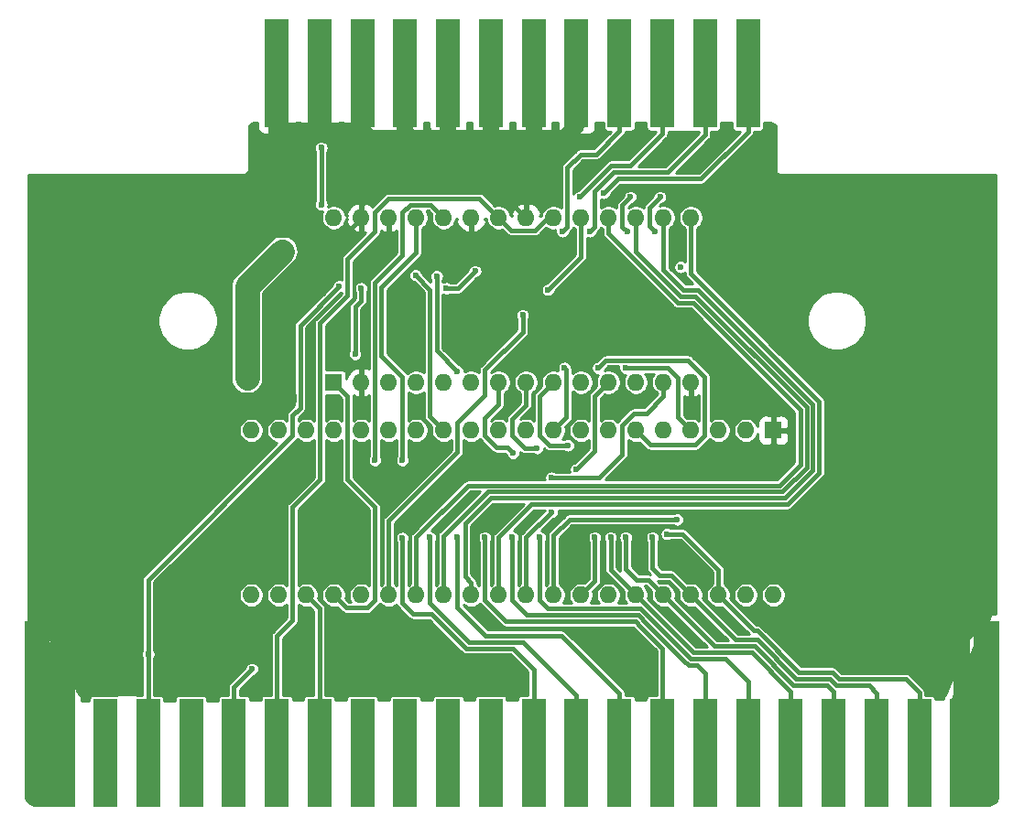
<source format=gbr>
%TF.GenerationSoftware,KiCad,Pcbnew,(5.1.9)-1*%
%TF.CreationDate,2021-06-11T00:57:41-04:00*%
%TF.ProjectId,IEEE488-VIE,49454545-3438-4382-9d56-49452e6b6963,rev?*%
%TF.SameCoordinates,Original*%
%TF.FileFunction,Copper,L2,Bot*%
%TF.FilePolarity,Positive*%
%FSLAX46Y46*%
G04 Gerber Fmt 4.6, Leading zero omitted, Abs format (unit mm)*
G04 Created by KiCad (PCBNEW (5.1.9)-1) date 2021-06-11 00:57:41*
%MOMM*%
%LPD*%
G01*
G04 APERTURE LIST*
%TA.AperFunction,EtchedComponent*%
%ADD10C,0.100000*%
%TD*%
%TA.AperFunction,ConnectorPad*%
%ADD11C,0.100000*%
%TD*%
%TA.AperFunction,ConnectorPad*%
%ADD12R,2.250000X10.000000*%
%TD*%
%TA.AperFunction,ComponentPad*%
%ADD13R,1.600000X1.600000*%
%TD*%
%TA.AperFunction,ComponentPad*%
%ADD14O,1.600000X1.600000*%
%TD*%
%TA.AperFunction,ViaPad*%
%ADD15C,0.600000*%
%TD*%
%TA.AperFunction,ViaPad*%
%ADD16C,1.000000*%
%TD*%
%TA.AperFunction,Conductor*%
%ADD17C,0.388000*%
%TD*%
%TA.AperFunction,Conductor*%
%ADD18C,0.880000*%
%TD*%
%TA.AperFunction,Conductor*%
%ADD19C,1.488000*%
%TD*%
%TA.AperFunction,Conductor*%
%ADD20C,2.250000*%
%TD*%
%TA.AperFunction,Conductor*%
%ADD21C,0.238000*%
%TD*%
%TA.AperFunction,Conductor*%
%ADD22C,0.100000*%
%TD*%
G04 APERTURE END LIST*
D10*
%TO.C,X1*%
G36*
X106252120Y-123669000D02*
G01*
X105553620Y-123669000D01*
X105109120Y-123415000D01*
X104855120Y-122970500D01*
X104855120Y-122716500D01*
X104855120Y-106587500D01*
X106252120Y-106587500D01*
X106252120Y-123669000D01*
G37*
X106252120Y-123669000D02*
X105553620Y-123669000D01*
X105109120Y-123415000D01*
X104855120Y-122970500D01*
X104855120Y-122716500D01*
X104855120Y-106587500D01*
X106252120Y-106587500D01*
X106252120Y-123669000D01*
%TD*%
%TA.AperFunction,ConnectorPad*%
D11*
%TO.P,X1,A*%
%TO.N,GND*%
G36*
X194869755Y-106538461D02*
G01*
X194879134Y-106541306D01*
X194887779Y-106545927D01*
X194895355Y-106552145D01*
X194901573Y-106559721D01*
X194906194Y-106568366D01*
X194909039Y-106577745D01*
X194910000Y-106587500D01*
X194910000Y-122716500D01*
X194909961Y-122718467D01*
X194899961Y-122972467D01*
X194898618Y-122982176D01*
X194894233Y-122993811D01*
X194694233Y-123373311D01*
X194688836Y-123381493D01*
X194680219Y-123389835D01*
X194390219Y-123609835D01*
X194381867Y-123614965D01*
X194375425Y-123617561D01*
X194005425Y-123737561D01*
X193995850Y-123739657D01*
X193990000Y-123740000D01*
X190315000Y-123740000D01*
X190315000Y-113740000D01*
X190454164Y-113740000D01*
X193416788Y-106568410D01*
X193421400Y-106559761D01*
X193427611Y-106552178D01*
X193435182Y-106545953D01*
X193443822Y-106541324D01*
X193453199Y-106538470D01*
X193463000Y-106537500D01*
X194860000Y-106537500D01*
X194869755Y-106538461D01*
G37*
%TD.AperFunction*%
%TA.AperFunction,ConnectorPad*%
%TO.P,X1,Z*%
G36*
X105720245Y-123739039D02*
G01*
X105714575Y-123737561D01*
X105344575Y-123617561D01*
X105335592Y-123613638D01*
X105329781Y-123609835D01*
X105039781Y-123389835D01*
X105032590Y-123383174D01*
X105025767Y-123373311D01*
X104825767Y-122993811D01*
X104822069Y-122984734D01*
X104820039Y-122972467D01*
X104810039Y-122718467D01*
X104810000Y-122716500D01*
X104810000Y-106587500D01*
X104810961Y-106577745D01*
X104813806Y-106568366D01*
X104818427Y-106559721D01*
X104824645Y-106552145D01*
X104832221Y-106545927D01*
X104840866Y-106541306D01*
X104850245Y-106538461D01*
X104860000Y-106537500D01*
X106257000Y-106537500D01*
X106266755Y-106538461D01*
X106276134Y-106541306D01*
X106284779Y-106545927D01*
X106292355Y-106552145D01*
X106298573Y-106559721D01*
X106303212Y-106568410D01*
X109265836Y-113740000D01*
X109405000Y-113740000D01*
X109405000Y-123740000D01*
X105730000Y-123740000D01*
X105720245Y-123739039D01*
G37*
%TD.AperFunction*%
D12*
%TO.P,X1,B*%
%TO.N,/CA0*%
X187480000Y-118740000D03*
%TO.P,X1,C*%
%TO.N,/CA1*%
X183520000Y-118740000D03*
%TO.P,X1,D*%
%TO.N,/CA2*%
X179560000Y-118740000D03*
%TO.P,X1,E*%
%TO.N,/CA3*%
X175600000Y-118740000D03*
%TO.P,X1,H*%
%TO.N,/CA5*%
X167680000Y-118740000D03*
%TO.P,X1,R*%
%TO.N,/CA12*%
X139960000Y-118740000D03*
%TO.P,X1,S*%
%TO.N,/CA13*%
X136000000Y-118740000D03*
%TO.P,X1,U*%
%TO.N,/~IO3*%
X128080000Y-118740000D03*
%TO.P,X1,K*%
%TO.N,/CA7*%
X159760000Y-118740000D03*
%TO.P,X1,F*%
%TO.N,/CA4*%
X171640000Y-118740000D03*
%TO.P,X1,L*%
%TO.N,/CA8*%
X155800000Y-118740000D03*
%TO.P,X1,P*%
%TO.N,/CA11*%
X143920000Y-118740000D03*
%TO.P,X1,T*%
%TO.N,/~IO2*%
X132040000Y-118740000D03*
%TO.P,X1,J*%
%TO.N,/CA6*%
X163720000Y-118740000D03*
%TO.P,X1,M*%
%TO.N,/CA9*%
X151840000Y-118740000D03*
%TO.P,X1,V*%
%TO.N,/SPhi2*%
X124120000Y-118740000D03*
%TO.P,X1,W*%
%TO.N,Net-(X1-PadW)*%
X120160000Y-118740000D03*
%TO.P,X1,N*%
%TO.N,/CA10*%
X147880000Y-118740000D03*
%TO.P,X1,X*%
%TO.N,/~RESET*%
X116200000Y-118740000D03*
%TO.P,X1,Y*%
%TO.N,Net-(X1-PadY)*%
X112240000Y-118740000D03*
%TD*%
%TO.P,MEDGE1,14B*%
%TO.N,/ED5*%
X167680000Y-55880000D03*
%TO.P,MEDGE1,21K*%
%TO.N,GND*%
X139960000Y-55880000D03*
%TO.P,MEDGE1,22L*%
X136000000Y-55880000D03*
%TO.P,MEDGE1,24N*%
X128080000Y-55880000D03*
%TO.P,MEDGE1,16D*%
%TO.N,/ED7*%
X159760000Y-55880000D03*
%TO.P,MEDGE1,13A*%
%TO.N,/ED4*%
X171640000Y-55880000D03*
%TO.P,MEDGE1,17E*%
%TO.N,GND*%
X155800000Y-55880000D03*
%TO.P,MEDGE1,20J*%
X143920000Y-55880000D03*
%TO.P,MEDGE1,23M*%
X132040000Y-55880000D03*
%TO.P,MEDGE1,15C*%
%TO.N,/ED6*%
X163720000Y-55880000D03*
%TO.P,MEDGE1,18F*%
%TO.N,GND*%
X151840000Y-55880000D03*
%TO.P,MEDGE1,19H*%
X147880000Y-55880000D03*
%TD*%
D13*
%TO.P,U1,1*%
%TO.N,/PULLHI*%
X133350000Y-84455000D03*
D14*
%TO.P,U1,15*%
%TO.N,/CD3*%
X166370000Y-69215000D03*
%TO.P,U1,2*%
%TO.N,GND*%
X135890000Y-84455000D03*
%TO.P,U1,16*%
%TO.N,/CD4*%
X163830000Y-69215000D03*
%TO.P,U1,3*%
%TO.N,/CA7*%
X138430000Y-84455000D03*
%TO.P,U1,17*%
%TO.N,/CD5*%
X161290000Y-69215000D03*
%TO.P,U1,4*%
%TO.N,/CA6*%
X140970000Y-84455000D03*
%TO.P,U1,18*%
%TO.N,/CD6*%
X158750000Y-69215000D03*
%TO.P,U1,5*%
%TO.N,/CA5*%
X143510000Y-84455000D03*
%TO.P,U1,19*%
%TO.N,/CD7*%
X156210000Y-69215000D03*
%TO.P,U1,6*%
%TO.N,/CA4*%
X146050000Y-84455000D03*
%TO.P,U1,20*%
%TO.N,/~IO3*%
X153670000Y-69215000D03*
%TO.P,U1,7*%
%TO.N,/CA3*%
X148590000Y-84455000D03*
%TO.P,U1,21*%
%TO.N,GND*%
X151130000Y-69215000D03*
%TO.P,U1,8*%
%TO.N,/CA2*%
X151130000Y-84455000D03*
%TO.P,U1,22*%
%TO.N,/~IO3*%
X148590000Y-69215000D03*
%TO.P,U1,9*%
%TO.N,/CA1*%
X153670000Y-84455000D03*
%TO.P,U1,23*%
%TO.N,GND*%
X146050000Y-69215000D03*
%TO.P,U1,10*%
%TO.N,/CA0*%
X156210000Y-84455000D03*
%TO.P,U1,24*%
%TO.N,/CA9*%
X143510000Y-69215000D03*
%TO.P,U1,11*%
%TO.N,/CD0*%
X158750000Y-84455000D03*
%TO.P,U1,25*%
%TO.N,/CA8*%
X140970000Y-69215000D03*
%TO.P,U1,12*%
%TO.N,/CD1*%
X161290000Y-84455000D03*
%TO.P,U1,26*%
%TO.N,GND*%
X138430000Y-69215000D03*
%TO.P,U1,13*%
%TO.N,/CD2*%
X163830000Y-84455000D03*
%TO.P,U1,27*%
%TO.N,GND*%
X135890000Y-69215000D03*
%TO.P,U1,14*%
X166370000Y-84455000D03*
%TO.P,U1,28*%
%TO.N,+5V*%
X133350000Y-69215000D03*
%TD*%
D13*
%TO.P,U2,1*%
%TO.N,GND*%
X173990000Y-88900000D03*
D14*
%TO.P,U2,21*%
%TO.N,/F~IRQ*%
X125730000Y-104140000D03*
%TO.P,U2,2*%
%TO.N,/PA0*%
X171450000Y-88900000D03*
%TO.P,U2,22*%
%TO.N,/CR~W*%
X128270000Y-104140000D03*
%TO.P,U2,3*%
%TO.N,/PA1*%
X168910000Y-88900000D03*
%TO.P,U2,23*%
%TO.N,/~IO2*%
X130810000Y-104140000D03*
%TO.P,U2,4*%
%TO.N,/PA2*%
X166370000Y-88900000D03*
%TO.P,U2,24*%
%TO.N,/PULLHI*%
X133350000Y-104140000D03*
%TO.P,U2,5*%
%TO.N,/PA3*%
X163830000Y-88900000D03*
%TO.P,U2,25*%
%TO.N,/SPhi2*%
X135890000Y-104140000D03*
%TO.P,U2,6*%
%TO.N,/PA4*%
X161290000Y-88900000D03*
%TO.P,U2,26*%
%TO.N,/CD7*%
X138430000Y-104140000D03*
%TO.P,U2,7*%
%TO.N,/PA5*%
X158750000Y-88900000D03*
%TO.P,U2,27*%
%TO.N,/CD6*%
X140970000Y-104140000D03*
%TO.P,U2,8*%
%TO.N,/PA6*%
X156210000Y-88900000D03*
%TO.P,U2,28*%
%TO.N,/CD5*%
X143510000Y-104140000D03*
%TO.P,U2,9*%
%TO.N,/PA7*%
X153670000Y-88900000D03*
%TO.P,U2,29*%
%TO.N,/CD4*%
X146050000Y-104140000D03*
%TO.P,U2,10*%
%TO.N,/TATN*%
X151130000Y-88900000D03*
%TO.P,U2,30*%
%TO.N,/CD3*%
X148590000Y-104140000D03*
%TO.P,U2,11*%
%TO.N,/TEOI*%
X148590000Y-88900000D03*
%TO.P,U2,31*%
%TO.N,/CD2*%
X151130000Y-104140000D03*
%TO.P,U2,12*%
%TO.N,/TDAV*%
X146050000Y-88900000D03*
%TO.P,U2,32*%
%TO.N,/CD1*%
X153670000Y-104140000D03*
%TO.P,U2,13*%
%TO.N,/TNDAC*%
X143510000Y-88900000D03*
%TO.P,U2,33*%
%TO.N,/CD0*%
X156210000Y-104140000D03*
%TO.P,U2,14*%
%TO.N,/TRFD*%
X140970000Y-88900000D03*
%TO.P,U2,34*%
%TO.N,/~RESET*%
X158750000Y-104140000D03*
%TO.P,U2,15*%
%TO.N,/TE*%
X138430000Y-88900000D03*
%TO.P,U2,35*%
%TO.N,/CA3*%
X161290000Y-104140000D03*
%TO.P,U2,16*%
%TO.N,/FPB6*%
X135890000Y-88900000D03*
%TO.P,U2,36*%
%TO.N,/CA2*%
X163830000Y-104140000D03*
%TO.P,U2,17*%
%TO.N,/FPB7*%
X133350000Y-88900000D03*
%TO.P,U2,37*%
%TO.N,/CA1*%
X166370000Y-104140000D03*
%TO.P,U2,18*%
%TO.N,/FCB1*%
X130810000Y-88900000D03*
%TO.P,U2,38*%
%TO.N,/CA0*%
X168910000Y-104140000D03*
%TO.P,U2,19*%
%TO.N,/FCB2*%
X128270000Y-88900000D03*
%TO.P,U2,39*%
%TO.N,/FCA2*%
X171450000Y-104140000D03*
%TO.P,U2,20*%
%TO.N,+5V*%
X125730000Y-88900000D03*
%TO.P,U2,40*%
%TO.N,/FCA1*%
X173990000Y-104140000D03*
%TD*%
D15*
%TO.N,/ED0*%
X163512500Y-67310000D03*
X163068000Y-70485000D03*
%TO.N,/ED2*%
X160782000Y-67310000D03*
X160464500Y-70485000D03*
%TO.N,/ATN*%
X132207000Y-68008500D03*
X132207000Y-62738000D03*
D16*
%TO.N,GND*%
X193230500Y-110299500D03*
X106997500Y-110998000D03*
X131699000Y-72136000D03*
X131699000Y-75692000D03*
X129095500Y-85725000D03*
X126746000Y-63182500D03*
X179070000Y-95758000D03*
X168882750Y-84237250D03*
X150558500Y-72072500D03*
X153035000Y-78232000D03*
X147066000Y-78994000D03*
X122618500Y-107950000D03*
X118808500Y-104013000D03*
X126174500Y-97282000D03*
X133477000Y-96901000D03*
X137414000Y-94424500D03*
X134493000Y-110172500D03*
X129667000Y-108140500D03*
D15*
X165417500Y-66484500D03*
X160591500Y-66421000D03*
X162877500Y-63690500D03*
X165100000Y-62484000D03*
X161099500Y-62103000D03*
X131127500Y-82105500D03*
X133286500Y-86677500D03*
X143446500Y-97536000D03*
X148717000Y-110553500D03*
X165798500Y-107378500D03*
X167957500Y-107061000D03*
X161988500Y-108585000D03*
X156972000Y-108775500D03*
X159067500Y-108140500D03*
X149098000Y-92646500D03*
X150177500Y-96012000D03*
X148336000Y-97980500D03*
X152336500Y-96520000D03*
X150876000Y-97790000D03*
X160782000Y-90360500D03*
X159829500Y-86614000D03*
X140970000Y-83058000D03*
X146431000Y-97917000D03*
X146177000Y-92075000D03*
X143192500Y-90805000D03*
X141478000Y-90424000D03*
X163004500Y-92265500D03*
X160274000Y-93027500D03*
X168275000Y-62865000D03*
X157035500Y-64706500D03*
X153162000Y-65595500D03*
D16*
%TO.N,+5V*%
X128592000Y-72322000D03*
X125340000Y-84464000D03*
D15*
%TO.N,/CA7*%
X144780000Y-98806000D03*
%TO.N,/CA6*%
X147320000Y-98806000D03*
%TO.N,/CA5*%
X149860000Y-98806000D03*
%TO.N,/CD7*%
X153162000Y-75882500D03*
X150812500Y-78232000D03*
%TO.N,/CA4*%
X152400000Y-98806000D03*
%TO.N,/CA3*%
X158940500Y-98806000D03*
X149923500Y-90995500D03*
%TO.N,/CA2*%
X160337500Y-98806000D03*
X152146000Y-90551000D03*
%TO.N,/CA1*%
X162814000Y-98806000D03*
X155003500Y-90297000D03*
%TO.N,/CA0*%
X164147500Y-98488500D03*
%TO.N,/CA9*%
X139700000Y-98869500D03*
X137160000Y-91694000D03*
%TO.N,/CD0*%
X157480000Y-98806000D03*
X155765500Y-92519500D03*
%TO.N,/CA8*%
X142240000Y-98806000D03*
X139700000Y-91694000D03*
%TO.N,/CD1*%
X165100000Y-97155000D03*
%TO.N,/CD2*%
X153479500Y-93281500D03*
X153479500Y-96456500D03*
%TO.N,/PA2*%
X160337500Y-83121500D03*
%TO.N,/SPhi2*%
X125793500Y-110998000D03*
%TO.N,/PA4*%
X157797500Y-83121500D03*
%TO.N,/PA7*%
X154686000Y-83121500D03*
%TO.N,/TDAV*%
X144780000Y-83439000D03*
X142875000Y-74612500D03*
%TO.N,/TNDAC*%
X140906500Y-74549000D03*
%TO.N,/~RESET*%
X116205000Y-109601000D03*
X133858000Y-75565000D03*
%TO.N,/TE*%
X135318500Y-81851500D03*
X165417500Y-73787000D03*
X146431000Y-74168000D03*
X135890000Y-75755500D03*
X143764000Y-75755500D03*
%TO.N,/ED4*%
X158305500Y-66929000D03*
%TO.N,/ED5*%
X157035500Y-70485000D03*
%TO.N,/ED6*%
X156083000Y-67310000D03*
%TO.N,/ED7*%
X154495500Y-70485000D03*
%TD*%
D17*
%TO.N,/ED0*%
X163512500Y-67310000D02*
X162560000Y-68262500D01*
X162560000Y-68262500D02*
X162560000Y-69977000D01*
X162560000Y-69977000D02*
X163068000Y-70485000D01*
X163068000Y-70485000D02*
X163068000Y-70485000D01*
%TO.N,/ED2*%
X160782000Y-67310000D02*
X160020000Y-68072000D01*
X160020000Y-68072000D02*
X160020000Y-70040500D01*
X160020000Y-70040500D02*
X160464500Y-70485000D01*
X160464500Y-70485000D02*
X160464500Y-70485000D01*
%TO.N,/ATN*%
X132207000Y-68008500D02*
X132207000Y-62738000D01*
X132207000Y-62738000D02*
X132207000Y-62738000D01*
D18*
%TO.N,GND*%
X131699000Y-72136000D02*
X131699000Y-75692000D01*
X131699000Y-75692000D02*
X131699000Y-75692000D01*
D17*
X131699000Y-72136000D02*
X133096000Y-72136000D01*
X135890000Y-69342000D02*
X135890000Y-69215000D01*
X133096000Y-72136000D02*
X135890000Y-69342000D01*
X135890000Y-55990000D02*
X136000000Y-55880000D01*
X128080000Y-55880000D02*
X128080000Y-61405000D01*
X128080000Y-61405000D02*
X128841500Y-62166500D01*
X128841500Y-62166500D02*
X131699000Y-62166500D01*
X132040000Y-61825500D02*
X132040000Y-55880000D01*
X131699000Y-62166500D02*
X132040000Y-61825500D01*
X139960000Y-55880000D02*
X139960000Y-61347000D01*
X139960000Y-61347000D02*
X140652500Y-62039500D01*
X140652500Y-62039500D02*
X143510000Y-62039500D01*
X143920000Y-61629500D02*
X143920000Y-55880000D01*
X143510000Y-62039500D02*
X143920000Y-61629500D01*
X147880000Y-55880000D02*
X147880000Y-61329500D01*
X147880000Y-61329500D02*
X148717000Y-62166500D01*
X148717000Y-62166500D02*
X151384000Y-62166500D01*
X151840000Y-61710500D02*
X151840000Y-55880000D01*
X151384000Y-62166500D02*
X151840000Y-61710500D01*
X155800000Y-55880000D02*
X155800000Y-61751000D01*
X155800000Y-61751000D02*
X155384500Y-62166500D01*
X152296000Y-62166500D02*
X151840000Y-61710500D01*
X155384500Y-62166500D02*
X152296000Y-62166500D01*
X147880000Y-61289000D02*
X147129500Y-62039500D01*
X144330000Y-62039500D02*
X143920000Y-61629500D01*
X139960000Y-55880000D02*
X139960000Y-61398500D01*
X139960000Y-61398500D02*
X139319000Y-62039500D01*
X139319000Y-62039500D02*
X136715500Y-62039500D01*
X135890000Y-61214000D02*
X135890000Y-61087000D01*
X136715500Y-62039500D02*
X135890000Y-61214000D01*
X135890000Y-61087000D02*
X135890000Y-55990000D01*
X135890000Y-69215000D02*
X135890000Y-61087000D01*
X135890000Y-61087000D02*
X135890000Y-61150500D01*
X135890000Y-61150500D02*
X135001000Y-62039500D01*
X132254000Y-62039500D02*
X132040000Y-61825500D01*
X135001000Y-62039500D02*
X132254000Y-62039500D01*
X151130000Y-62420500D02*
X151384000Y-62166500D01*
X146050000Y-62293500D02*
X145796000Y-62039500D01*
X145796000Y-62039500D02*
X144330000Y-62039500D01*
X147129500Y-62039500D02*
X145796000Y-62039500D01*
D19*
X193421000Y-101727000D02*
X193421000Y-106045000D01*
X191440000Y-108026000D02*
X191440000Y-118740000D01*
X193421000Y-106045000D02*
X191440000Y-108026000D01*
X193230500Y-106235500D02*
X193421000Y-106045000D01*
X193230500Y-110299500D02*
X193230500Y-106235500D01*
X128595501Y-86224999D02*
X124468001Y-86224999D01*
X129095500Y-85725000D02*
X128595501Y-86224999D01*
X124468001Y-86224999D02*
X106172000Y-104521000D01*
X106172000Y-104521000D02*
X106172000Y-106362500D01*
X108280000Y-108470500D02*
X106172000Y-106362500D01*
X108280000Y-118740000D02*
X108280000Y-108470500D01*
X108280000Y-112280500D02*
X106997500Y-110998000D01*
X108280000Y-118740000D02*
X108280000Y-112280500D01*
X128080000Y-55880000D02*
X128080000Y-61848500D01*
X126746000Y-63182500D02*
X126746000Y-63182500D01*
X126746000Y-63182500D02*
X128080000Y-61848500D01*
X126746000Y-63182500D02*
X128778000Y-61150500D01*
X136065058Y-61150500D02*
X136751018Y-61836460D01*
X128778000Y-61150500D02*
X136065058Y-61150500D01*
X155800000Y-60735000D02*
X155800000Y-55880000D01*
X154698540Y-61836460D02*
X155800000Y-60735000D01*
X139960000Y-61283500D02*
X140512960Y-61836460D01*
X139960000Y-55880000D02*
X139960000Y-61283500D01*
X136751018Y-61836460D02*
X140512960Y-61836460D01*
X143920000Y-61502500D02*
X143586040Y-61836460D01*
X143920000Y-55880000D02*
X143920000Y-61502500D01*
X140512960Y-61836460D02*
X143586040Y-61836460D01*
X147880000Y-55880000D02*
X147880000Y-61289000D01*
X151840000Y-61456500D02*
X151460040Y-61836460D01*
X151840000Y-55880000D02*
X151840000Y-61456500D01*
X151460040Y-61836460D02*
X154698540Y-61836460D01*
X147880000Y-61733500D02*
X147777040Y-61836460D01*
X147880000Y-55880000D02*
X147880000Y-61733500D01*
X147777040Y-61836460D02*
X151460040Y-61836460D01*
X143586040Y-61836460D02*
X147777040Y-61836460D01*
X126746000Y-64633377D02*
X125402877Y-65976500D01*
X126746000Y-63182500D02*
X126746000Y-64633377D01*
X106172000Y-77660500D02*
X106172000Y-104521000D01*
X117856000Y-65976500D02*
X106172000Y-77660500D01*
X125402877Y-65976500D02*
X117856000Y-65976500D01*
D20*
X187452000Y-95758000D02*
X193421000Y-101727000D01*
X179070000Y-95758000D02*
X187452000Y-95758000D01*
X128714499Y-86106001D02*
X128714499Y-85725000D01*
X128287490Y-86533010D02*
X128714499Y-86106001D01*
X124951988Y-86533010D02*
X128287490Y-86533010D01*
X108280000Y-103204998D02*
X124951988Y-86533010D01*
X108280000Y-118740000D02*
X108280000Y-103204998D01*
X131699000Y-75575796D02*
X131640898Y-75633898D01*
X131699000Y-72136000D02*
X131699000Y-75575796D01*
D19*
X168882750Y-83530144D02*
X163902106Y-78549500D01*
X168882750Y-84237250D02*
X168882750Y-83530144D01*
X163902106Y-78549500D02*
X153352500Y-78549500D01*
X150558500Y-75755500D02*
X150558500Y-72072500D01*
X150558500Y-72072500D02*
X150558500Y-72072500D01*
D17*
X135890000Y-68083630D02*
X135890000Y-69215000D01*
X137128651Y-66844979D02*
X135890000Y-68083630D01*
X148759979Y-66844979D02*
X137128651Y-66844979D01*
X151130000Y-69215000D02*
X148759979Y-66844979D01*
D20*
X113960509Y-69871991D02*
X106172000Y-77660500D01*
X130142097Y-69871991D02*
X113960509Y-69871991D01*
X131699000Y-71428894D02*
X130142097Y-69871991D01*
X131699000Y-72136000D02*
X131699000Y-71428894D01*
X106172000Y-78740000D02*
X106172000Y-106362500D01*
X106172000Y-77660500D02*
X106172000Y-78740000D01*
X150558500Y-75501500D02*
X150558500Y-72072500D01*
D19*
X151193500Y-76390500D02*
X149669500Y-76390500D01*
X152590500Y-77787500D02*
X151193500Y-76390500D01*
D20*
X149669500Y-76390500D02*
X150558500Y-75501500D01*
X147066000Y-78994000D02*
X149669500Y-76390500D01*
D19*
X153352500Y-78549500D02*
X152590500Y-77787500D01*
X152590500Y-77787500D02*
X150558500Y-75755500D01*
%TO.N,+5V*%
X125340000Y-84464000D02*
X125340000Y-75574000D01*
D20*
X128592000Y-72322000D02*
X125340000Y-75574000D01*
X125340000Y-75574000D02*
X125340000Y-84083000D01*
D17*
%TO.N,/PULLHI*%
X134620000Y-85725000D02*
X133350000Y-84455000D01*
X134620000Y-93472000D02*
X134620000Y-85725000D01*
X137160000Y-96012000D02*
X134620000Y-93472000D01*
X137160000Y-104637122D02*
X137160000Y-96012000D01*
X136463121Y-105334001D02*
X137160000Y-104637122D01*
X134544001Y-105334001D02*
X136463121Y-105334001D01*
X133350000Y-104140000D02*
X134544001Y-105334001D01*
%TO.N,/CD3*%
X166370000Y-74403789D02*
X166370000Y-69215000D01*
X178230530Y-86264317D02*
X173627211Y-81661000D01*
X178230530Y-92805683D02*
X178230530Y-86264317D01*
X175278213Y-95758000D02*
X178230530Y-92805683D01*
X148590000Y-98806000D02*
X151638000Y-95758000D01*
X173627211Y-81661000D02*
X166370000Y-74403789D01*
X151638000Y-95758000D02*
X175278213Y-95758000D01*
X148590000Y-104140000D02*
X148590000Y-98806000D01*
%TO.N,/CD4*%
X167047624Y-75912978D02*
X165650622Y-75912978D01*
X177642522Y-92562124D02*
X177642522Y-86507876D01*
X175034654Y-95169992D02*
X177642522Y-92562124D01*
X165650622Y-75912978D02*
X163830000Y-74092356D01*
X147844508Y-95169992D02*
X175034654Y-95169992D01*
X145478500Y-97536000D02*
X147844508Y-95169992D01*
X177642522Y-86507876D02*
X167047624Y-75912978D01*
X145478500Y-102425500D02*
X145478500Y-97536000D01*
X146050000Y-102997000D02*
X145478500Y-102425500D01*
X163830000Y-74092356D02*
X163830000Y-69215000D01*
X146050000Y-104140000D02*
X146050000Y-102997000D01*
%TO.N,/CA7*%
X144780000Y-105283000D02*
X144780000Y-98806000D01*
X147383500Y-107886500D02*
X144780000Y-105283000D01*
X154368500Y-107886500D02*
X147383500Y-107886500D01*
X159760000Y-113278000D02*
X154368500Y-107886500D01*
X159760000Y-118740000D02*
X159760000Y-113278000D01*
%TO.N,/CD5*%
X165407060Y-76500989D02*
X161290000Y-72383928D01*
X143510000Y-104140000D02*
X143510000Y-98672927D01*
X174791092Y-94581981D02*
X177054511Y-92318562D01*
X147600946Y-94581981D02*
X174791092Y-94581981D01*
X166804062Y-76500989D02*
X165407060Y-76500989D01*
X143510000Y-98672927D02*
X147600946Y-94581981D01*
X177054511Y-92318562D02*
X177054511Y-86751438D01*
X177054511Y-86751438D02*
X166804062Y-76500989D01*
X161290000Y-72383928D02*
X161290000Y-69215000D01*
%TO.N,/CA6*%
X163720000Y-118740000D02*
X163720000Y-112602500D01*
X163720000Y-112602500D02*
X163720000Y-109064711D01*
X163720000Y-109064711D02*
X161698449Y-107043159D01*
X161698449Y-107043159D02*
X161241310Y-106586020D01*
X149268898Y-106586020D02*
X147320000Y-104637122D01*
X161241310Y-106586020D02*
X149268898Y-106586020D01*
X147320000Y-104637122D02*
X147320000Y-98806000D01*
%TO.N,/CD6*%
X158750000Y-70675500D02*
X158750000Y-69215000D01*
X166560500Y-77089000D02*
X165163500Y-77089000D01*
X174547530Y-93993970D02*
X176466500Y-92075000D01*
X140970000Y-98806000D02*
X145782030Y-93993970D01*
X176466500Y-86995000D02*
X166560500Y-77089000D01*
X165163500Y-77089000D02*
X158750000Y-70675500D01*
X140970000Y-104140000D02*
X140970000Y-98806000D01*
X145782030Y-93993970D02*
X174547530Y-93993970D01*
X176466500Y-92075000D02*
X176466500Y-86995000D01*
%TO.N,/CA5*%
X167680000Y-118740000D02*
X167680000Y-112545500D01*
X167680000Y-112545500D02*
X167680000Y-111355500D01*
X167680000Y-111355500D02*
X166974520Y-110650020D01*
X166136878Y-110650020D02*
X165671500Y-110184641D01*
X166974520Y-110650020D02*
X166136878Y-110650020D01*
X165671500Y-110184641D02*
X162286457Y-106799597D01*
X162286457Y-106799597D02*
X161484870Y-105998010D01*
X151220888Y-105998010D02*
X149860000Y-104637122D01*
X161484870Y-105998010D02*
X151220888Y-105998010D01*
X149860000Y-104637122D02*
X149860000Y-98806000D01*
%TO.N,/CD7*%
X156210000Y-69215000D02*
X156210000Y-72834500D01*
X156210000Y-72834500D02*
X153162000Y-75882500D01*
X153162000Y-75882500D02*
X153162000Y-75882500D01*
X147320000Y-83312000D02*
X150812500Y-79819500D01*
X147320000Y-85661500D02*
X147320000Y-83312000D01*
X144780000Y-88201500D02*
X147320000Y-85661500D01*
X144780000Y-90932000D02*
X144780000Y-88201500D01*
X138430000Y-97282000D02*
X144780000Y-90932000D01*
X138430000Y-104140000D02*
X138430000Y-97282000D01*
X150812500Y-78232000D02*
X150812500Y-78740000D01*
X150812500Y-78740000D02*
X150812500Y-78486000D01*
X150812500Y-79819500D02*
X150812500Y-78740000D01*
%TO.N,/CA4*%
X171640000Y-118740000D02*
X171640000Y-112459000D01*
X171640000Y-112459000D02*
X171640000Y-112140500D01*
X171640000Y-112140500D02*
X169561510Y-110062010D01*
X166380439Y-110062010D02*
X164909500Y-108591070D01*
X169561510Y-110062010D02*
X166380439Y-110062010D01*
X164909500Y-108591070D02*
X162874465Y-106556035D01*
X162874465Y-106556035D02*
X161728430Y-105410000D01*
X153172878Y-105410000D02*
X152400000Y-104637122D01*
X161728430Y-105410000D02*
X153172878Y-105410000D01*
X152400000Y-104637122D02*
X152400000Y-98806000D01*
%TO.N,/~IO3*%
X149784001Y-70409001D02*
X151967999Y-70409001D01*
X148590000Y-69215000D02*
X149784001Y-70409001D01*
X153162000Y-69215000D02*
X153670000Y-69215000D01*
X151967999Y-70409001D02*
X153162000Y-69215000D01*
X137160000Y-68717878D02*
X138444889Y-67432989D01*
X134620000Y-73025000D02*
X137160000Y-70485000D01*
X134620000Y-76454000D02*
X134620000Y-73025000D01*
X137160000Y-70485000D02*
X137160000Y-68717878D01*
X132080000Y-78994000D02*
X134620000Y-76454000D01*
X132080000Y-93472000D02*
X132080000Y-78994000D01*
X129540000Y-96012000D02*
X132080000Y-93472000D01*
X129540000Y-106489500D02*
X129540000Y-96012000D01*
X146807989Y-67432989D02*
X148590000Y-69215000D01*
X138444889Y-67432989D02*
X146807989Y-67432989D01*
X128080000Y-107949500D02*
X129540000Y-106489500D01*
X128080000Y-118740000D02*
X128080000Y-107949500D01*
%TO.N,/CA3*%
X161290000Y-104140000D02*
X166624000Y-109474000D01*
X166624000Y-109474000D02*
X172021500Y-109474000D01*
X175600000Y-113052500D02*
X175600000Y-118740000D01*
X172021500Y-109474000D02*
X175600000Y-113052500D01*
X161290000Y-104140000D02*
X158940500Y-101790500D01*
X158940500Y-101790500D02*
X158940500Y-98806000D01*
X158940500Y-98806000D02*
X158940500Y-98806000D01*
X149415500Y-90487500D02*
X149923500Y-90995500D01*
X148410378Y-90487500D02*
X149415500Y-90487500D01*
X147320000Y-89397122D02*
X148410378Y-90487500D01*
X147320000Y-87757000D02*
X147320000Y-89397122D01*
X148590000Y-86487000D02*
X147320000Y-87757000D01*
X148590000Y-84455000D02*
X148590000Y-86487000D01*
X149923500Y-90995500D02*
X149923500Y-90995500D01*
%TO.N,/CA2*%
X179560000Y-113075500D02*
X179560000Y-118740000D01*
X178943000Y-112458500D02*
X179560000Y-113075500D01*
X175837570Y-112458500D02*
X178943000Y-112458500D01*
X168575990Y-108885990D02*
X172265061Y-108885990D01*
X172265061Y-108885990D02*
X175837570Y-112458500D01*
X163830000Y-104140000D02*
X168575990Y-108885990D01*
X151130000Y-84455000D02*
X151130000Y-86550500D01*
X151130000Y-86550500D02*
X149860000Y-87820500D01*
X149860000Y-89397122D02*
X151013878Y-90551000D01*
X149860000Y-87820500D02*
X149860000Y-89397122D01*
X151013878Y-90551000D02*
X152146000Y-90551000D01*
X163830000Y-104140000D02*
X162433000Y-102743000D01*
X162433000Y-102743000D02*
X161353500Y-102743000D01*
X161353500Y-102743000D02*
X160337500Y-101727000D01*
X160337500Y-101727000D02*
X160337500Y-98806000D01*
X160337500Y-98806000D02*
X160337500Y-98806000D01*
X152146000Y-90551000D02*
X152146000Y-90551000D01*
%TO.N,/CA1*%
X183520000Y-113225500D02*
X183520000Y-118740000D01*
X182816500Y-112522000D02*
X183520000Y-113225500D01*
X179838071Y-112522000D02*
X182816500Y-112522000D01*
X179186561Y-111870490D02*
X179838071Y-112522000D01*
X176081131Y-111870490D02*
X179186561Y-111870490D01*
X172508622Y-108297980D02*
X176081131Y-111870490D01*
X170527980Y-108297980D02*
X172508622Y-108297980D01*
X166370000Y-104140000D02*
X170527980Y-108297980D01*
X166370000Y-104140000D02*
X164528500Y-102298500D01*
X164528500Y-102298500D02*
X163449000Y-102298500D01*
X163449000Y-102298500D02*
X162814000Y-101663500D01*
X162814000Y-101663500D02*
X162814000Y-98806000D01*
X162814000Y-98806000D02*
X162814000Y-98806000D01*
X153299878Y-90297000D02*
X154051000Y-90297000D01*
X152400000Y-89397122D02*
X153299878Y-90297000D01*
X152400000Y-85725000D02*
X152400000Y-89397122D01*
X153670000Y-84455000D02*
X152400000Y-85725000D01*
X154051000Y-90297000D02*
X155003500Y-90297000D01*
X155003500Y-90297000D02*
X155003500Y-90297000D01*
%TO.N,/CA0*%
X186228990Y-111933990D02*
X187480000Y-113185000D01*
X180081631Y-111933990D02*
X186228990Y-111933990D01*
X179430122Y-111282480D02*
X180081631Y-111933990D01*
X172484212Y-107442001D02*
X176324691Y-111282480D01*
X187480000Y-113185000D02*
X187480000Y-118740000D01*
X172212000Y-107442000D02*
X172484212Y-107442001D01*
X176324691Y-111282480D02*
X179430122Y-111282480D01*
X168910000Y-104140000D02*
X172212000Y-107442000D01*
X168910000Y-104140000D02*
X168910000Y-101790500D01*
X168910000Y-101790500D02*
X165608000Y-98488500D01*
X165608000Y-98488500D02*
X164147500Y-98488500D01*
X164147500Y-98488500D02*
X164147500Y-98488500D01*
%TO.N,/CA9*%
X151840000Y-118740000D02*
X151840000Y-112660500D01*
X151840000Y-112660500D02*
X151840000Y-111009500D01*
X151840000Y-111009500D02*
X149893020Y-109062520D01*
X145568949Y-109062520D02*
X144399000Y-107892570D01*
X149893020Y-109062520D02*
X145568949Y-109062520D01*
X144399000Y-107892570D02*
X142424430Y-105918000D01*
X142424430Y-105918000D02*
X140716000Y-105918000D01*
X140716000Y-105918000D02*
X139700000Y-104902000D01*
X139700000Y-104902000D02*
X139700000Y-98869500D01*
X139700000Y-98869500D02*
X139700000Y-98869500D01*
X140396879Y-68020999D02*
X139700000Y-68717878D01*
X142315999Y-68020999D02*
X140396879Y-68020999D01*
X143510000Y-69215000D02*
X142315999Y-68020999D01*
X139700000Y-68717878D02*
X139700000Y-69405500D01*
X139700000Y-69405500D02*
X139700000Y-72707500D01*
X139700000Y-72707500D02*
X137160000Y-75247500D01*
X137160000Y-75247500D02*
X137160000Y-89535000D01*
X137160000Y-89535000D02*
X137160000Y-91694000D01*
X137160000Y-91694000D02*
X137160000Y-91694000D01*
%TO.N,/CD0*%
X158750000Y-84455000D02*
X157480000Y-85725000D01*
X157480000Y-102870000D02*
X156210000Y-104140000D01*
X157480000Y-85725000D02*
X157480000Y-90678000D01*
X157480000Y-98806000D02*
X157480000Y-102870000D01*
X157480000Y-90678000D02*
X157480000Y-90805000D01*
X157480000Y-90805000D02*
X155765500Y-92519500D01*
X155765500Y-92519500D02*
X155765500Y-92519500D01*
%TO.N,/CA8*%
X142240000Y-98806000D02*
X142240000Y-98806000D01*
X139700000Y-91694000D02*
X139700000Y-91694000D01*
X142240000Y-104902000D02*
X142240000Y-98806000D01*
X150829010Y-108474510D02*
X145812510Y-108474510D01*
X155800000Y-113445500D02*
X150829010Y-108474510D01*
X145812510Y-108474510D02*
X142240000Y-104902000D01*
X155800000Y-118740000D02*
X155800000Y-113445500D01*
X137748010Y-81995010D02*
X137748010Y-75675490D01*
X137748010Y-75675490D02*
X140970000Y-72453500D01*
X139700000Y-83947000D02*
X137748010Y-81995010D01*
X140970000Y-72453500D02*
X140970000Y-69215000D01*
X139700000Y-91694000D02*
X139700000Y-83947000D01*
%TO.N,/CD1*%
X155130500Y-97155000D02*
X162941000Y-97155000D01*
X153670000Y-98615500D02*
X155130500Y-97155000D01*
X153670000Y-104140000D02*
X153670000Y-98615500D01*
X162941000Y-97155000D02*
X165100000Y-97155000D01*
%TO.N,/CD2*%
X163830000Y-84455000D02*
X163830000Y-85725000D01*
X163830000Y-85725000D02*
X162242500Y-87312500D01*
X161110378Y-87312500D02*
X160020000Y-88402878D01*
X162242500Y-87312500D02*
X161110378Y-87312500D01*
X160020000Y-88402878D02*
X160020000Y-89725500D01*
X151130000Y-98806000D02*
X153479500Y-96456500D01*
X151130000Y-104140000D02*
X151130000Y-98806000D01*
X160020000Y-89725500D02*
X160020000Y-91122500D01*
X160020000Y-91122500D02*
X157861000Y-93281500D01*
X157861000Y-93281500D02*
X153479500Y-93281500D01*
X153479500Y-93281500D02*
X153479500Y-93281500D01*
X153479500Y-96456500D02*
X153479500Y-96456500D01*
%TO.N,/~IO2*%
X132040000Y-105370000D02*
X130810000Y-104140000D01*
X132040000Y-118740000D02*
X132040000Y-105370000D01*
%TO.N,/PA2*%
X165175999Y-87705999D02*
X166370000Y-88900000D01*
X165175999Y-84033877D02*
X165175999Y-87705999D01*
X164263622Y-83121500D02*
X165175999Y-84033877D01*
X160337500Y-83121500D02*
X164263622Y-83121500D01*
%TO.N,/SPhi2*%
X124120000Y-118740000D02*
X124120000Y-112671500D01*
X124120000Y-112671500D02*
X125793500Y-110998000D01*
X125793500Y-110998000D02*
X125793500Y-110998000D01*
%TO.N,/PA4*%
X166109621Y-82427499D02*
X167640000Y-83957878D01*
X158491501Y-82427499D02*
X166109621Y-82427499D01*
X157797500Y-83121500D02*
X158491501Y-82427499D01*
X167640000Y-89397122D02*
X166803622Y-90233500D01*
X167640000Y-83957878D02*
X167640000Y-89397122D01*
X162623500Y-90233500D02*
X161290000Y-88900000D01*
X166803622Y-90233500D02*
X162623500Y-90233500D01*
%TO.N,/PA7*%
X154864001Y-87705999D02*
X153670000Y-88900000D01*
X154864001Y-83299501D02*
X154864001Y-87705999D01*
X154686000Y-83121500D02*
X154864001Y-83299501D01*
%TO.N,/TDAV*%
X142875000Y-81534000D02*
X142875000Y-74612500D01*
X144780000Y-83439000D02*
X142875000Y-81534000D01*
%TO.N,/TNDAC*%
X142240000Y-75882500D02*
X140906500Y-74549000D01*
X142240000Y-87630000D02*
X142240000Y-75882500D01*
X143510000Y-88900000D02*
X142240000Y-87630000D01*
%TO.N,/~RESET*%
X116200000Y-109606000D02*
X116205000Y-109601000D01*
X116200000Y-118740000D02*
X116200000Y-109606000D01*
X130233509Y-79189491D02*
X130233509Y-86809491D01*
X133858000Y-75565000D02*
X130233509Y-79189491D01*
X130233509Y-86809491D02*
X129540000Y-87503000D01*
X116205000Y-102732122D02*
X116205000Y-109601000D01*
X129540000Y-89397122D02*
X116205000Y-102732122D01*
X129540000Y-87503000D02*
X129540000Y-89397122D01*
%TO.N,/TE*%
X135318500Y-81851500D02*
X135318500Y-77470000D01*
X135318500Y-77470000D02*
X135890000Y-76898500D01*
X135890000Y-76898500D02*
X135890000Y-75755500D01*
X135890000Y-75755500D02*
X135890000Y-75755500D01*
X144843500Y-75755500D02*
X146431000Y-74168000D01*
X143764000Y-75755500D02*
X144843500Y-75755500D01*
%TO.N,/ED4*%
X159622489Y-65612011D02*
X158305500Y-66929000D01*
X171640000Y-55880000D02*
X171640000Y-61268000D01*
X171640000Y-61268000D02*
X167295989Y-65612011D01*
X167295989Y-65612011D02*
X159622489Y-65612011D01*
%TO.N,/ED5*%
X157035500Y-70485000D02*
X157035500Y-70485000D01*
X167680000Y-55880000D02*
X167680000Y-61555000D01*
X167680000Y-61555000D02*
X164211000Y-65024000D01*
X157480000Y-70040500D02*
X157035500Y-70485000D01*
X164211000Y-65024000D02*
X159200572Y-65024000D01*
X157480000Y-66744572D02*
X157480000Y-70040500D01*
X159200572Y-65024000D02*
X157480000Y-66744572D01*
%TO.N,/ED6*%
X156083000Y-67310000D02*
X156083000Y-67310000D01*
X159004000Y-64389000D02*
X156083000Y-67310000D01*
X160782000Y-64389000D02*
X159004000Y-64389000D01*
X163720000Y-61451000D02*
X160782000Y-64389000D01*
X163720000Y-55880000D02*
X163720000Y-61451000D01*
%TO.N,/ED7*%
X159760000Y-55880000D02*
X159760000Y-61220000D01*
X159760000Y-61220000D02*
X157607000Y-63373000D01*
X157607000Y-63373000D02*
X156146500Y-63373000D01*
X156146500Y-63373000D02*
X154940000Y-64579500D01*
X154940000Y-64579500D02*
X154940000Y-66929000D01*
X154940000Y-66929000D02*
X154940000Y-70040500D01*
X154940000Y-70040500D02*
X154495500Y-70485000D01*
X154495500Y-70485000D02*
X154495500Y-70485000D01*
%TD*%
D21*
%TO.N,GND*%
X126324966Y-60880000D02*
X126337072Y-61002914D01*
X126372924Y-61121104D01*
X126431146Y-61230028D01*
X126509499Y-61325501D01*
X126604972Y-61403854D01*
X126713896Y-61462076D01*
X126832086Y-61497928D01*
X126955000Y-61510034D01*
X127788250Y-61507000D01*
X127945000Y-61350250D01*
X127945000Y-60444000D01*
X128215000Y-60444000D01*
X128215000Y-61350250D01*
X128371750Y-61507000D01*
X129205000Y-61510034D01*
X129327914Y-61497928D01*
X129446104Y-61462076D01*
X129555028Y-61403854D01*
X129650501Y-61325501D01*
X129728854Y-61230028D01*
X129787076Y-61121104D01*
X129822928Y-61002914D01*
X129835034Y-60880000D01*
X129834753Y-60444000D01*
X130285247Y-60444000D01*
X130284966Y-60880000D01*
X130297072Y-61002914D01*
X130332924Y-61121104D01*
X130391146Y-61230028D01*
X130469499Y-61325501D01*
X130564972Y-61403854D01*
X130673896Y-61462076D01*
X130792086Y-61497928D01*
X130915000Y-61510034D01*
X131748250Y-61507000D01*
X131905000Y-61350250D01*
X131905000Y-60444000D01*
X132175000Y-60444000D01*
X132175000Y-61350250D01*
X132331750Y-61507000D01*
X133165000Y-61510034D01*
X133287914Y-61497928D01*
X133406104Y-61462076D01*
X133515028Y-61403854D01*
X133610501Y-61325501D01*
X133688854Y-61230028D01*
X133747076Y-61121104D01*
X133782928Y-61002914D01*
X133795034Y-60880000D01*
X133794753Y-60444000D01*
X134245247Y-60444000D01*
X134244966Y-60880000D01*
X134257072Y-61002914D01*
X134292924Y-61121104D01*
X134351146Y-61230028D01*
X134429499Y-61325501D01*
X134524972Y-61403854D01*
X134633896Y-61462076D01*
X134752086Y-61497928D01*
X134875000Y-61510034D01*
X135708250Y-61507000D01*
X135865000Y-61350250D01*
X135865000Y-60444000D01*
X136135000Y-60444000D01*
X136135000Y-61350250D01*
X136291750Y-61507000D01*
X137125000Y-61510034D01*
X137247914Y-61497928D01*
X137366104Y-61462076D01*
X137475028Y-61403854D01*
X137570501Y-61325501D01*
X137632915Y-61249450D01*
X138327085Y-61249450D01*
X138389499Y-61325501D01*
X138484972Y-61403854D01*
X138593896Y-61462076D01*
X138712086Y-61497928D01*
X138835000Y-61510034D01*
X139668250Y-61507000D01*
X139825000Y-61350250D01*
X139825000Y-60444000D01*
X140095000Y-60444000D01*
X140095000Y-61350250D01*
X140251750Y-61507000D01*
X141085000Y-61510034D01*
X141207914Y-61497928D01*
X141326104Y-61462076D01*
X141435028Y-61403854D01*
X141530501Y-61325501D01*
X141608854Y-61230028D01*
X141667076Y-61121104D01*
X141702928Y-61002914D01*
X141715034Y-60880000D01*
X141714753Y-60444000D01*
X142165247Y-60444000D01*
X142164966Y-60880000D01*
X142177072Y-61002914D01*
X142212924Y-61121104D01*
X142271146Y-61230028D01*
X142349499Y-61325501D01*
X142444972Y-61403854D01*
X142553896Y-61462076D01*
X142672086Y-61497928D01*
X142795000Y-61510034D01*
X143628250Y-61507000D01*
X143785000Y-61350250D01*
X143785000Y-60444000D01*
X144055000Y-60444000D01*
X144055000Y-61350250D01*
X144211750Y-61507000D01*
X145045000Y-61510034D01*
X145167914Y-61497928D01*
X145286104Y-61462076D01*
X145395028Y-61403854D01*
X145490501Y-61325501D01*
X145568854Y-61230028D01*
X145627076Y-61121104D01*
X145662928Y-61002914D01*
X145675034Y-60880000D01*
X145674753Y-60444000D01*
X146125247Y-60444000D01*
X146124966Y-60880000D01*
X146137072Y-61002914D01*
X146172924Y-61121104D01*
X146231146Y-61230028D01*
X146309499Y-61325501D01*
X146404972Y-61403854D01*
X146513896Y-61462076D01*
X146632086Y-61497928D01*
X146755000Y-61510034D01*
X147588250Y-61507000D01*
X147745000Y-61350250D01*
X147745000Y-60444000D01*
X148015000Y-60444000D01*
X148015000Y-61350250D01*
X148171750Y-61507000D01*
X149005000Y-61510034D01*
X149127914Y-61497928D01*
X149246104Y-61462076D01*
X149355028Y-61403854D01*
X149450501Y-61325501D01*
X149528854Y-61230028D01*
X149587076Y-61121104D01*
X149622928Y-61002914D01*
X149635034Y-60880000D01*
X149634753Y-60444000D01*
X150085247Y-60444000D01*
X150084966Y-60880000D01*
X150097072Y-61002914D01*
X150132924Y-61121104D01*
X150191146Y-61230028D01*
X150269499Y-61325501D01*
X150364972Y-61403854D01*
X150473896Y-61462076D01*
X150592086Y-61497928D01*
X150715000Y-61510034D01*
X151548250Y-61507000D01*
X151705000Y-61350250D01*
X151705000Y-60444000D01*
X151975000Y-60444000D01*
X151975000Y-61350250D01*
X152131750Y-61507000D01*
X152965000Y-61510034D01*
X153087914Y-61497928D01*
X153206104Y-61462076D01*
X153315028Y-61403854D01*
X153410501Y-61325501D01*
X153488854Y-61230028D01*
X153547076Y-61121104D01*
X153582928Y-61002914D01*
X153595034Y-60880000D01*
X153594753Y-60444000D01*
X154045247Y-60444000D01*
X154044966Y-60880000D01*
X154057072Y-61002914D01*
X154092924Y-61121104D01*
X154151146Y-61230028D01*
X154229499Y-61325501D01*
X154324972Y-61403854D01*
X154433896Y-61462076D01*
X154552086Y-61497928D01*
X154675000Y-61510034D01*
X155508250Y-61507000D01*
X155665000Y-61350250D01*
X155665000Y-60444000D01*
X155935000Y-60444000D01*
X155935000Y-61350250D01*
X156091750Y-61507000D01*
X156925000Y-61510034D01*
X157047914Y-61497928D01*
X157166104Y-61462076D01*
X157275028Y-61403854D01*
X157370501Y-61325501D01*
X157448854Y-61230028D01*
X157507076Y-61121104D01*
X157542928Y-61002914D01*
X157555034Y-60880000D01*
X157554753Y-60444000D01*
X158276273Y-60444000D01*
X158276273Y-60880000D01*
X158283166Y-60949984D01*
X158303579Y-61017279D01*
X158336729Y-61079298D01*
X158381342Y-61133658D01*
X158435702Y-61178271D01*
X158497721Y-61211421D01*
X158565016Y-61231834D01*
X158635000Y-61238727D01*
X158962041Y-61238727D01*
X157378769Y-62822000D01*
X156173567Y-62822000D01*
X156146500Y-62819334D01*
X156038485Y-62829973D01*
X155934621Y-62861479D01*
X155838900Y-62912644D01*
X155793529Y-62949879D01*
X155754999Y-62981499D01*
X155737746Y-63002522D01*
X154569527Y-64170742D01*
X154548499Y-64187999D01*
X154479644Y-64271900D01*
X154428479Y-64367622D01*
X154396973Y-64471486D01*
X154391666Y-64525371D01*
X154386334Y-64579500D01*
X154389000Y-64606565D01*
X154389001Y-66901924D01*
X154389000Y-66901934D01*
X154389000Y-68303910D01*
X154218045Y-68189680D01*
X154007484Y-68102463D01*
X153783955Y-68058000D01*
X153556045Y-68058000D01*
X153332516Y-68102463D01*
X153121955Y-68189680D01*
X152932456Y-68316300D01*
X152771300Y-68477456D01*
X152644680Y-68666955D01*
X152557463Y-68877516D01*
X152517186Y-69079998D01*
X152393856Y-69079998D01*
X152511996Y-68859430D01*
X152416073Y-68596648D01*
X152270727Y-68357629D01*
X152081543Y-68151558D01*
X151855792Y-67986355D01*
X151602149Y-67868368D01*
X151485569Y-67833009D01*
X151265000Y-67951944D01*
X151265000Y-69080000D01*
X151285000Y-69080000D01*
X151285000Y-69350000D01*
X151265000Y-69350000D01*
X151265000Y-69370000D01*
X150995000Y-69370000D01*
X150995000Y-69350000D01*
X150975000Y-69350000D01*
X150975000Y-69080000D01*
X150995000Y-69080000D01*
X150995000Y-67951944D01*
X150774431Y-67833009D01*
X150657851Y-67868368D01*
X150404208Y-67986355D01*
X150178457Y-68151558D01*
X149989273Y-68357629D01*
X149843927Y-68596648D01*
X149748004Y-68859430D01*
X149866144Y-69079998D01*
X149742813Y-69079998D01*
X149702537Y-68877516D01*
X149615320Y-68666955D01*
X149488700Y-68477456D01*
X149327544Y-68316300D01*
X149138045Y-68189680D01*
X148927484Y-68102463D01*
X148703955Y-68058000D01*
X148476045Y-68058000D01*
X148256001Y-68101770D01*
X147216747Y-67062516D01*
X147199490Y-67041488D01*
X147115589Y-66972633D01*
X147019868Y-66921468D01*
X146916004Y-66889962D01*
X146835056Y-66881989D01*
X146835053Y-66881989D01*
X146807989Y-66879323D01*
X146780925Y-66881989D01*
X138471945Y-66881989D01*
X138444888Y-66879324D01*
X138417831Y-66881989D01*
X138417822Y-66881989D01*
X138336874Y-66889962D01*
X138233010Y-66921468D01*
X138137289Y-66972633D01*
X138053388Y-67041488D01*
X138036131Y-67062516D01*
X136892061Y-68206586D01*
X136841543Y-68151558D01*
X136615792Y-67986355D01*
X136362149Y-67868368D01*
X136245569Y-67833009D01*
X136025000Y-67951944D01*
X136025000Y-69080000D01*
X136045000Y-69080000D01*
X136045000Y-69350000D01*
X136025000Y-69350000D01*
X136025000Y-70478056D01*
X136245569Y-70596991D01*
X136278882Y-70586887D01*
X134249523Y-72616246D01*
X134228500Y-72633499D01*
X134211247Y-72654522D01*
X134211245Y-72654524D01*
X134159644Y-72717401D01*
X134108479Y-72813122D01*
X134076974Y-72916986D01*
X134066334Y-73025000D01*
X134069001Y-73052074D01*
X134069000Y-74941267D01*
X134049640Y-74933248D01*
X133922709Y-74908000D01*
X133793291Y-74908000D01*
X133666360Y-74933248D01*
X133546794Y-74982774D01*
X133439187Y-75054675D01*
X133347675Y-75146187D01*
X133275774Y-75253794D01*
X133226248Y-75373360D01*
X133215283Y-75428486D01*
X129863036Y-78780733D01*
X129842008Y-78797990D01*
X129773153Y-78881891D01*
X129721988Y-78977613D01*
X129690482Y-79081477D01*
X129685555Y-79131501D01*
X129679843Y-79189491D01*
X129682509Y-79216555D01*
X129682510Y-86581258D01*
X129169527Y-87094242D01*
X129148499Y-87111499D01*
X129079644Y-87195400D01*
X129028479Y-87291122D01*
X128996973Y-87394986D01*
X128991552Y-87450024D01*
X128986334Y-87503000D01*
X128989000Y-87530065D01*
X128989000Y-87988909D01*
X128818045Y-87874680D01*
X128607484Y-87787463D01*
X128383955Y-87743000D01*
X128156045Y-87743000D01*
X127932516Y-87787463D01*
X127721955Y-87874680D01*
X127532456Y-88001300D01*
X127371300Y-88162456D01*
X127244680Y-88351955D01*
X127157463Y-88562516D01*
X127113000Y-88786045D01*
X127113000Y-89013955D01*
X127157463Y-89237484D01*
X127244680Y-89448045D01*
X127371300Y-89637544D01*
X127532456Y-89798700D01*
X127721955Y-89925320D01*
X127932516Y-90012537D01*
X128110041Y-90047849D01*
X115834527Y-102323364D01*
X115813499Y-102340621D01*
X115744644Y-102424522D01*
X115693479Y-102520244D01*
X115661973Y-102624108D01*
X115658623Y-102658122D01*
X115651334Y-102732122D01*
X115654000Y-102759186D01*
X115654001Y-109243060D01*
X115622774Y-109289794D01*
X115573248Y-109409360D01*
X115548000Y-109536291D01*
X115548000Y-109665709D01*
X115573248Y-109792640D01*
X115622774Y-109912206D01*
X115649001Y-109951457D01*
X115649001Y-113381273D01*
X115140312Y-113381273D01*
X115121800Y-113375656D01*
X115067480Y-113370302D01*
X115064934Y-113370302D01*
X115049300Y-113368762D01*
X115033689Y-113370300D01*
X113401480Y-113370182D01*
X113383310Y-113368392D01*
X113342622Y-113372399D01*
X113310863Y-113375525D01*
X113310852Y-113375528D01*
X113310836Y-113375530D01*
X113291904Y-113381273D01*
X111115000Y-113381273D01*
X111045016Y-113388166D01*
X110977721Y-113408579D01*
X110915702Y-113441729D01*
X110861342Y-113486342D01*
X110816729Y-113540702D01*
X110783579Y-113602721D01*
X110763166Y-113670016D01*
X110756273Y-113740000D01*
X110756273Y-113914363D01*
X110035034Y-113915887D01*
X110035034Y-113740000D01*
X110022928Y-113617086D01*
X109987076Y-113498896D01*
X109928854Y-113389972D01*
X109850501Y-113294499D01*
X109755028Y-113216146D01*
X109724326Y-113199735D01*
X106885515Y-106327857D01*
X106858995Y-106271681D01*
X106854356Y-106262992D01*
X106785579Y-106160011D01*
X106779361Y-106152435D01*
X106692065Y-106065139D01*
X106684489Y-106058921D01*
X106581783Y-105990291D01*
X106573138Y-105985670D01*
X106459018Y-105938399D01*
X106449639Y-105935554D01*
X106328523Y-105911462D01*
X106318768Y-105910501D01*
X106257000Y-105907466D01*
X105157000Y-105907466D01*
X105157000Y-88786045D01*
X124573000Y-88786045D01*
X124573000Y-89013955D01*
X124617463Y-89237484D01*
X124704680Y-89448045D01*
X124831300Y-89637544D01*
X124992456Y-89798700D01*
X125181955Y-89925320D01*
X125392516Y-90012537D01*
X125616045Y-90057000D01*
X125843955Y-90057000D01*
X126067484Y-90012537D01*
X126278045Y-89925320D01*
X126467544Y-89798700D01*
X126628700Y-89637544D01*
X126755320Y-89448045D01*
X126842537Y-89237484D01*
X126887000Y-89013955D01*
X126887000Y-88786045D01*
X126842537Y-88562516D01*
X126755320Y-88351955D01*
X126628700Y-88162456D01*
X126467544Y-88001300D01*
X126278045Y-87874680D01*
X126067484Y-87787463D01*
X125843955Y-87743000D01*
X125616045Y-87743000D01*
X125392516Y-87787463D01*
X125181955Y-87874680D01*
X124992456Y-88001300D01*
X124831300Y-88162456D01*
X124704680Y-88351955D01*
X124617463Y-88562516D01*
X124573000Y-88786045D01*
X105157000Y-88786045D01*
X105157000Y-78467179D01*
X117090000Y-78467179D01*
X117090000Y-79012821D01*
X117196449Y-79547979D01*
X117405258Y-80052087D01*
X117708400Y-80505772D01*
X118094228Y-80891600D01*
X118547913Y-81194742D01*
X119052021Y-81403551D01*
X119587179Y-81510000D01*
X120132821Y-81510000D01*
X120667979Y-81403551D01*
X121172087Y-81194742D01*
X121625772Y-80891600D01*
X122011600Y-80505772D01*
X122314742Y-80052087D01*
X122523551Y-79547979D01*
X122630000Y-79012821D01*
X122630000Y-78467179D01*
X122523551Y-77932021D01*
X122314742Y-77427913D01*
X122011600Y-76974228D01*
X121625772Y-76588400D01*
X121172087Y-76285258D01*
X120667979Y-76076449D01*
X120132821Y-75970000D01*
X119587179Y-75970000D01*
X119052021Y-76076449D01*
X118547913Y-76285258D01*
X118094228Y-76588400D01*
X117708400Y-76974228D01*
X117405258Y-77427913D01*
X117196449Y-77932021D01*
X117090000Y-78467179D01*
X105157000Y-78467179D01*
X105157000Y-75574000D01*
X123850831Y-75574000D01*
X123858000Y-75646791D01*
X123858001Y-84155798D01*
X123879445Y-84373523D01*
X123964187Y-84652881D01*
X124101801Y-84910339D01*
X124286999Y-85136002D01*
X124512662Y-85321200D01*
X124770120Y-85458814D01*
X125049478Y-85543556D01*
X125340000Y-85572170D01*
X125630523Y-85543556D01*
X125909881Y-85458814D01*
X126167339Y-85321200D01*
X126393002Y-85136002D01*
X126578200Y-84910339D01*
X126715814Y-84652881D01*
X126800556Y-84373523D01*
X126822000Y-84155798D01*
X126822000Y-76187864D01*
X129691408Y-73318456D01*
X129830200Y-73149338D01*
X129967814Y-72891881D01*
X130052556Y-72612523D01*
X130081170Y-72322000D01*
X130052556Y-72031478D01*
X129967814Y-71752119D01*
X129830200Y-71494662D01*
X129645002Y-71268998D01*
X129419338Y-71083800D01*
X129161881Y-70946186D01*
X128882522Y-70861444D01*
X128592000Y-70832830D01*
X128301477Y-70861444D01*
X128022119Y-70946186D01*
X127764662Y-71083800D01*
X127595544Y-71222592D01*
X124343546Y-74474590D01*
X124286998Y-74520998D01*
X124101800Y-74746662D01*
X123964186Y-75004120D01*
X123879444Y-75283478D01*
X123858000Y-75501203D01*
X123858000Y-75501210D01*
X123850831Y-75574000D01*
X105157000Y-75574000D01*
X105157000Y-65270709D01*
X105167612Y-65262000D01*
X125147752Y-65262000D01*
X125203875Y-65256472D01*
X125275882Y-65234629D01*
X125342245Y-65199158D01*
X125400412Y-65151422D01*
X125448148Y-65093255D01*
X125483619Y-65026892D01*
X125505462Y-64954885D01*
X125512838Y-64880000D01*
X125505462Y-64805115D01*
X125498690Y-64782791D01*
X125498690Y-62673291D01*
X131550000Y-62673291D01*
X131550000Y-62802709D01*
X131575248Y-62929640D01*
X131624774Y-63049206D01*
X131656001Y-63095940D01*
X131656000Y-67650561D01*
X131624774Y-67697294D01*
X131575248Y-67816860D01*
X131550000Y-67943791D01*
X131550000Y-68073209D01*
X131575248Y-68200140D01*
X131624774Y-68319706D01*
X131696675Y-68427313D01*
X131788187Y-68518825D01*
X131895794Y-68590726D01*
X132015360Y-68640252D01*
X132142291Y-68665500D01*
X132271709Y-68665500D01*
X132333921Y-68653125D01*
X132324680Y-68666955D01*
X132237463Y-68877516D01*
X132193000Y-69101045D01*
X132193000Y-69328955D01*
X132237463Y-69552484D01*
X132324680Y-69763045D01*
X132451300Y-69952544D01*
X132612456Y-70113700D01*
X132801955Y-70240320D01*
X133012516Y-70327537D01*
X133236045Y-70372000D01*
X133463955Y-70372000D01*
X133687484Y-70327537D01*
X133898045Y-70240320D01*
X134087544Y-70113700D01*
X134248700Y-69952544D01*
X134375320Y-69763045D01*
X134462537Y-69552484D01*
X134502813Y-69350002D01*
X134626144Y-69350002D01*
X134508004Y-69570570D01*
X134603927Y-69833352D01*
X134749273Y-70072371D01*
X134938457Y-70278442D01*
X135164208Y-70443645D01*
X135417851Y-70561632D01*
X135534431Y-70596991D01*
X135755000Y-70478056D01*
X135755000Y-69350000D01*
X135735000Y-69350000D01*
X135735000Y-69080000D01*
X135755000Y-69080000D01*
X135755000Y-67951944D01*
X135534431Y-67833009D01*
X135417851Y-67868368D01*
X135164208Y-67986355D01*
X134938457Y-68151558D01*
X134749273Y-68357629D01*
X134603927Y-68596648D01*
X134508004Y-68859430D01*
X134626144Y-69079998D01*
X134502813Y-69079998D01*
X134462537Y-68877516D01*
X134375320Y-68666955D01*
X134248700Y-68477456D01*
X134087544Y-68316300D01*
X133898045Y-68189680D01*
X133687484Y-68102463D01*
X133463955Y-68058000D01*
X133236045Y-68058000D01*
X133012516Y-68102463D01*
X132844323Y-68172130D01*
X132864000Y-68073209D01*
X132864000Y-67943791D01*
X132838752Y-67816860D01*
X132789226Y-67697294D01*
X132758000Y-67650561D01*
X132758000Y-63095939D01*
X132789226Y-63049206D01*
X132838752Y-62929640D01*
X132864000Y-62802709D01*
X132864000Y-62673291D01*
X132838752Y-62546360D01*
X132789226Y-62426794D01*
X132717325Y-62319187D01*
X132625813Y-62227675D01*
X132518206Y-62155774D01*
X132398640Y-62106248D01*
X132271709Y-62081000D01*
X132142291Y-62081000D01*
X132015360Y-62106248D01*
X131895794Y-62155774D01*
X131788187Y-62227675D01*
X131696675Y-62319187D01*
X131624774Y-62426794D01*
X131575248Y-62546360D01*
X131550000Y-62673291D01*
X125498690Y-62673291D01*
X125498690Y-60747843D01*
X125535946Y-60702446D01*
X125669362Y-60592955D01*
X125821578Y-60511593D01*
X125986737Y-60461493D01*
X126164346Y-60444000D01*
X126325247Y-60444000D01*
X126324966Y-60880000D01*
%TA.AperFunction,Conductor*%
D22*
G36*
X126324966Y-60880000D02*
G01*
X126337072Y-61002914D01*
X126372924Y-61121104D01*
X126431146Y-61230028D01*
X126509499Y-61325501D01*
X126604972Y-61403854D01*
X126713896Y-61462076D01*
X126832086Y-61497928D01*
X126955000Y-61510034D01*
X127788250Y-61507000D01*
X127945000Y-61350250D01*
X127945000Y-60444000D01*
X128215000Y-60444000D01*
X128215000Y-61350250D01*
X128371750Y-61507000D01*
X129205000Y-61510034D01*
X129327914Y-61497928D01*
X129446104Y-61462076D01*
X129555028Y-61403854D01*
X129650501Y-61325501D01*
X129728854Y-61230028D01*
X129787076Y-61121104D01*
X129822928Y-61002914D01*
X129835034Y-60880000D01*
X129834753Y-60444000D01*
X130285247Y-60444000D01*
X130284966Y-60880000D01*
X130297072Y-61002914D01*
X130332924Y-61121104D01*
X130391146Y-61230028D01*
X130469499Y-61325501D01*
X130564972Y-61403854D01*
X130673896Y-61462076D01*
X130792086Y-61497928D01*
X130915000Y-61510034D01*
X131748250Y-61507000D01*
X131905000Y-61350250D01*
X131905000Y-60444000D01*
X132175000Y-60444000D01*
X132175000Y-61350250D01*
X132331750Y-61507000D01*
X133165000Y-61510034D01*
X133287914Y-61497928D01*
X133406104Y-61462076D01*
X133515028Y-61403854D01*
X133610501Y-61325501D01*
X133688854Y-61230028D01*
X133747076Y-61121104D01*
X133782928Y-61002914D01*
X133795034Y-60880000D01*
X133794753Y-60444000D01*
X134245247Y-60444000D01*
X134244966Y-60880000D01*
X134257072Y-61002914D01*
X134292924Y-61121104D01*
X134351146Y-61230028D01*
X134429499Y-61325501D01*
X134524972Y-61403854D01*
X134633896Y-61462076D01*
X134752086Y-61497928D01*
X134875000Y-61510034D01*
X135708250Y-61507000D01*
X135865000Y-61350250D01*
X135865000Y-60444000D01*
X136135000Y-60444000D01*
X136135000Y-61350250D01*
X136291750Y-61507000D01*
X137125000Y-61510034D01*
X137247914Y-61497928D01*
X137366104Y-61462076D01*
X137475028Y-61403854D01*
X137570501Y-61325501D01*
X137632915Y-61249450D01*
X138327085Y-61249450D01*
X138389499Y-61325501D01*
X138484972Y-61403854D01*
X138593896Y-61462076D01*
X138712086Y-61497928D01*
X138835000Y-61510034D01*
X139668250Y-61507000D01*
X139825000Y-61350250D01*
X139825000Y-60444000D01*
X140095000Y-60444000D01*
X140095000Y-61350250D01*
X140251750Y-61507000D01*
X141085000Y-61510034D01*
X141207914Y-61497928D01*
X141326104Y-61462076D01*
X141435028Y-61403854D01*
X141530501Y-61325501D01*
X141608854Y-61230028D01*
X141667076Y-61121104D01*
X141702928Y-61002914D01*
X141715034Y-60880000D01*
X141714753Y-60444000D01*
X142165247Y-60444000D01*
X142164966Y-60880000D01*
X142177072Y-61002914D01*
X142212924Y-61121104D01*
X142271146Y-61230028D01*
X142349499Y-61325501D01*
X142444972Y-61403854D01*
X142553896Y-61462076D01*
X142672086Y-61497928D01*
X142795000Y-61510034D01*
X143628250Y-61507000D01*
X143785000Y-61350250D01*
X143785000Y-60444000D01*
X144055000Y-60444000D01*
X144055000Y-61350250D01*
X144211750Y-61507000D01*
X145045000Y-61510034D01*
X145167914Y-61497928D01*
X145286104Y-61462076D01*
X145395028Y-61403854D01*
X145490501Y-61325501D01*
X145568854Y-61230028D01*
X145627076Y-61121104D01*
X145662928Y-61002914D01*
X145675034Y-60880000D01*
X145674753Y-60444000D01*
X146125247Y-60444000D01*
X146124966Y-60880000D01*
X146137072Y-61002914D01*
X146172924Y-61121104D01*
X146231146Y-61230028D01*
X146309499Y-61325501D01*
X146404972Y-61403854D01*
X146513896Y-61462076D01*
X146632086Y-61497928D01*
X146755000Y-61510034D01*
X147588250Y-61507000D01*
X147745000Y-61350250D01*
X147745000Y-60444000D01*
X148015000Y-60444000D01*
X148015000Y-61350250D01*
X148171750Y-61507000D01*
X149005000Y-61510034D01*
X149127914Y-61497928D01*
X149246104Y-61462076D01*
X149355028Y-61403854D01*
X149450501Y-61325501D01*
X149528854Y-61230028D01*
X149587076Y-61121104D01*
X149622928Y-61002914D01*
X149635034Y-60880000D01*
X149634753Y-60444000D01*
X150085247Y-60444000D01*
X150084966Y-60880000D01*
X150097072Y-61002914D01*
X150132924Y-61121104D01*
X150191146Y-61230028D01*
X150269499Y-61325501D01*
X150364972Y-61403854D01*
X150473896Y-61462076D01*
X150592086Y-61497928D01*
X150715000Y-61510034D01*
X151548250Y-61507000D01*
X151705000Y-61350250D01*
X151705000Y-60444000D01*
X151975000Y-60444000D01*
X151975000Y-61350250D01*
X152131750Y-61507000D01*
X152965000Y-61510034D01*
X153087914Y-61497928D01*
X153206104Y-61462076D01*
X153315028Y-61403854D01*
X153410501Y-61325501D01*
X153488854Y-61230028D01*
X153547076Y-61121104D01*
X153582928Y-61002914D01*
X153595034Y-60880000D01*
X153594753Y-60444000D01*
X154045247Y-60444000D01*
X154044966Y-60880000D01*
X154057072Y-61002914D01*
X154092924Y-61121104D01*
X154151146Y-61230028D01*
X154229499Y-61325501D01*
X154324972Y-61403854D01*
X154433896Y-61462076D01*
X154552086Y-61497928D01*
X154675000Y-61510034D01*
X155508250Y-61507000D01*
X155665000Y-61350250D01*
X155665000Y-60444000D01*
X155935000Y-60444000D01*
X155935000Y-61350250D01*
X156091750Y-61507000D01*
X156925000Y-61510034D01*
X157047914Y-61497928D01*
X157166104Y-61462076D01*
X157275028Y-61403854D01*
X157370501Y-61325501D01*
X157448854Y-61230028D01*
X157507076Y-61121104D01*
X157542928Y-61002914D01*
X157555034Y-60880000D01*
X157554753Y-60444000D01*
X158276273Y-60444000D01*
X158276273Y-60880000D01*
X158283166Y-60949984D01*
X158303579Y-61017279D01*
X158336729Y-61079298D01*
X158381342Y-61133658D01*
X158435702Y-61178271D01*
X158497721Y-61211421D01*
X158565016Y-61231834D01*
X158635000Y-61238727D01*
X158962041Y-61238727D01*
X157378769Y-62822000D01*
X156173567Y-62822000D01*
X156146500Y-62819334D01*
X156038485Y-62829973D01*
X155934621Y-62861479D01*
X155838900Y-62912644D01*
X155793529Y-62949879D01*
X155754999Y-62981499D01*
X155737746Y-63002522D01*
X154569527Y-64170742D01*
X154548499Y-64187999D01*
X154479644Y-64271900D01*
X154428479Y-64367622D01*
X154396973Y-64471486D01*
X154391666Y-64525371D01*
X154386334Y-64579500D01*
X154389000Y-64606565D01*
X154389001Y-66901924D01*
X154389000Y-66901934D01*
X154389000Y-68303910D01*
X154218045Y-68189680D01*
X154007484Y-68102463D01*
X153783955Y-68058000D01*
X153556045Y-68058000D01*
X153332516Y-68102463D01*
X153121955Y-68189680D01*
X152932456Y-68316300D01*
X152771300Y-68477456D01*
X152644680Y-68666955D01*
X152557463Y-68877516D01*
X152517186Y-69079998D01*
X152393856Y-69079998D01*
X152511996Y-68859430D01*
X152416073Y-68596648D01*
X152270727Y-68357629D01*
X152081543Y-68151558D01*
X151855792Y-67986355D01*
X151602149Y-67868368D01*
X151485569Y-67833009D01*
X151265000Y-67951944D01*
X151265000Y-69080000D01*
X151285000Y-69080000D01*
X151285000Y-69350000D01*
X151265000Y-69350000D01*
X151265000Y-69370000D01*
X150995000Y-69370000D01*
X150995000Y-69350000D01*
X150975000Y-69350000D01*
X150975000Y-69080000D01*
X150995000Y-69080000D01*
X150995000Y-67951944D01*
X150774431Y-67833009D01*
X150657851Y-67868368D01*
X150404208Y-67986355D01*
X150178457Y-68151558D01*
X149989273Y-68357629D01*
X149843927Y-68596648D01*
X149748004Y-68859430D01*
X149866144Y-69079998D01*
X149742813Y-69079998D01*
X149702537Y-68877516D01*
X149615320Y-68666955D01*
X149488700Y-68477456D01*
X149327544Y-68316300D01*
X149138045Y-68189680D01*
X148927484Y-68102463D01*
X148703955Y-68058000D01*
X148476045Y-68058000D01*
X148256001Y-68101770D01*
X147216747Y-67062516D01*
X147199490Y-67041488D01*
X147115589Y-66972633D01*
X147019868Y-66921468D01*
X146916004Y-66889962D01*
X146835056Y-66881989D01*
X146835053Y-66881989D01*
X146807989Y-66879323D01*
X146780925Y-66881989D01*
X138471945Y-66881989D01*
X138444888Y-66879324D01*
X138417831Y-66881989D01*
X138417822Y-66881989D01*
X138336874Y-66889962D01*
X138233010Y-66921468D01*
X138137289Y-66972633D01*
X138053388Y-67041488D01*
X138036131Y-67062516D01*
X136892061Y-68206586D01*
X136841543Y-68151558D01*
X136615792Y-67986355D01*
X136362149Y-67868368D01*
X136245569Y-67833009D01*
X136025000Y-67951944D01*
X136025000Y-69080000D01*
X136045000Y-69080000D01*
X136045000Y-69350000D01*
X136025000Y-69350000D01*
X136025000Y-70478056D01*
X136245569Y-70596991D01*
X136278882Y-70586887D01*
X134249523Y-72616246D01*
X134228500Y-72633499D01*
X134211247Y-72654522D01*
X134211245Y-72654524D01*
X134159644Y-72717401D01*
X134108479Y-72813122D01*
X134076974Y-72916986D01*
X134066334Y-73025000D01*
X134069001Y-73052074D01*
X134069000Y-74941267D01*
X134049640Y-74933248D01*
X133922709Y-74908000D01*
X133793291Y-74908000D01*
X133666360Y-74933248D01*
X133546794Y-74982774D01*
X133439187Y-75054675D01*
X133347675Y-75146187D01*
X133275774Y-75253794D01*
X133226248Y-75373360D01*
X133215283Y-75428486D01*
X129863036Y-78780733D01*
X129842008Y-78797990D01*
X129773153Y-78881891D01*
X129721988Y-78977613D01*
X129690482Y-79081477D01*
X129685555Y-79131501D01*
X129679843Y-79189491D01*
X129682509Y-79216555D01*
X129682510Y-86581258D01*
X129169527Y-87094242D01*
X129148499Y-87111499D01*
X129079644Y-87195400D01*
X129028479Y-87291122D01*
X128996973Y-87394986D01*
X128991552Y-87450024D01*
X128986334Y-87503000D01*
X128989000Y-87530065D01*
X128989000Y-87988909D01*
X128818045Y-87874680D01*
X128607484Y-87787463D01*
X128383955Y-87743000D01*
X128156045Y-87743000D01*
X127932516Y-87787463D01*
X127721955Y-87874680D01*
X127532456Y-88001300D01*
X127371300Y-88162456D01*
X127244680Y-88351955D01*
X127157463Y-88562516D01*
X127113000Y-88786045D01*
X127113000Y-89013955D01*
X127157463Y-89237484D01*
X127244680Y-89448045D01*
X127371300Y-89637544D01*
X127532456Y-89798700D01*
X127721955Y-89925320D01*
X127932516Y-90012537D01*
X128110041Y-90047849D01*
X115834527Y-102323364D01*
X115813499Y-102340621D01*
X115744644Y-102424522D01*
X115693479Y-102520244D01*
X115661973Y-102624108D01*
X115658623Y-102658122D01*
X115651334Y-102732122D01*
X115654000Y-102759186D01*
X115654001Y-109243060D01*
X115622774Y-109289794D01*
X115573248Y-109409360D01*
X115548000Y-109536291D01*
X115548000Y-109665709D01*
X115573248Y-109792640D01*
X115622774Y-109912206D01*
X115649001Y-109951457D01*
X115649001Y-113381273D01*
X115140312Y-113381273D01*
X115121800Y-113375656D01*
X115067480Y-113370302D01*
X115064934Y-113370302D01*
X115049300Y-113368762D01*
X115033689Y-113370300D01*
X113401480Y-113370182D01*
X113383310Y-113368392D01*
X113342622Y-113372399D01*
X113310863Y-113375525D01*
X113310852Y-113375528D01*
X113310836Y-113375530D01*
X113291904Y-113381273D01*
X111115000Y-113381273D01*
X111045016Y-113388166D01*
X110977721Y-113408579D01*
X110915702Y-113441729D01*
X110861342Y-113486342D01*
X110816729Y-113540702D01*
X110783579Y-113602721D01*
X110763166Y-113670016D01*
X110756273Y-113740000D01*
X110756273Y-113914363D01*
X110035034Y-113915887D01*
X110035034Y-113740000D01*
X110022928Y-113617086D01*
X109987076Y-113498896D01*
X109928854Y-113389972D01*
X109850501Y-113294499D01*
X109755028Y-113216146D01*
X109724326Y-113199735D01*
X106885515Y-106327857D01*
X106858995Y-106271681D01*
X106854356Y-106262992D01*
X106785579Y-106160011D01*
X106779361Y-106152435D01*
X106692065Y-106065139D01*
X106684489Y-106058921D01*
X106581783Y-105990291D01*
X106573138Y-105985670D01*
X106459018Y-105938399D01*
X106449639Y-105935554D01*
X106328523Y-105911462D01*
X106318768Y-105910501D01*
X106257000Y-105907466D01*
X105157000Y-105907466D01*
X105157000Y-88786045D01*
X124573000Y-88786045D01*
X124573000Y-89013955D01*
X124617463Y-89237484D01*
X124704680Y-89448045D01*
X124831300Y-89637544D01*
X124992456Y-89798700D01*
X125181955Y-89925320D01*
X125392516Y-90012537D01*
X125616045Y-90057000D01*
X125843955Y-90057000D01*
X126067484Y-90012537D01*
X126278045Y-89925320D01*
X126467544Y-89798700D01*
X126628700Y-89637544D01*
X126755320Y-89448045D01*
X126842537Y-89237484D01*
X126887000Y-89013955D01*
X126887000Y-88786045D01*
X126842537Y-88562516D01*
X126755320Y-88351955D01*
X126628700Y-88162456D01*
X126467544Y-88001300D01*
X126278045Y-87874680D01*
X126067484Y-87787463D01*
X125843955Y-87743000D01*
X125616045Y-87743000D01*
X125392516Y-87787463D01*
X125181955Y-87874680D01*
X124992456Y-88001300D01*
X124831300Y-88162456D01*
X124704680Y-88351955D01*
X124617463Y-88562516D01*
X124573000Y-88786045D01*
X105157000Y-88786045D01*
X105157000Y-78467179D01*
X117090000Y-78467179D01*
X117090000Y-79012821D01*
X117196449Y-79547979D01*
X117405258Y-80052087D01*
X117708400Y-80505772D01*
X118094228Y-80891600D01*
X118547913Y-81194742D01*
X119052021Y-81403551D01*
X119587179Y-81510000D01*
X120132821Y-81510000D01*
X120667979Y-81403551D01*
X121172087Y-81194742D01*
X121625772Y-80891600D01*
X122011600Y-80505772D01*
X122314742Y-80052087D01*
X122523551Y-79547979D01*
X122630000Y-79012821D01*
X122630000Y-78467179D01*
X122523551Y-77932021D01*
X122314742Y-77427913D01*
X122011600Y-76974228D01*
X121625772Y-76588400D01*
X121172087Y-76285258D01*
X120667979Y-76076449D01*
X120132821Y-75970000D01*
X119587179Y-75970000D01*
X119052021Y-76076449D01*
X118547913Y-76285258D01*
X118094228Y-76588400D01*
X117708400Y-76974228D01*
X117405258Y-77427913D01*
X117196449Y-77932021D01*
X117090000Y-78467179D01*
X105157000Y-78467179D01*
X105157000Y-75574000D01*
X123850831Y-75574000D01*
X123858000Y-75646791D01*
X123858001Y-84155798D01*
X123879445Y-84373523D01*
X123964187Y-84652881D01*
X124101801Y-84910339D01*
X124286999Y-85136002D01*
X124512662Y-85321200D01*
X124770120Y-85458814D01*
X125049478Y-85543556D01*
X125340000Y-85572170D01*
X125630523Y-85543556D01*
X125909881Y-85458814D01*
X126167339Y-85321200D01*
X126393002Y-85136002D01*
X126578200Y-84910339D01*
X126715814Y-84652881D01*
X126800556Y-84373523D01*
X126822000Y-84155798D01*
X126822000Y-76187864D01*
X129691408Y-73318456D01*
X129830200Y-73149338D01*
X129967814Y-72891881D01*
X130052556Y-72612523D01*
X130081170Y-72322000D01*
X130052556Y-72031478D01*
X129967814Y-71752119D01*
X129830200Y-71494662D01*
X129645002Y-71268998D01*
X129419338Y-71083800D01*
X129161881Y-70946186D01*
X128882522Y-70861444D01*
X128592000Y-70832830D01*
X128301477Y-70861444D01*
X128022119Y-70946186D01*
X127764662Y-71083800D01*
X127595544Y-71222592D01*
X124343546Y-74474590D01*
X124286998Y-74520998D01*
X124101800Y-74746662D01*
X123964186Y-75004120D01*
X123879444Y-75283478D01*
X123858000Y-75501203D01*
X123858000Y-75501210D01*
X123850831Y-75574000D01*
X105157000Y-75574000D01*
X105157000Y-65270709D01*
X105167612Y-65262000D01*
X125147752Y-65262000D01*
X125203875Y-65256472D01*
X125275882Y-65234629D01*
X125342245Y-65199158D01*
X125400412Y-65151422D01*
X125448148Y-65093255D01*
X125483619Y-65026892D01*
X125505462Y-64954885D01*
X125512838Y-64880000D01*
X125505462Y-64805115D01*
X125498690Y-64782791D01*
X125498690Y-62673291D01*
X131550000Y-62673291D01*
X131550000Y-62802709D01*
X131575248Y-62929640D01*
X131624774Y-63049206D01*
X131656001Y-63095940D01*
X131656000Y-67650561D01*
X131624774Y-67697294D01*
X131575248Y-67816860D01*
X131550000Y-67943791D01*
X131550000Y-68073209D01*
X131575248Y-68200140D01*
X131624774Y-68319706D01*
X131696675Y-68427313D01*
X131788187Y-68518825D01*
X131895794Y-68590726D01*
X132015360Y-68640252D01*
X132142291Y-68665500D01*
X132271709Y-68665500D01*
X132333921Y-68653125D01*
X132324680Y-68666955D01*
X132237463Y-68877516D01*
X132193000Y-69101045D01*
X132193000Y-69328955D01*
X132237463Y-69552484D01*
X132324680Y-69763045D01*
X132451300Y-69952544D01*
X132612456Y-70113700D01*
X132801955Y-70240320D01*
X133012516Y-70327537D01*
X133236045Y-70372000D01*
X133463955Y-70372000D01*
X133687484Y-70327537D01*
X133898045Y-70240320D01*
X134087544Y-70113700D01*
X134248700Y-69952544D01*
X134375320Y-69763045D01*
X134462537Y-69552484D01*
X134502813Y-69350002D01*
X134626144Y-69350002D01*
X134508004Y-69570570D01*
X134603927Y-69833352D01*
X134749273Y-70072371D01*
X134938457Y-70278442D01*
X135164208Y-70443645D01*
X135417851Y-70561632D01*
X135534431Y-70596991D01*
X135755000Y-70478056D01*
X135755000Y-69350000D01*
X135735000Y-69350000D01*
X135735000Y-69080000D01*
X135755000Y-69080000D01*
X135755000Y-67951944D01*
X135534431Y-67833009D01*
X135417851Y-67868368D01*
X135164208Y-67986355D01*
X134938457Y-68151558D01*
X134749273Y-68357629D01*
X134603927Y-68596648D01*
X134508004Y-68859430D01*
X134626144Y-69079998D01*
X134502813Y-69079998D01*
X134462537Y-68877516D01*
X134375320Y-68666955D01*
X134248700Y-68477456D01*
X134087544Y-68316300D01*
X133898045Y-68189680D01*
X133687484Y-68102463D01*
X133463955Y-68058000D01*
X133236045Y-68058000D01*
X133012516Y-68102463D01*
X132844323Y-68172130D01*
X132864000Y-68073209D01*
X132864000Y-67943791D01*
X132838752Y-67816860D01*
X132789226Y-67697294D01*
X132758000Y-67650561D01*
X132758000Y-63095939D01*
X132789226Y-63049206D01*
X132838752Y-62929640D01*
X132864000Y-62802709D01*
X132864000Y-62673291D01*
X132838752Y-62546360D01*
X132789226Y-62426794D01*
X132717325Y-62319187D01*
X132625813Y-62227675D01*
X132518206Y-62155774D01*
X132398640Y-62106248D01*
X132271709Y-62081000D01*
X132142291Y-62081000D01*
X132015360Y-62106248D01*
X131895794Y-62155774D01*
X131788187Y-62227675D01*
X131696675Y-62319187D01*
X131624774Y-62426794D01*
X131575248Y-62546360D01*
X131550000Y-62673291D01*
X125498690Y-62673291D01*
X125498690Y-60747843D01*
X125535946Y-60702446D01*
X125669362Y-60592955D01*
X125821578Y-60511593D01*
X125986737Y-60461493D01*
X126164346Y-60444000D01*
X126325247Y-60444000D01*
X126324966Y-60880000D01*
G37*
%TD.AperFunction*%
D21*
X130072456Y-89798700D02*
X130261955Y-89925320D01*
X130472516Y-90012537D01*
X130696045Y-90057000D01*
X130923955Y-90057000D01*
X131147484Y-90012537D01*
X131358045Y-89925320D01*
X131529000Y-89811091D01*
X131529000Y-93243769D01*
X129169523Y-95603246D01*
X129148500Y-95620499D01*
X129131247Y-95641522D01*
X129131245Y-95641524D01*
X129079644Y-95704401D01*
X129028479Y-95800122D01*
X129008492Y-95866014D01*
X128996975Y-95903984D01*
X128996974Y-95903986D01*
X128986334Y-96012000D01*
X128989001Y-96039075D01*
X128989000Y-103228909D01*
X128818045Y-103114680D01*
X128607484Y-103027463D01*
X128383955Y-102983000D01*
X128156045Y-102983000D01*
X127932516Y-103027463D01*
X127721955Y-103114680D01*
X127532456Y-103241300D01*
X127371300Y-103402456D01*
X127244680Y-103591955D01*
X127157463Y-103802516D01*
X127113000Y-104026045D01*
X127113000Y-104253955D01*
X127157463Y-104477484D01*
X127244680Y-104688045D01*
X127371300Y-104877544D01*
X127532456Y-105038700D01*
X127721955Y-105165320D01*
X127932516Y-105252537D01*
X128156045Y-105297000D01*
X128383955Y-105297000D01*
X128607484Y-105252537D01*
X128818045Y-105165320D01*
X128989000Y-105051091D01*
X128989000Y-106261268D01*
X127709523Y-107540746D01*
X127688500Y-107557999D01*
X127671247Y-107579022D01*
X127671245Y-107579024D01*
X127619644Y-107641901D01*
X127568479Y-107737622D01*
X127546531Y-107809980D01*
X127539397Y-107833499D01*
X127536974Y-107841486D01*
X127526334Y-107949500D01*
X127529001Y-107976575D01*
X127529000Y-113381273D01*
X126955000Y-113381273D01*
X126885016Y-113388166D01*
X126817721Y-113408579D01*
X126755702Y-113441729D01*
X126701342Y-113486342D01*
X126656729Y-113540702D01*
X126623579Y-113602721D01*
X126603166Y-113670016D01*
X126596273Y-113740000D01*
X126596273Y-113880898D01*
X125603727Y-113882995D01*
X125603727Y-113740000D01*
X125596834Y-113670016D01*
X125576421Y-113602721D01*
X125543271Y-113540702D01*
X125498658Y-113486342D01*
X125444298Y-113441729D01*
X125382279Y-113408579D01*
X125314984Y-113388166D01*
X125245000Y-113381273D01*
X124671000Y-113381273D01*
X124671000Y-112899731D01*
X125930014Y-111640717D01*
X125985140Y-111629752D01*
X126104706Y-111580226D01*
X126212313Y-111508325D01*
X126303825Y-111416813D01*
X126375726Y-111309206D01*
X126425252Y-111189640D01*
X126450500Y-111062709D01*
X126450500Y-110933291D01*
X126425252Y-110806360D01*
X126375726Y-110686794D01*
X126303825Y-110579187D01*
X126212313Y-110487675D01*
X126104706Y-110415774D01*
X125985140Y-110366248D01*
X125858209Y-110341000D01*
X125728791Y-110341000D01*
X125601860Y-110366248D01*
X125482294Y-110415774D01*
X125374687Y-110487675D01*
X125283175Y-110579187D01*
X125211274Y-110686794D01*
X125161748Y-110806360D01*
X125150783Y-110861486D01*
X123749523Y-112262746D01*
X123728500Y-112279999D01*
X123711247Y-112301022D01*
X123711245Y-112301024D01*
X123659644Y-112363901D01*
X123608479Y-112459622D01*
X123576974Y-112563486D01*
X123566334Y-112671500D01*
X123569001Y-112698574D01*
X123569001Y-113381273D01*
X122995000Y-113381273D01*
X122925016Y-113388166D01*
X122857721Y-113408579D01*
X122795702Y-113441729D01*
X122741342Y-113486342D01*
X122696729Y-113540702D01*
X122663579Y-113602721D01*
X122643166Y-113670016D01*
X122636273Y-113740000D01*
X122636273Y-113889265D01*
X121643727Y-113891362D01*
X121643727Y-113740000D01*
X121636834Y-113670016D01*
X121616421Y-113602721D01*
X121583271Y-113540702D01*
X121538658Y-113486342D01*
X121484298Y-113441729D01*
X121422279Y-113408579D01*
X121354984Y-113388166D01*
X121285000Y-113381273D01*
X119035000Y-113381273D01*
X118965016Y-113388166D01*
X118897721Y-113408579D01*
X118835702Y-113441729D01*
X118781342Y-113486342D01*
X118736729Y-113540702D01*
X118703579Y-113602721D01*
X118683166Y-113670016D01*
X118676273Y-113740000D01*
X118676273Y-113897631D01*
X117683727Y-113899728D01*
X117683727Y-113740000D01*
X117676834Y-113670016D01*
X117656421Y-113602721D01*
X117623271Y-113540702D01*
X117578658Y-113486342D01*
X117524298Y-113441729D01*
X117462279Y-113408579D01*
X117394984Y-113388166D01*
X117325000Y-113381273D01*
X116751000Y-113381273D01*
X116751000Y-109966422D01*
X116787226Y-109912206D01*
X116836752Y-109792640D01*
X116862000Y-109665709D01*
X116862000Y-109536291D01*
X116836752Y-109409360D01*
X116787226Y-109289794D01*
X116756000Y-109243061D01*
X116756000Y-104026045D01*
X124573000Y-104026045D01*
X124573000Y-104253955D01*
X124617463Y-104477484D01*
X124704680Y-104688045D01*
X124831300Y-104877544D01*
X124992456Y-105038700D01*
X125181955Y-105165320D01*
X125392516Y-105252537D01*
X125616045Y-105297000D01*
X125843955Y-105297000D01*
X126067484Y-105252537D01*
X126278045Y-105165320D01*
X126467544Y-105038700D01*
X126628700Y-104877544D01*
X126755320Y-104688045D01*
X126842537Y-104477484D01*
X126887000Y-104253955D01*
X126887000Y-104026045D01*
X126842537Y-103802516D01*
X126755320Y-103591955D01*
X126628700Y-103402456D01*
X126467544Y-103241300D01*
X126278045Y-103114680D01*
X126067484Y-103027463D01*
X125843955Y-102983000D01*
X125616045Y-102983000D01*
X125392516Y-103027463D01*
X125181955Y-103114680D01*
X124992456Y-103241300D01*
X124831300Y-103402456D01*
X124704680Y-103591955D01*
X124617463Y-103802516D01*
X124573000Y-104026045D01*
X116756000Y-104026045D01*
X116756000Y-102960353D01*
X129910478Y-89805876D01*
X129931501Y-89788623D01*
X129966481Y-89746000D01*
X129990494Y-89716738D01*
X130072456Y-89798700D01*
%TA.AperFunction,Conductor*%
D22*
G36*
X130072456Y-89798700D02*
G01*
X130261955Y-89925320D01*
X130472516Y-90012537D01*
X130696045Y-90057000D01*
X130923955Y-90057000D01*
X131147484Y-90012537D01*
X131358045Y-89925320D01*
X131529000Y-89811091D01*
X131529000Y-93243769D01*
X129169523Y-95603246D01*
X129148500Y-95620499D01*
X129131247Y-95641522D01*
X129131245Y-95641524D01*
X129079644Y-95704401D01*
X129028479Y-95800122D01*
X129008492Y-95866014D01*
X128996975Y-95903984D01*
X128996974Y-95903986D01*
X128986334Y-96012000D01*
X128989001Y-96039075D01*
X128989000Y-103228909D01*
X128818045Y-103114680D01*
X128607484Y-103027463D01*
X128383955Y-102983000D01*
X128156045Y-102983000D01*
X127932516Y-103027463D01*
X127721955Y-103114680D01*
X127532456Y-103241300D01*
X127371300Y-103402456D01*
X127244680Y-103591955D01*
X127157463Y-103802516D01*
X127113000Y-104026045D01*
X127113000Y-104253955D01*
X127157463Y-104477484D01*
X127244680Y-104688045D01*
X127371300Y-104877544D01*
X127532456Y-105038700D01*
X127721955Y-105165320D01*
X127932516Y-105252537D01*
X128156045Y-105297000D01*
X128383955Y-105297000D01*
X128607484Y-105252537D01*
X128818045Y-105165320D01*
X128989000Y-105051091D01*
X128989000Y-106261268D01*
X127709523Y-107540746D01*
X127688500Y-107557999D01*
X127671247Y-107579022D01*
X127671245Y-107579024D01*
X127619644Y-107641901D01*
X127568479Y-107737622D01*
X127546531Y-107809980D01*
X127539397Y-107833499D01*
X127536974Y-107841486D01*
X127526334Y-107949500D01*
X127529001Y-107976575D01*
X127529000Y-113381273D01*
X126955000Y-113381273D01*
X126885016Y-113388166D01*
X126817721Y-113408579D01*
X126755702Y-113441729D01*
X126701342Y-113486342D01*
X126656729Y-113540702D01*
X126623579Y-113602721D01*
X126603166Y-113670016D01*
X126596273Y-113740000D01*
X126596273Y-113880898D01*
X125603727Y-113882995D01*
X125603727Y-113740000D01*
X125596834Y-113670016D01*
X125576421Y-113602721D01*
X125543271Y-113540702D01*
X125498658Y-113486342D01*
X125444298Y-113441729D01*
X125382279Y-113408579D01*
X125314984Y-113388166D01*
X125245000Y-113381273D01*
X124671000Y-113381273D01*
X124671000Y-112899731D01*
X125930014Y-111640717D01*
X125985140Y-111629752D01*
X126104706Y-111580226D01*
X126212313Y-111508325D01*
X126303825Y-111416813D01*
X126375726Y-111309206D01*
X126425252Y-111189640D01*
X126450500Y-111062709D01*
X126450500Y-110933291D01*
X126425252Y-110806360D01*
X126375726Y-110686794D01*
X126303825Y-110579187D01*
X126212313Y-110487675D01*
X126104706Y-110415774D01*
X125985140Y-110366248D01*
X125858209Y-110341000D01*
X125728791Y-110341000D01*
X125601860Y-110366248D01*
X125482294Y-110415774D01*
X125374687Y-110487675D01*
X125283175Y-110579187D01*
X125211274Y-110686794D01*
X125161748Y-110806360D01*
X125150783Y-110861486D01*
X123749523Y-112262746D01*
X123728500Y-112279999D01*
X123711247Y-112301022D01*
X123711245Y-112301024D01*
X123659644Y-112363901D01*
X123608479Y-112459622D01*
X123576974Y-112563486D01*
X123566334Y-112671500D01*
X123569001Y-112698574D01*
X123569001Y-113381273D01*
X122995000Y-113381273D01*
X122925016Y-113388166D01*
X122857721Y-113408579D01*
X122795702Y-113441729D01*
X122741342Y-113486342D01*
X122696729Y-113540702D01*
X122663579Y-113602721D01*
X122643166Y-113670016D01*
X122636273Y-113740000D01*
X122636273Y-113889265D01*
X121643727Y-113891362D01*
X121643727Y-113740000D01*
X121636834Y-113670016D01*
X121616421Y-113602721D01*
X121583271Y-113540702D01*
X121538658Y-113486342D01*
X121484298Y-113441729D01*
X121422279Y-113408579D01*
X121354984Y-113388166D01*
X121285000Y-113381273D01*
X119035000Y-113381273D01*
X118965016Y-113388166D01*
X118897721Y-113408579D01*
X118835702Y-113441729D01*
X118781342Y-113486342D01*
X118736729Y-113540702D01*
X118703579Y-113602721D01*
X118683166Y-113670016D01*
X118676273Y-113740000D01*
X118676273Y-113897631D01*
X117683727Y-113899728D01*
X117683727Y-113740000D01*
X117676834Y-113670016D01*
X117656421Y-113602721D01*
X117623271Y-113540702D01*
X117578658Y-113486342D01*
X117524298Y-113441729D01*
X117462279Y-113408579D01*
X117394984Y-113388166D01*
X117325000Y-113381273D01*
X116751000Y-113381273D01*
X116751000Y-109966422D01*
X116787226Y-109912206D01*
X116836752Y-109792640D01*
X116862000Y-109665709D01*
X116862000Y-109536291D01*
X116836752Y-109409360D01*
X116787226Y-109289794D01*
X116756000Y-109243061D01*
X116756000Y-104026045D01*
X124573000Y-104026045D01*
X124573000Y-104253955D01*
X124617463Y-104477484D01*
X124704680Y-104688045D01*
X124831300Y-104877544D01*
X124992456Y-105038700D01*
X125181955Y-105165320D01*
X125392516Y-105252537D01*
X125616045Y-105297000D01*
X125843955Y-105297000D01*
X126067484Y-105252537D01*
X126278045Y-105165320D01*
X126467544Y-105038700D01*
X126628700Y-104877544D01*
X126755320Y-104688045D01*
X126842537Y-104477484D01*
X126887000Y-104253955D01*
X126887000Y-104026045D01*
X126842537Y-103802516D01*
X126755320Y-103591955D01*
X126628700Y-103402456D01*
X126467544Y-103241300D01*
X126278045Y-103114680D01*
X126067484Y-103027463D01*
X125843955Y-102983000D01*
X125616045Y-102983000D01*
X125392516Y-103027463D01*
X125181955Y-103114680D01*
X124992456Y-103241300D01*
X124831300Y-103402456D01*
X124704680Y-103591955D01*
X124617463Y-103802516D01*
X124573000Y-104026045D01*
X116756000Y-104026045D01*
X116756000Y-102960353D01*
X129910478Y-89805876D01*
X129931501Y-89788623D01*
X129966481Y-89746000D01*
X129990494Y-89716738D01*
X130072456Y-89798700D01*
G37*
%TD.AperFunction*%
D21*
X130261955Y-105165320D02*
X130472516Y-105252537D01*
X130696045Y-105297000D01*
X130923955Y-105297000D01*
X131143999Y-105253230D01*
X131489001Y-105598233D01*
X131489000Y-113381273D01*
X130915000Y-113381273D01*
X130845016Y-113388166D01*
X130777721Y-113408579D01*
X130715702Y-113441729D01*
X130661342Y-113486342D01*
X130616729Y-113540702D01*
X130583579Y-113602721D01*
X130563166Y-113670016D01*
X130556273Y-113740000D01*
X130556273Y-113872532D01*
X129563727Y-113874629D01*
X129563727Y-113740000D01*
X129556834Y-113670016D01*
X129536421Y-113602721D01*
X129503271Y-113540702D01*
X129458658Y-113486342D01*
X129404298Y-113441729D01*
X129342279Y-113408579D01*
X129274984Y-113388166D01*
X129205000Y-113381273D01*
X128631000Y-113381273D01*
X128631000Y-108177731D01*
X129910478Y-106898254D01*
X129931501Y-106881001D01*
X130000356Y-106797100D01*
X130051521Y-106701379D01*
X130083027Y-106597515D01*
X130091000Y-106516567D01*
X130091000Y-106516566D01*
X130093666Y-106489500D01*
X130091000Y-106462433D01*
X130091000Y-105051091D01*
X130261955Y-105165320D01*
%TA.AperFunction,Conductor*%
D22*
G36*
X130261955Y-105165320D02*
G01*
X130472516Y-105252537D01*
X130696045Y-105297000D01*
X130923955Y-105297000D01*
X131143999Y-105253230D01*
X131489001Y-105598233D01*
X131489000Y-113381273D01*
X130915000Y-113381273D01*
X130845016Y-113388166D01*
X130777721Y-113408579D01*
X130715702Y-113441729D01*
X130661342Y-113486342D01*
X130616729Y-113540702D01*
X130583579Y-113602721D01*
X130563166Y-113670016D01*
X130556273Y-113740000D01*
X130556273Y-113872532D01*
X129563727Y-113874629D01*
X129563727Y-113740000D01*
X129556834Y-113670016D01*
X129536421Y-113602721D01*
X129503271Y-113540702D01*
X129458658Y-113486342D01*
X129404298Y-113441729D01*
X129342279Y-113408579D01*
X129274984Y-113388166D01*
X129205000Y-113381273D01*
X128631000Y-113381273D01*
X128631000Y-108177731D01*
X129910478Y-106898254D01*
X129931501Y-106881001D01*
X130000356Y-106797100D01*
X130051521Y-106701379D01*
X130083027Y-106597515D01*
X130091000Y-106516567D01*
X130091000Y-106516566D01*
X130093666Y-106489500D01*
X130091000Y-106462433D01*
X130091000Y-105051091D01*
X130261955Y-105165320D01*
G37*
%TD.AperFunction*%
D21*
X134069000Y-93444936D02*
X134066334Y-93472000D01*
X134069000Y-93499064D01*
X134069000Y-93499066D01*
X134076973Y-93580014D01*
X134108479Y-93683878D01*
X134159644Y-93779600D01*
X134228499Y-93863501D01*
X134249527Y-93880758D01*
X136609001Y-96240232D01*
X136609000Y-103228909D01*
X136438045Y-103114680D01*
X136227484Y-103027463D01*
X136003955Y-102983000D01*
X135776045Y-102983000D01*
X135552516Y-103027463D01*
X135341955Y-103114680D01*
X135152456Y-103241300D01*
X134991300Y-103402456D01*
X134864680Y-103591955D01*
X134777463Y-103802516D01*
X134733000Y-104026045D01*
X134733000Y-104253955D01*
X134777463Y-104477484D01*
X134864680Y-104688045D01*
X134928128Y-104783001D01*
X134772232Y-104783001D01*
X134463230Y-104473999D01*
X134507000Y-104253955D01*
X134507000Y-104026045D01*
X134462537Y-103802516D01*
X134375320Y-103591955D01*
X134248700Y-103402456D01*
X134087544Y-103241300D01*
X133898045Y-103114680D01*
X133687484Y-103027463D01*
X133463955Y-102983000D01*
X133236045Y-102983000D01*
X133012516Y-103027463D01*
X132801955Y-103114680D01*
X132612456Y-103241300D01*
X132451300Y-103402456D01*
X132324680Y-103591955D01*
X132237463Y-103802516D01*
X132193000Y-104026045D01*
X132193000Y-104253955D01*
X132237463Y-104477484D01*
X132324680Y-104688045D01*
X132451300Y-104877544D01*
X132612456Y-105038700D01*
X132801955Y-105165320D01*
X133012516Y-105252537D01*
X133236045Y-105297000D01*
X133463955Y-105297000D01*
X133683999Y-105253230D01*
X134135243Y-105704474D01*
X134152500Y-105725502D01*
X134236401Y-105794357D01*
X134332122Y-105845522D01*
X134435986Y-105877028D01*
X134516934Y-105885001D01*
X134516943Y-105885001D01*
X134544000Y-105887666D01*
X134571057Y-105885001D01*
X136436057Y-105885001D01*
X136463121Y-105887667D01*
X136490185Y-105885001D01*
X136490188Y-105885001D01*
X136571136Y-105877028D01*
X136675000Y-105845522D01*
X136770721Y-105794357D01*
X136854622Y-105725502D01*
X136871879Y-105704474D01*
X137530478Y-105045876D01*
X137551501Y-105028623D01*
X137573970Y-105001245D01*
X137610494Y-104956738D01*
X137692456Y-105038700D01*
X137881955Y-105165320D01*
X138092516Y-105252537D01*
X138316045Y-105297000D01*
X138543955Y-105297000D01*
X138767484Y-105252537D01*
X138978045Y-105165320D01*
X139165990Y-105039739D01*
X139188479Y-105113878D01*
X139239644Y-105209600D01*
X139308499Y-105293501D01*
X139329527Y-105310758D01*
X140307244Y-106288476D01*
X140324499Y-106309501D01*
X140345522Y-106326754D01*
X140345523Y-106326755D01*
X140366725Y-106344155D01*
X140408400Y-106378356D01*
X140504121Y-106429521D01*
X140607985Y-106461027D01*
X140688933Y-106469000D01*
X140688935Y-106469000D01*
X140716000Y-106471666D01*
X140743064Y-106469000D01*
X142196199Y-106469000D01*
X144028523Y-108301325D01*
X144028528Y-108301329D01*
X145160193Y-109432996D01*
X145177448Y-109454021D01*
X145198471Y-109471274D01*
X145201793Y-109474000D01*
X145261349Y-109522876D01*
X145357070Y-109574041D01*
X145460934Y-109605547D01*
X145541882Y-109613520D01*
X145541891Y-109613520D01*
X145568948Y-109616185D01*
X145596005Y-109613520D01*
X149664789Y-109613520D01*
X151289001Y-111237733D01*
X151289000Y-112687566D01*
X151289001Y-112687576D01*
X151289001Y-113381273D01*
X150715000Y-113381273D01*
X150645016Y-113388166D01*
X150577721Y-113408579D01*
X150515702Y-113441729D01*
X150461342Y-113486342D01*
X150416729Y-113540702D01*
X150383579Y-113602721D01*
X150363166Y-113670016D01*
X150356273Y-113740000D01*
X150356273Y-113830701D01*
X149363727Y-113832798D01*
X149363727Y-113740000D01*
X149356834Y-113670016D01*
X149336421Y-113602721D01*
X149303271Y-113540702D01*
X149258658Y-113486342D01*
X149204298Y-113441729D01*
X149142279Y-113408579D01*
X149074984Y-113388166D01*
X149005000Y-113381273D01*
X146755000Y-113381273D01*
X146685016Y-113388166D01*
X146617721Y-113408579D01*
X146555702Y-113441729D01*
X146501342Y-113486342D01*
X146456729Y-113540702D01*
X146423579Y-113602721D01*
X146403166Y-113670016D01*
X146396273Y-113740000D01*
X146396273Y-113839067D01*
X145403727Y-113841164D01*
X145403727Y-113740000D01*
X145396834Y-113670016D01*
X145376421Y-113602721D01*
X145343271Y-113540702D01*
X145298658Y-113486342D01*
X145244298Y-113441729D01*
X145182279Y-113408579D01*
X145114984Y-113388166D01*
X145045000Y-113381273D01*
X142795000Y-113381273D01*
X142725016Y-113388166D01*
X142657721Y-113408579D01*
X142595702Y-113441729D01*
X142541342Y-113486342D01*
X142496729Y-113540702D01*
X142463579Y-113602721D01*
X142443166Y-113670016D01*
X142436273Y-113740000D01*
X142436273Y-113847433D01*
X141443727Y-113849530D01*
X141443727Y-113740000D01*
X141436834Y-113670016D01*
X141416421Y-113602721D01*
X141383271Y-113540702D01*
X141338658Y-113486342D01*
X141284298Y-113441729D01*
X141222279Y-113408579D01*
X141154984Y-113388166D01*
X141085000Y-113381273D01*
X138835000Y-113381273D01*
X138765016Y-113388166D01*
X138697721Y-113408579D01*
X138635702Y-113441729D01*
X138581342Y-113486342D01*
X138536729Y-113540702D01*
X138503579Y-113602721D01*
X138483166Y-113670016D01*
X138476273Y-113740000D01*
X138476273Y-113855800D01*
X137483727Y-113857897D01*
X137483727Y-113740000D01*
X137476834Y-113670016D01*
X137456421Y-113602721D01*
X137423271Y-113540702D01*
X137378658Y-113486342D01*
X137324298Y-113441729D01*
X137262279Y-113408579D01*
X137194984Y-113388166D01*
X137125000Y-113381273D01*
X134875000Y-113381273D01*
X134805016Y-113388166D01*
X134737721Y-113408579D01*
X134675702Y-113441729D01*
X134621342Y-113486342D01*
X134576729Y-113540702D01*
X134543579Y-113602721D01*
X134523166Y-113670016D01*
X134516273Y-113740000D01*
X134516273Y-113864166D01*
X133523727Y-113866263D01*
X133523727Y-113740000D01*
X133516834Y-113670016D01*
X133496421Y-113602721D01*
X133463271Y-113540702D01*
X133418658Y-113486342D01*
X133364298Y-113441729D01*
X133302279Y-113408579D01*
X133234984Y-113388166D01*
X133165000Y-113381273D01*
X132591000Y-113381273D01*
X132591000Y-105397067D01*
X132593666Y-105370000D01*
X132583027Y-105261985D01*
X132551521Y-105158121D01*
X132500356Y-105062400D01*
X132448755Y-104999523D01*
X132448754Y-104999522D01*
X132431501Y-104978499D01*
X132410478Y-104961246D01*
X131923230Y-104473999D01*
X131967000Y-104253955D01*
X131967000Y-104026045D01*
X131922537Y-103802516D01*
X131835320Y-103591955D01*
X131708700Y-103402456D01*
X131547544Y-103241300D01*
X131358045Y-103114680D01*
X131147484Y-103027463D01*
X130923955Y-102983000D01*
X130696045Y-102983000D01*
X130472516Y-103027463D01*
X130261955Y-103114680D01*
X130091000Y-103228909D01*
X130091000Y-96240231D01*
X132450473Y-93880758D01*
X132471501Y-93863501D01*
X132540356Y-93779600D01*
X132591521Y-93683879D01*
X132623027Y-93580015D01*
X132631000Y-93499067D01*
X132631000Y-93499058D01*
X132633665Y-93472001D01*
X132631000Y-93444944D01*
X132631000Y-89811091D01*
X132801955Y-89925320D01*
X133012516Y-90012537D01*
X133236045Y-90057000D01*
X133463955Y-90057000D01*
X133687484Y-90012537D01*
X133898045Y-89925320D01*
X134069000Y-89811090D01*
X134069000Y-93444936D01*
%TA.AperFunction,Conductor*%
D22*
G36*
X134069000Y-93444936D02*
G01*
X134066334Y-93472000D01*
X134069000Y-93499064D01*
X134069000Y-93499066D01*
X134076973Y-93580014D01*
X134108479Y-93683878D01*
X134159644Y-93779600D01*
X134228499Y-93863501D01*
X134249527Y-93880758D01*
X136609001Y-96240232D01*
X136609000Y-103228909D01*
X136438045Y-103114680D01*
X136227484Y-103027463D01*
X136003955Y-102983000D01*
X135776045Y-102983000D01*
X135552516Y-103027463D01*
X135341955Y-103114680D01*
X135152456Y-103241300D01*
X134991300Y-103402456D01*
X134864680Y-103591955D01*
X134777463Y-103802516D01*
X134733000Y-104026045D01*
X134733000Y-104253955D01*
X134777463Y-104477484D01*
X134864680Y-104688045D01*
X134928128Y-104783001D01*
X134772232Y-104783001D01*
X134463230Y-104473999D01*
X134507000Y-104253955D01*
X134507000Y-104026045D01*
X134462537Y-103802516D01*
X134375320Y-103591955D01*
X134248700Y-103402456D01*
X134087544Y-103241300D01*
X133898045Y-103114680D01*
X133687484Y-103027463D01*
X133463955Y-102983000D01*
X133236045Y-102983000D01*
X133012516Y-103027463D01*
X132801955Y-103114680D01*
X132612456Y-103241300D01*
X132451300Y-103402456D01*
X132324680Y-103591955D01*
X132237463Y-103802516D01*
X132193000Y-104026045D01*
X132193000Y-104253955D01*
X132237463Y-104477484D01*
X132324680Y-104688045D01*
X132451300Y-104877544D01*
X132612456Y-105038700D01*
X132801955Y-105165320D01*
X133012516Y-105252537D01*
X133236045Y-105297000D01*
X133463955Y-105297000D01*
X133683999Y-105253230D01*
X134135243Y-105704474D01*
X134152500Y-105725502D01*
X134236401Y-105794357D01*
X134332122Y-105845522D01*
X134435986Y-105877028D01*
X134516934Y-105885001D01*
X134516943Y-105885001D01*
X134544000Y-105887666D01*
X134571057Y-105885001D01*
X136436057Y-105885001D01*
X136463121Y-105887667D01*
X136490185Y-105885001D01*
X136490188Y-105885001D01*
X136571136Y-105877028D01*
X136675000Y-105845522D01*
X136770721Y-105794357D01*
X136854622Y-105725502D01*
X136871879Y-105704474D01*
X137530478Y-105045876D01*
X137551501Y-105028623D01*
X137573970Y-105001245D01*
X137610494Y-104956738D01*
X137692456Y-105038700D01*
X137881955Y-105165320D01*
X138092516Y-105252537D01*
X138316045Y-105297000D01*
X138543955Y-105297000D01*
X138767484Y-105252537D01*
X138978045Y-105165320D01*
X139165990Y-105039739D01*
X139188479Y-105113878D01*
X139239644Y-105209600D01*
X139308499Y-105293501D01*
X139329527Y-105310758D01*
X140307244Y-106288476D01*
X140324499Y-106309501D01*
X140345522Y-106326754D01*
X140345523Y-106326755D01*
X140366725Y-106344155D01*
X140408400Y-106378356D01*
X140504121Y-106429521D01*
X140607985Y-106461027D01*
X140688933Y-106469000D01*
X140688935Y-106469000D01*
X140716000Y-106471666D01*
X140743064Y-106469000D01*
X142196199Y-106469000D01*
X144028523Y-108301325D01*
X144028528Y-108301329D01*
X145160193Y-109432996D01*
X145177448Y-109454021D01*
X145198471Y-109471274D01*
X145201793Y-109474000D01*
X145261349Y-109522876D01*
X145357070Y-109574041D01*
X145460934Y-109605547D01*
X145541882Y-109613520D01*
X145541891Y-109613520D01*
X145568948Y-109616185D01*
X145596005Y-109613520D01*
X149664789Y-109613520D01*
X151289001Y-111237733D01*
X151289000Y-112687566D01*
X151289001Y-112687576D01*
X151289001Y-113381273D01*
X150715000Y-113381273D01*
X150645016Y-113388166D01*
X150577721Y-113408579D01*
X150515702Y-113441729D01*
X150461342Y-113486342D01*
X150416729Y-113540702D01*
X150383579Y-113602721D01*
X150363166Y-113670016D01*
X150356273Y-113740000D01*
X150356273Y-113830701D01*
X149363727Y-113832798D01*
X149363727Y-113740000D01*
X149356834Y-113670016D01*
X149336421Y-113602721D01*
X149303271Y-113540702D01*
X149258658Y-113486342D01*
X149204298Y-113441729D01*
X149142279Y-113408579D01*
X149074984Y-113388166D01*
X149005000Y-113381273D01*
X146755000Y-113381273D01*
X146685016Y-113388166D01*
X146617721Y-113408579D01*
X146555702Y-113441729D01*
X146501342Y-113486342D01*
X146456729Y-113540702D01*
X146423579Y-113602721D01*
X146403166Y-113670016D01*
X146396273Y-113740000D01*
X146396273Y-113839067D01*
X145403727Y-113841164D01*
X145403727Y-113740000D01*
X145396834Y-113670016D01*
X145376421Y-113602721D01*
X145343271Y-113540702D01*
X145298658Y-113486342D01*
X145244298Y-113441729D01*
X145182279Y-113408579D01*
X145114984Y-113388166D01*
X145045000Y-113381273D01*
X142795000Y-113381273D01*
X142725016Y-113388166D01*
X142657721Y-113408579D01*
X142595702Y-113441729D01*
X142541342Y-113486342D01*
X142496729Y-113540702D01*
X142463579Y-113602721D01*
X142443166Y-113670016D01*
X142436273Y-113740000D01*
X142436273Y-113847433D01*
X141443727Y-113849530D01*
X141443727Y-113740000D01*
X141436834Y-113670016D01*
X141416421Y-113602721D01*
X141383271Y-113540702D01*
X141338658Y-113486342D01*
X141284298Y-113441729D01*
X141222279Y-113408579D01*
X141154984Y-113388166D01*
X141085000Y-113381273D01*
X138835000Y-113381273D01*
X138765016Y-113388166D01*
X138697721Y-113408579D01*
X138635702Y-113441729D01*
X138581342Y-113486342D01*
X138536729Y-113540702D01*
X138503579Y-113602721D01*
X138483166Y-113670016D01*
X138476273Y-113740000D01*
X138476273Y-113855800D01*
X137483727Y-113857897D01*
X137483727Y-113740000D01*
X137476834Y-113670016D01*
X137456421Y-113602721D01*
X137423271Y-113540702D01*
X137378658Y-113486342D01*
X137324298Y-113441729D01*
X137262279Y-113408579D01*
X137194984Y-113388166D01*
X137125000Y-113381273D01*
X134875000Y-113381273D01*
X134805016Y-113388166D01*
X134737721Y-113408579D01*
X134675702Y-113441729D01*
X134621342Y-113486342D01*
X134576729Y-113540702D01*
X134543579Y-113602721D01*
X134523166Y-113670016D01*
X134516273Y-113740000D01*
X134516273Y-113864166D01*
X133523727Y-113866263D01*
X133523727Y-113740000D01*
X133516834Y-113670016D01*
X133496421Y-113602721D01*
X133463271Y-113540702D01*
X133418658Y-113486342D01*
X133364298Y-113441729D01*
X133302279Y-113408579D01*
X133234984Y-113388166D01*
X133165000Y-113381273D01*
X132591000Y-113381273D01*
X132591000Y-105397067D01*
X132593666Y-105370000D01*
X132583027Y-105261985D01*
X132551521Y-105158121D01*
X132500356Y-105062400D01*
X132448755Y-104999523D01*
X132448754Y-104999522D01*
X132431501Y-104978499D01*
X132410478Y-104961246D01*
X131923230Y-104473999D01*
X131967000Y-104253955D01*
X131967000Y-104026045D01*
X131922537Y-103802516D01*
X131835320Y-103591955D01*
X131708700Y-103402456D01*
X131547544Y-103241300D01*
X131358045Y-103114680D01*
X131147484Y-103027463D01*
X130923955Y-102983000D01*
X130696045Y-102983000D01*
X130472516Y-103027463D01*
X130261955Y-103114680D01*
X130091000Y-103228909D01*
X130091000Y-96240231D01*
X132450473Y-93880758D01*
X132471501Y-93863501D01*
X132540356Y-93779600D01*
X132591521Y-93683879D01*
X132623027Y-93580015D01*
X132631000Y-93499067D01*
X132631000Y-93499058D01*
X132633665Y-93472001D01*
X132631000Y-93444944D01*
X132631000Y-89811091D01*
X132801955Y-89925320D01*
X133012516Y-90012537D01*
X133236045Y-90057000D01*
X133463955Y-90057000D01*
X133687484Y-90012537D01*
X133898045Y-89925320D01*
X134069000Y-89811090D01*
X134069000Y-93444936D01*
G37*
%TD.AperFunction*%
D21*
X146928499Y-105028623D02*
X146949527Y-105045880D01*
X148860142Y-106956496D01*
X148877397Y-106977521D01*
X148898420Y-106994774D01*
X148898421Y-106994775D01*
X148924761Y-107016391D01*
X148961298Y-107046376D01*
X149057019Y-107097541D01*
X149160883Y-107129047D01*
X149241831Y-107137020D01*
X149241833Y-107137020D01*
X149268898Y-107139686D01*
X149295962Y-107137020D01*
X161013079Y-107137020D01*
X161289694Y-107413635D01*
X163169001Y-109292944D01*
X163169000Y-112629566D01*
X163169001Y-112629576D01*
X163169001Y-113381273D01*
X162595000Y-113381273D01*
X162525016Y-113388166D01*
X162457721Y-113408579D01*
X162395702Y-113441729D01*
X162341342Y-113486342D01*
X162296729Y-113540702D01*
X162263579Y-113602721D01*
X162243166Y-113670016D01*
X162236273Y-113740000D01*
X162236273Y-113805602D01*
X161243727Y-113807699D01*
X161243727Y-113740000D01*
X161236834Y-113670016D01*
X161216421Y-113602721D01*
X161183271Y-113540702D01*
X161138658Y-113486342D01*
X161084298Y-113441729D01*
X161022279Y-113408579D01*
X160954984Y-113388166D01*
X160885000Y-113381273D01*
X160311000Y-113381273D01*
X160311000Y-113305056D01*
X160313665Y-113277999D01*
X160311000Y-113250942D01*
X160311000Y-113250933D01*
X160303027Y-113169985D01*
X160271521Y-113066121D01*
X160220356Y-112970400D01*
X160151501Y-112886499D01*
X160130473Y-112869242D01*
X154777258Y-107516027D01*
X154760001Y-107494999D01*
X154676100Y-107426144D01*
X154580379Y-107374979D01*
X154476515Y-107343473D01*
X154395567Y-107335500D01*
X154395564Y-107335500D01*
X154368500Y-107332834D01*
X154341436Y-107335500D01*
X147611732Y-107335500D01*
X145331000Y-105054769D01*
X145331000Y-105051091D01*
X145501955Y-105165320D01*
X145712516Y-105252537D01*
X145936045Y-105297000D01*
X146163955Y-105297000D01*
X146387484Y-105252537D01*
X146598045Y-105165320D01*
X146787544Y-105038700D01*
X146869506Y-104956738D01*
X146928499Y-105028623D01*
%TA.AperFunction,Conductor*%
D22*
G36*
X146928499Y-105028623D02*
G01*
X146949527Y-105045880D01*
X148860142Y-106956496D01*
X148877397Y-106977521D01*
X148898420Y-106994774D01*
X148898421Y-106994775D01*
X148924761Y-107016391D01*
X148961298Y-107046376D01*
X149057019Y-107097541D01*
X149160883Y-107129047D01*
X149241831Y-107137020D01*
X149241833Y-107137020D01*
X149268898Y-107139686D01*
X149295962Y-107137020D01*
X161013079Y-107137020D01*
X161289694Y-107413635D01*
X163169001Y-109292944D01*
X163169000Y-112629566D01*
X163169001Y-112629576D01*
X163169001Y-113381273D01*
X162595000Y-113381273D01*
X162525016Y-113388166D01*
X162457721Y-113408579D01*
X162395702Y-113441729D01*
X162341342Y-113486342D01*
X162296729Y-113540702D01*
X162263579Y-113602721D01*
X162243166Y-113670016D01*
X162236273Y-113740000D01*
X162236273Y-113805602D01*
X161243727Y-113807699D01*
X161243727Y-113740000D01*
X161236834Y-113670016D01*
X161216421Y-113602721D01*
X161183271Y-113540702D01*
X161138658Y-113486342D01*
X161084298Y-113441729D01*
X161022279Y-113408579D01*
X160954984Y-113388166D01*
X160885000Y-113381273D01*
X160311000Y-113381273D01*
X160311000Y-113305056D01*
X160313665Y-113277999D01*
X160311000Y-113250942D01*
X160311000Y-113250933D01*
X160303027Y-113169985D01*
X160271521Y-113066121D01*
X160220356Y-112970400D01*
X160151501Y-112886499D01*
X160130473Y-112869242D01*
X154777258Y-107516027D01*
X154760001Y-107494999D01*
X154676100Y-107426144D01*
X154580379Y-107374979D01*
X154476515Y-107343473D01*
X154395567Y-107335500D01*
X154395564Y-107335500D01*
X154368500Y-107332834D01*
X154341436Y-107335500D01*
X147611732Y-107335500D01*
X145331000Y-105054769D01*
X145331000Y-105051091D01*
X145501955Y-105165320D01*
X145712516Y-105252537D01*
X145936045Y-105297000D01*
X146163955Y-105297000D01*
X146387484Y-105252537D01*
X146598045Y-105165320D01*
X146787544Y-105038700D01*
X146869506Y-104956738D01*
X146928499Y-105028623D01*
G37*
%TD.AperFunction*%
D21*
X173733263Y-60461493D02*
X173898422Y-60511593D01*
X174050638Y-60592955D01*
X174184054Y-60702446D01*
X174221310Y-60747843D01*
X174221310Y-64782791D01*
X174214538Y-64805115D01*
X174207162Y-64880000D01*
X174214538Y-64954885D01*
X174236381Y-65026892D01*
X174271852Y-65093255D01*
X174319588Y-65151422D01*
X174377755Y-65199158D01*
X174444118Y-65234629D01*
X174516125Y-65256472D01*
X174572248Y-65262000D01*
X194552388Y-65262000D01*
X194563001Y-65270709D01*
X194563000Y-105907466D01*
X193463000Y-105907466D01*
X193400949Y-105910529D01*
X193391148Y-105911499D01*
X193269750Y-105935735D01*
X193260373Y-105938589D01*
X193146285Y-105985973D01*
X193137645Y-105990602D01*
X193035046Y-106059297D01*
X193027475Y-106065522D01*
X192940204Y-106152958D01*
X192933993Y-106160541D01*
X192865466Y-106263314D01*
X192860854Y-106271963D01*
X192834485Y-106327857D01*
X189995674Y-113199735D01*
X189964972Y-113216146D01*
X189869499Y-113294499D01*
X189791146Y-113389972D01*
X189732924Y-113498896D01*
X189697072Y-113617086D01*
X189684966Y-113740000D01*
X189684966Y-113747612D01*
X188963727Y-113749135D01*
X188963727Y-113740000D01*
X188956834Y-113670016D01*
X188936421Y-113602721D01*
X188903271Y-113540702D01*
X188858658Y-113486342D01*
X188804298Y-113441729D01*
X188742279Y-113408579D01*
X188674984Y-113388166D01*
X188605000Y-113381273D01*
X188031000Y-113381273D01*
X188031000Y-113212056D01*
X188033665Y-113184999D01*
X188031000Y-113157942D01*
X188031000Y-113157933D01*
X188023027Y-113076985D01*
X187991521Y-112973121D01*
X187940356Y-112877400D01*
X187871501Y-112793499D01*
X187850473Y-112776242D01*
X186637748Y-111563517D01*
X186620491Y-111542489D01*
X186536590Y-111473634D01*
X186440869Y-111422469D01*
X186337005Y-111390963D01*
X186256057Y-111382990D01*
X186256054Y-111382990D01*
X186228990Y-111380324D01*
X186201926Y-111382990D01*
X180309862Y-111382990D01*
X179838885Y-110912013D01*
X179821623Y-110890979D01*
X179737722Y-110822124D01*
X179642001Y-110770959D01*
X179538137Y-110739453D01*
X179457189Y-110731480D01*
X179457187Y-110731480D01*
X179430122Y-110728814D01*
X179403058Y-110731480D01*
X176552922Y-110731480D01*
X172892965Y-107071523D01*
X172875714Y-107050502D01*
X172854691Y-107033249D01*
X172854688Y-107033246D01*
X172791811Y-106981645D01*
X172696090Y-106930480D01*
X172655238Y-106918088D01*
X172592228Y-106898975D01*
X172570819Y-106896866D01*
X172484212Y-106888335D01*
X172457141Y-106891002D01*
X172440233Y-106891002D01*
X170023230Y-104473999D01*
X170067000Y-104253955D01*
X170067000Y-104026045D01*
X170293000Y-104026045D01*
X170293000Y-104253955D01*
X170337463Y-104477484D01*
X170424680Y-104688045D01*
X170551300Y-104877544D01*
X170712456Y-105038700D01*
X170901955Y-105165320D01*
X171112516Y-105252537D01*
X171336045Y-105297000D01*
X171563955Y-105297000D01*
X171787484Y-105252537D01*
X171998045Y-105165320D01*
X172187544Y-105038700D01*
X172348700Y-104877544D01*
X172475320Y-104688045D01*
X172562537Y-104477484D01*
X172607000Y-104253955D01*
X172607000Y-104026045D01*
X172833000Y-104026045D01*
X172833000Y-104253955D01*
X172877463Y-104477484D01*
X172964680Y-104688045D01*
X173091300Y-104877544D01*
X173252456Y-105038700D01*
X173441955Y-105165320D01*
X173652516Y-105252537D01*
X173876045Y-105297000D01*
X174103955Y-105297000D01*
X174327484Y-105252537D01*
X174538045Y-105165320D01*
X174727544Y-105038700D01*
X174888700Y-104877544D01*
X175015320Y-104688045D01*
X175102537Y-104477484D01*
X175147000Y-104253955D01*
X175147000Y-104026045D01*
X175102537Y-103802516D01*
X175015320Y-103591955D01*
X174888700Y-103402456D01*
X174727544Y-103241300D01*
X174538045Y-103114680D01*
X174327484Y-103027463D01*
X174103955Y-102983000D01*
X173876045Y-102983000D01*
X173652516Y-103027463D01*
X173441955Y-103114680D01*
X173252456Y-103241300D01*
X173091300Y-103402456D01*
X172964680Y-103591955D01*
X172877463Y-103802516D01*
X172833000Y-104026045D01*
X172607000Y-104026045D01*
X172562537Y-103802516D01*
X172475320Y-103591955D01*
X172348700Y-103402456D01*
X172187544Y-103241300D01*
X171998045Y-103114680D01*
X171787484Y-103027463D01*
X171563955Y-102983000D01*
X171336045Y-102983000D01*
X171112516Y-103027463D01*
X170901955Y-103114680D01*
X170712456Y-103241300D01*
X170551300Y-103402456D01*
X170424680Y-103591955D01*
X170337463Y-103802516D01*
X170293000Y-104026045D01*
X170067000Y-104026045D01*
X170022537Y-103802516D01*
X169935320Y-103591955D01*
X169808700Y-103402456D01*
X169647544Y-103241300D01*
X169461000Y-103116654D01*
X169461000Y-101817556D01*
X169463665Y-101790499D01*
X169461000Y-101763442D01*
X169461000Y-101763433D01*
X169453027Y-101682485D01*
X169421521Y-101578621D01*
X169397704Y-101534064D01*
X169370356Y-101482899D01*
X169343525Y-101450206D01*
X169301501Y-101398999D01*
X169280473Y-101381742D01*
X166016758Y-98118027D01*
X165999501Y-98096999D01*
X165915600Y-98028144D01*
X165819879Y-97976979D01*
X165716015Y-97945473D01*
X165635067Y-97937500D01*
X165635064Y-97937500D01*
X165608000Y-97934834D01*
X165580936Y-97937500D01*
X164505439Y-97937500D01*
X164458706Y-97906274D01*
X164339140Y-97856748D01*
X164212209Y-97831500D01*
X164082791Y-97831500D01*
X163955860Y-97856748D01*
X163836294Y-97906274D01*
X163728687Y-97978175D01*
X163637175Y-98069687D01*
X163565274Y-98177294D01*
X163515748Y-98296860D01*
X163490500Y-98423791D01*
X163490500Y-98553209D01*
X163515748Y-98680140D01*
X163565274Y-98799706D01*
X163637175Y-98907313D01*
X163728687Y-98998825D01*
X163836294Y-99070726D01*
X163955860Y-99120252D01*
X164082791Y-99145500D01*
X164212209Y-99145500D01*
X164339140Y-99120252D01*
X164458706Y-99070726D01*
X164505439Y-99039500D01*
X165379769Y-99039500D01*
X168359001Y-102018732D01*
X168359000Y-103116654D01*
X168172456Y-103241300D01*
X168011300Y-103402456D01*
X167884680Y-103591955D01*
X167797463Y-103802516D01*
X167753000Y-104026045D01*
X167753000Y-104253955D01*
X167797463Y-104477484D01*
X167884680Y-104688045D01*
X168011300Y-104877544D01*
X168172456Y-105038700D01*
X168361955Y-105165320D01*
X168572516Y-105252537D01*
X168796045Y-105297000D01*
X169023955Y-105297000D01*
X169243999Y-105253230D01*
X171737749Y-107746980D01*
X170756212Y-107746980D01*
X167483230Y-104473999D01*
X167527000Y-104253955D01*
X167527000Y-104026045D01*
X167482537Y-103802516D01*
X167395320Y-103591955D01*
X167268700Y-103402456D01*
X167107544Y-103241300D01*
X166918045Y-103114680D01*
X166707484Y-103027463D01*
X166483955Y-102983000D01*
X166256045Y-102983000D01*
X166036001Y-103026770D01*
X164937258Y-101928027D01*
X164920001Y-101906999D01*
X164836100Y-101838144D01*
X164740379Y-101786979D01*
X164636515Y-101755473D01*
X164555567Y-101747500D01*
X164555564Y-101747500D01*
X164528500Y-101744834D01*
X164501436Y-101747500D01*
X163677232Y-101747500D01*
X163365000Y-101435269D01*
X163365000Y-99163939D01*
X163396226Y-99117206D01*
X163445752Y-98997640D01*
X163471000Y-98870709D01*
X163471000Y-98741291D01*
X163445752Y-98614360D01*
X163396226Y-98494794D01*
X163324325Y-98387187D01*
X163232813Y-98295675D01*
X163125206Y-98223774D01*
X163005640Y-98174248D01*
X162878709Y-98149000D01*
X162749291Y-98149000D01*
X162622360Y-98174248D01*
X162502794Y-98223774D01*
X162395187Y-98295675D01*
X162303675Y-98387187D01*
X162231774Y-98494794D01*
X162182248Y-98614360D01*
X162157000Y-98741291D01*
X162157000Y-98870709D01*
X162182248Y-98997640D01*
X162231774Y-99117206D01*
X162263001Y-99163940D01*
X162263000Y-101636435D01*
X162260334Y-101663500D01*
X162263000Y-101690564D01*
X162263000Y-101690566D01*
X162270973Y-101771514D01*
X162302479Y-101875378D01*
X162353644Y-101971100D01*
X162422499Y-102055001D01*
X162443527Y-102072258D01*
X162584403Y-102213134D01*
X162541015Y-102199973D01*
X162460067Y-102192000D01*
X162460064Y-102192000D01*
X162433000Y-102189334D01*
X162405936Y-102192000D01*
X161581732Y-102192000D01*
X160888500Y-101498769D01*
X160888500Y-99163939D01*
X160919726Y-99117206D01*
X160969252Y-98997640D01*
X160994500Y-98870709D01*
X160994500Y-98741291D01*
X160969252Y-98614360D01*
X160919726Y-98494794D01*
X160847825Y-98387187D01*
X160756313Y-98295675D01*
X160648706Y-98223774D01*
X160529140Y-98174248D01*
X160402209Y-98149000D01*
X160272791Y-98149000D01*
X160145860Y-98174248D01*
X160026294Y-98223774D01*
X159918687Y-98295675D01*
X159827175Y-98387187D01*
X159755274Y-98494794D01*
X159705748Y-98614360D01*
X159680500Y-98741291D01*
X159680500Y-98870709D01*
X159705748Y-98997640D01*
X159755274Y-99117206D01*
X159786501Y-99163940D01*
X159786500Y-101699935D01*
X159783834Y-101727000D01*
X159786500Y-101754064D01*
X159786500Y-101754066D01*
X159794473Y-101835014D01*
X159807635Y-101878404D01*
X159491500Y-101562269D01*
X159491500Y-99163939D01*
X159522726Y-99117206D01*
X159572252Y-98997640D01*
X159597500Y-98870709D01*
X159597500Y-98741291D01*
X159572252Y-98614360D01*
X159522726Y-98494794D01*
X159450825Y-98387187D01*
X159359313Y-98295675D01*
X159251706Y-98223774D01*
X159132140Y-98174248D01*
X159005209Y-98149000D01*
X158875791Y-98149000D01*
X158748860Y-98174248D01*
X158629294Y-98223774D01*
X158521687Y-98295675D01*
X158430175Y-98387187D01*
X158358274Y-98494794D01*
X158308748Y-98614360D01*
X158283500Y-98741291D01*
X158283500Y-98870709D01*
X158308748Y-98997640D01*
X158358274Y-99117206D01*
X158389501Y-99163940D01*
X158389500Y-101763433D01*
X158386834Y-101790500D01*
X158389500Y-101817564D01*
X158389500Y-101817566D01*
X158397473Y-101898514D01*
X158428979Y-102002378D01*
X158480144Y-102098100D01*
X158548999Y-102182001D01*
X158570027Y-102199258D01*
X160176770Y-103806001D01*
X160133000Y-104026045D01*
X160133000Y-104253955D01*
X160177463Y-104477484D01*
X160264680Y-104688045D01*
X160378909Y-104859000D01*
X159661091Y-104859000D01*
X159775320Y-104688045D01*
X159862537Y-104477484D01*
X159907000Y-104253955D01*
X159907000Y-104026045D01*
X159862537Y-103802516D01*
X159775320Y-103591955D01*
X159648700Y-103402456D01*
X159487544Y-103241300D01*
X159298045Y-103114680D01*
X159087484Y-103027463D01*
X158863955Y-102983000D01*
X158636045Y-102983000D01*
X158412516Y-103027463D01*
X158201955Y-103114680D01*
X158012456Y-103241300D01*
X157851300Y-103402456D01*
X157724680Y-103591955D01*
X157637463Y-103802516D01*
X157593000Y-104026045D01*
X157593000Y-104253955D01*
X157637463Y-104477484D01*
X157724680Y-104688045D01*
X157838909Y-104859000D01*
X157121091Y-104859000D01*
X157235320Y-104688045D01*
X157322537Y-104477484D01*
X157367000Y-104253955D01*
X157367000Y-104026045D01*
X157323230Y-103806001D01*
X157850473Y-103278758D01*
X157871501Y-103261501D01*
X157919219Y-103203356D01*
X157940356Y-103177601D01*
X157991520Y-103081880D01*
X157991521Y-103081879D01*
X158023027Y-102978015D01*
X158031000Y-102897067D01*
X158031000Y-102897058D01*
X158033665Y-102870001D01*
X158031000Y-102842944D01*
X158031000Y-99163939D01*
X158062226Y-99117206D01*
X158111752Y-98997640D01*
X158137000Y-98870709D01*
X158137000Y-98741291D01*
X158111752Y-98614360D01*
X158062226Y-98494794D01*
X157990325Y-98387187D01*
X157898813Y-98295675D01*
X157791206Y-98223774D01*
X157671640Y-98174248D01*
X157544709Y-98149000D01*
X157415291Y-98149000D01*
X157288360Y-98174248D01*
X157168794Y-98223774D01*
X157061187Y-98295675D01*
X156969675Y-98387187D01*
X156897774Y-98494794D01*
X156848248Y-98614360D01*
X156823000Y-98741291D01*
X156823000Y-98870709D01*
X156848248Y-98997640D01*
X156897774Y-99117206D01*
X156929000Y-99163939D01*
X156929001Y-102641768D01*
X156543999Y-103026770D01*
X156323955Y-102983000D01*
X156096045Y-102983000D01*
X155872516Y-103027463D01*
X155661955Y-103114680D01*
X155472456Y-103241300D01*
X155311300Y-103402456D01*
X155184680Y-103591955D01*
X155097463Y-103802516D01*
X155053000Y-104026045D01*
X155053000Y-104253955D01*
X155097463Y-104477484D01*
X155184680Y-104688045D01*
X155298909Y-104859000D01*
X154581091Y-104859000D01*
X154695320Y-104688045D01*
X154782537Y-104477484D01*
X154827000Y-104253955D01*
X154827000Y-104026045D01*
X154782537Y-103802516D01*
X154695320Y-103591955D01*
X154568700Y-103402456D01*
X154407544Y-103241300D01*
X154221000Y-103116654D01*
X154221000Y-98843731D01*
X155358732Y-97706000D01*
X164742061Y-97706000D01*
X164788794Y-97737226D01*
X164908360Y-97786752D01*
X165035291Y-97812000D01*
X165164709Y-97812000D01*
X165291640Y-97786752D01*
X165411206Y-97737226D01*
X165518813Y-97665325D01*
X165610325Y-97573813D01*
X165682226Y-97466206D01*
X165731752Y-97346640D01*
X165757000Y-97219709D01*
X165757000Y-97090291D01*
X165731752Y-96963360D01*
X165682226Y-96843794D01*
X165610325Y-96736187D01*
X165518813Y-96644675D01*
X165411206Y-96572774D01*
X165291640Y-96523248D01*
X165164709Y-96498000D01*
X165035291Y-96498000D01*
X164908360Y-96523248D01*
X164788794Y-96572774D01*
X164742061Y-96604000D01*
X155157564Y-96604000D01*
X155130500Y-96601334D01*
X155103435Y-96604000D01*
X155103433Y-96604000D01*
X155022485Y-96611973D01*
X154918621Y-96643479D01*
X154822900Y-96694644D01*
X154738999Y-96763499D01*
X154721746Y-96784522D01*
X153299523Y-98206746D01*
X153278500Y-98223999D01*
X153261247Y-98245022D01*
X153261245Y-98245024D01*
X153209644Y-98307901D01*
X153158479Y-98403622D01*
X153126974Y-98507486D01*
X153116334Y-98615500D01*
X153119001Y-98642574D01*
X153119000Y-103116654D01*
X152951000Y-103228909D01*
X152951000Y-99163939D01*
X152982226Y-99117206D01*
X153031752Y-98997640D01*
X153057000Y-98870709D01*
X153057000Y-98741291D01*
X153031752Y-98614360D01*
X152982226Y-98494794D01*
X152910325Y-98387187D01*
X152818813Y-98295675D01*
X152711206Y-98223774D01*
X152591640Y-98174248D01*
X152549388Y-98165844D01*
X153616015Y-97099217D01*
X153671140Y-97088252D01*
X153790706Y-97038726D01*
X153898313Y-96966825D01*
X153989825Y-96875313D01*
X154061726Y-96767706D01*
X154111252Y-96648140D01*
X154136500Y-96521209D01*
X154136500Y-96391791D01*
X154120032Y-96309000D01*
X175251149Y-96309000D01*
X175278213Y-96311666D01*
X175305277Y-96309000D01*
X175305280Y-96309000D01*
X175386228Y-96301027D01*
X175490092Y-96269521D01*
X175585813Y-96218356D01*
X175669714Y-96149501D01*
X175686971Y-96128473D01*
X178601008Y-93214437D01*
X178622031Y-93197184D01*
X178690886Y-93113283D01*
X178742051Y-93017562D01*
X178773557Y-92913698D01*
X178778581Y-92862687D01*
X178784196Y-92805683D01*
X178781530Y-92778616D01*
X178781530Y-86291384D01*
X178784196Y-86264317D01*
X178773557Y-86156302D01*
X178742051Y-86052438D01*
X178690886Y-85956717D01*
X178639285Y-85893840D01*
X178639284Y-85893839D01*
X178622031Y-85872816D01*
X178601008Y-85855563D01*
X173997687Y-81252245D01*
X171212621Y-78467179D01*
X177090000Y-78467179D01*
X177090000Y-79012821D01*
X177196449Y-79547979D01*
X177405258Y-80052087D01*
X177708400Y-80505772D01*
X178094228Y-80891600D01*
X178547913Y-81194742D01*
X179052021Y-81403551D01*
X179587179Y-81510000D01*
X180132821Y-81510000D01*
X180667979Y-81403551D01*
X181172087Y-81194742D01*
X181625772Y-80891600D01*
X182011600Y-80505772D01*
X182314742Y-80052087D01*
X182523551Y-79547979D01*
X182630000Y-79012821D01*
X182630000Y-78467179D01*
X182523551Y-77932021D01*
X182314742Y-77427913D01*
X182011600Y-76974228D01*
X181625772Y-76588400D01*
X181172087Y-76285258D01*
X180667979Y-76076449D01*
X180132821Y-75970000D01*
X179587179Y-75970000D01*
X179052021Y-76076449D01*
X178547913Y-76285258D01*
X178094228Y-76588400D01*
X177708400Y-76974228D01*
X177405258Y-77427913D01*
X177196449Y-77932021D01*
X177090000Y-78467179D01*
X171212621Y-78467179D01*
X166921000Y-74175558D01*
X166921000Y-70238346D01*
X167107544Y-70113700D01*
X167268700Y-69952544D01*
X167395320Y-69763045D01*
X167482537Y-69552484D01*
X167527000Y-69328955D01*
X167527000Y-69101045D01*
X167482537Y-68877516D01*
X167395320Y-68666955D01*
X167268700Y-68477456D01*
X167107544Y-68316300D01*
X166918045Y-68189680D01*
X166707484Y-68102463D01*
X166483955Y-68058000D01*
X166256045Y-68058000D01*
X166032516Y-68102463D01*
X165821955Y-68189680D01*
X165632456Y-68316300D01*
X165471300Y-68477456D01*
X165344680Y-68666955D01*
X165257463Y-68877516D01*
X165213000Y-69101045D01*
X165213000Y-69328955D01*
X165257463Y-69552484D01*
X165344680Y-69763045D01*
X165471300Y-69952544D01*
X165632456Y-70113700D01*
X165819001Y-70238346D01*
X165819000Y-73265107D01*
X165728706Y-73204774D01*
X165609140Y-73155248D01*
X165482209Y-73130000D01*
X165352791Y-73130000D01*
X165225860Y-73155248D01*
X165106294Y-73204774D01*
X164998687Y-73276675D01*
X164907175Y-73368187D01*
X164835274Y-73475794D01*
X164785748Y-73595360D01*
X164760500Y-73722291D01*
X164760500Y-73851709D01*
X164785748Y-73978640D01*
X164835274Y-74098206D01*
X164907175Y-74205813D01*
X164998687Y-74297325D01*
X165106294Y-74369226D01*
X165225860Y-74418752D01*
X165352791Y-74444000D01*
X165482209Y-74444000D01*
X165609140Y-74418752D01*
X165728706Y-74369226D01*
X165819000Y-74308893D01*
X165819000Y-74376724D01*
X165816334Y-74403789D01*
X165819000Y-74430853D01*
X165819000Y-74430855D01*
X165826973Y-74511803D01*
X165858479Y-74615667D01*
X165909644Y-74711389D01*
X165978499Y-74795290D01*
X165999527Y-74812547D01*
X166548958Y-75361978D01*
X165878853Y-75361978D01*
X164381000Y-73864125D01*
X164381000Y-70238346D01*
X164567544Y-70113700D01*
X164728700Y-69952544D01*
X164855320Y-69763045D01*
X164942537Y-69552484D01*
X164987000Y-69328955D01*
X164987000Y-69101045D01*
X164942537Y-68877516D01*
X164855320Y-68666955D01*
X164728700Y-68477456D01*
X164567544Y-68316300D01*
X164378045Y-68189680D01*
X164167484Y-68102463D01*
X163943955Y-68058000D01*
X163716045Y-68058000D01*
X163500945Y-68100786D01*
X163649014Y-67952717D01*
X163704140Y-67941752D01*
X163823706Y-67892226D01*
X163931313Y-67820325D01*
X164022825Y-67728813D01*
X164094726Y-67621206D01*
X164144252Y-67501640D01*
X164169500Y-67374709D01*
X164169500Y-67245291D01*
X164144252Y-67118360D01*
X164094726Y-66998794D01*
X164022825Y-66891187D01*
X163931313Y-66799675D01*
X163823706Y-66727774D01*
X163704140Y-66678248D01*
X163577209Y-66653000D01*
X163447791Y-66653000D01*
X163320860Y-66678248D01*
X163201294Y-66727774D01*
X163093687Y-66799675D01*
X163002175Y-66891187D01*
X162930274Y-66998794D01*
X162880748Y-67118360D01*
X162869783Y-67173486D01*
X162189527Y-67853742D01*
X162168499Y-67870999D01*
X162099644Y-67954900D01*
X162048479Y-68050622D01*
X162016973Y-68154486D01*
X162011864Y-68206357D01*
X162006334Y-68262500D01*
X162009000Y-68289565D01*
X162009000Y-68303909D01*
X161838045Y-68189680D01*
X161627484Y-68102463D01*
X161403955Y-68058000D01*
X161176045Y-68058000D01*
X160952516Y-68102463D01*
X160741955Y-68189680D01*
X160571000Y-68303909D01*
X160571000Y-68300231D01*
X160918515Y-67952717D01*
X160973640Y-67941752D01*
X161093206Y-67892226D01*
X161200813Y-67820325D01*
X161292325Y-67728813D01*
X161364226Y-67621206D01*
X161413752Y-67501640D01*
X161439000Y-67374709D01*
X161439000Y-67245291D01*
X161413752Y-67118360D01*
X161364226Y-66998794D01*
X161292325Y-66891187D01*
X161200813Y-66799675D01*
X161093206Y-66727774D01*
X160973640Y-66678248D01*
X160846709Y-66653000D01*
X160717291Y-66653000D01*
X160590360Y-66678248D01*
X160470794Y-66727774D01*
X160363187Y-66799675D01*
X160271675Y-66891187D01*
X160199774Y-66998794D01*
X160150248Y-67118360D01*
X160139283Y-67173485D01*
X159649527Y-67663242D01*
X159628499Y-67680499D01*
X159559644Y-67764400D01*
X159508479Y-67860122D01*
X159476973Y-67963986D01*
X159469923Y-68035566D01*
X159466334Y-68072000D01*
X159469000Y-68099065D01*
X159469000Y-68303909D01*
X159298045Y-68189680D01*
X159087484Y-68102463D01*
X158863955Y-68058000D01*
X158636045Y-68058000D01*
X158412516Y-68102463D01*
X158201955Y-68189680D01*
X158031000Y-68303909D01*
X158031000Y-67526430D01*
X158113860Y-67560752D01*
X158240791Y-67586000D01*
X158370209Y-67586000D01*
X158497140Y-67560752D01*
X158616706Y-67511226D01*
X158724313Y-67439325D01*
X158815825Y-67347813D01*
X158887726Y-67240206D01*
X158937252Y-67120640D01*
X158948217Y-67065514D01*
X159850721Y-66163011D01*
X167268925Y-66163011D01*
X167295989Y-66165677D01*
X167323053Y-66163011D01*
X167323056Y-66163011D01*
X167404004Y-66155038D01*
X167507868Y-66123532D01*
X167603589Y-66072367D01*
X167687490Y-66003512D01*
X167704747Y-65982484D01*
X172010473Y-61676758D01*
X172031501Y-61659501D01*
X172095049Y-61582067D01*
X172100356Y-61575601D01*
X172151520Y-61479880D01*
X172151521Y-61479879D01*
X172183027Y-61376015D01*
X172191000Y-61295067D01*
X172191000Y-61295058D01*
X172193665Y-61268001D01*
X172191000Y-61240944D01*
X172191000Y-61238727D01*
X172765000Y-61238727D01*
X172834984Y-61231834D01*
X172902279Y-61211421D01*
X172964298Y-61178271D01*
X173018658Y-61133658D01*
X173063271Y-61079298D01*
X173096421Y-61017279D01*
X173116834Y-60949984D01*
X173123727Y-60880000D01*
X173123727Y-60444000D01*
X173555654Y-60444000D01*
X173733263Y-60461493D01*
%TA.AperFunction,Conductor*%
D22*
G36*
X173733263Y-60461493D02*
G01*
X173898422Y-60511593D01*
X174050638Y-60592955D01*
X174184054Y-60702446D01*
X174221310Y-60747843D01*
X174221310Y-64782791D01*
X174214538Y-64805115D01*
X174207162Y-64880000D01*
X174214538Y-64954885D01*
X174236381Y-65026892D01*
X174271852Y-65093255D01*
X174319588Y-65151422D01*
X174377755Y-65199158D01*
X174444118Y-65234629D01*
X174516125Y-65256472D01*
X174572248Y-65262000D01*
X194552388Y-65262000D01*
X194563001Y-65270709D01*
X194563000Y-105907466D01*
X193463000Y-105907466D01*
X193400949Y-105910529D01*
X193391148Y-105911499D01*
X193269750Y-105935735D01*
X193260373Y-105938589D01*
X193146285Y-105985973D01*
X193137645Y-105990602D01*
X193035046Y-106059297D01*
X193027475Y-106065522D01*
X192940204Y-106152958D01*
X192933993Y-106160541D01*
X192865466Y-106263314D01*
X192860854Y-106271963D01*
X192834485Y-106327857D01*
X189995674Y-113199735D01*
X189964972Y-113216146D01*
X189869499Y-113294499D01*
X189791146Y-113389972D01*
X189732924Y-113498896D01*
X189697072Y-113617086D01*
X189684966Y-113740000D01*
X189684966Y-113747612D01*
X188963727Y-113749135D01*
X188963727Y-113740000D01*
X188956834Y-113670016D01*
X188936421Y-113602721D01*
X188903271Y-113540702D01*
X188858658Y-113486342D01*
X188804298Y-113441729D01*
X188742279Y-113408579D01*
X188674984Y-113388166D01*
X188605000Y-113381273D01*
X188031000Y-113381273D01*
X188031000Y-113212056D01*
X188033665Y-113184999D01*
X188031000Y-113157942D01*
X188031000Y-113157933D01*
X188023027Y-113076985D01*
X187991521Y-112973121D01*
X187940356Y-112877400D01*
X187871501Y-112793499D01*
X187850473Y-112776242D01*
X186637748Y-111563517D01*
X186620491Y-111542489D01*
X186536590Y-111473634D01*
X186440869Y-111422469D01*
X186337005Y-111390963D01*
X186256057Y-111382990D01*
X186256054Y-111382990D01*
X186228990Y-111380324D01*
X186201926Y-111382990D01*
X180309862Y-111382990D01*
X179838885Y-110912013D01*
X179821623Y-110890979D01*
X179737722Y-110822124D01*
X179642001Y-110770959D01*
X179538137Y-110739453D01*
X179457189Y-110731480D01*
X179457187Y-110731480D01*
X179430122Y-110728814D01*
X179403058Y-110731480D01*
X176552922Y-110731480D01*
X172892965Y-107071523D01*
X172875714Y-107050502D01*
X172854691Y-107033249D01*
X172854688Y-107033246D01*
X172791811Y-106981645D01*
X172696090Y-106930480D01*
X172655238Y-106918088D01*
X172592228Y-106898975D01*
X172570819Y-106896866D01*
X172484212Y-106888335D01*
X172457141Y-106891002D01*
X172440233Y-106891002D01*
X170023230Y-104473999D01*
X170067000Y-104253955D01*
X170067000Y-104026045D01*
X170293000Y-104026045D01*
X170293000Y-104253955D01*
X170337463Y-104477484D01*
X170424680Y-104688045D01*
X170551300Y-104877544D01*
X170712456Y-105038700D01*
X170901955Y-105165320D01*
X171112516Y-105252537D01*
X171336045Y-105297000D01*
X171563955Y-105297000D01*
X171787484Y-105252537D01*
X171998045Y-105165320D01*
X172187544Y-105038700D01*
X172348700Y-104877544D01*
X172475320Y-104688045D01*
X172562537Y-104477484D01*
X172607000Y-104253955D01*
X172607000Y-104026045D01*
X172833000Y-104026045D01*
X172833000Y-104253955D01*
X172877463Y-104477484D01*
X172964680Y-104688045D01*
X173091300Y-104877544D01*
X173252456Y-105038700D01*
X173441955Y-105165320D01*
X173652516Y-105252537D01*
X173876045Y-105297000D01*
X174103955Y-105297000D01*
X174327484Y-105252537D01*
X174538045Y-105165320D01*
X174727544Y-105038700D01*
X174888700Y-104877544D01*
X175015320Y-104688045D01*
X175102537Y-104477484D01*
X175147000Y-104253955D01*
X175147000Y-104026045D01*
X175102537Y-103802516D01*
X175015320Y-103591955D01*
X174888700Y-103402456D01*
X174727544Y-103241300D01*
X174538045Y-103114680D01*
X174327484Y-103027463D01*
X174103955Y-102983000D01*
X173876045Y-102983000D01*
X173652516Y-103027463D01*
X173441955Y-103114680D01*
X173252456Y-103241300D01*
X173091300Y-103402456D01*
X172964680Y-103591955D01*
X172877463Y-103802516D01*
X172833000Y-104026045D01*
X172607000Y-104026045D01*
X172562537Y-103802516D01*
X172475320Y-103591955D01*
X172348700Y-103402456D01*
X172187544Y-103241300D01*
X171998045Y-103114680D01*
X171787484Y-103027463D01*
X171563955Y-102983000D01*
X171336045Y-102983000D01*
X171112516Y-103027463D01*
X170901955Y-103114680D01*
X170712456Y-103241300D01*
X170551300Y-103402456D01*
X170424680Y-103591955D01*
X170337463Y-103802516D01*
X170293000Y-104026045D01*
X170067000Y-104026045D01*
X170022537Y-103802516D01*
X169935320Y-103591955D01*
X169808700Y-103402456D01*
X169647544Y-103241300D01*
X169461000Y-103116654D01*
X169461000Y-101817556D01*
X169463665Y-101790499D01*
X169461000Y-101763442D01*
X169461000Y-101763433D01*
X169453027Y-101682485D01*
X169421521Y-101578621D01*
X169397704Y-101534064D01*
X169370356Y-101482899D01*
X169343525Y-101450206D01*
X169301501Y-101398999D01*
X169280473Y-101381742D01*
X166016758Y-98118027D01*
X165999501Y-98096999D01*
X165915600Y-98028144D01*
X165819879Y-97976979D01*
X165716015Y-97945473D01*
X165635067Y-97937500D01*
X165635064Y-97937500D01*
X165608000Y-97934834D01*
X165580936Y-97937500D01*
X164505439Y-97937500D01*
X164458706Y-97906274D01*
X164339140Y-97856748D01*
X164212209Y-97831500D01*
X164082791Y-97831500D01*
X163955860Y-97856748D01*
X163836294Y-97906274D01*
X163728687Y-97978175D01*
X163637175Y-98069687D01*
X163565274Y-98177294D01*
X163515748Y-98296860D01*
X163490500Y-98423791D01*
X163490500Y-98553209D01*
X163515748Y-98680140D01*
X163565274Y-98799706D01*
X163637175Y-98907313D01*
X163728687Y-98998825D01*
X163836294Y-99070726D01*
X163955860Y-99120252D01*
X164082791Y-99145500D01*
X164212209Y-99145500D01*
X164339140Y-99120252D01*
X164458706Y-99070726D01*
X164505439Y-99039500D01*
X165379769Y-99039500D01*
X168359001Y-102018732D01*
X168359000Y-103116654D01*
X168172456Y-103241300D01*
X168011300Y-103402456D01*
X167884680Y-103591955D01*
X167797463Y-103802516D01*
X167753000Y-104026045D01*
X167753000Y-104253955D01*
X167797463Y-104477484D01*
X167884680Y-104688045D01*
X168011300Y-104877544D01*
X168172456Y-105038700D01*
X168361955Y-105165320D01*
X168572516Y-105252537D01*
X168796045Y-105297000D01*
X169023955Y-105297000D01*
X169243999Y-105253230D01*
X171737749Y-107746980D01*
X170756212Y-107746980D01*
X167483230Y-104473999D01*
X167527000Y-104253955D01*
X167527000Y-104026045D01*
X167482537Y-103802516D01*
X167395320Y-103591955D01*
X167268700Y-103402456D01*
X167107544Y-103241300D01*
X166918045Y-103114680D01*
X166707484Y-103027463D01*
X166483955Y-102983000D01*
X166256045Y-102983000D01*
X166036001Y-103026770D01*
X164937258Y-101928027D01*
X164920001Y-101906999D01*
X164836100Y-101838144D01*
X164740379Y-101786979D01*
X164636515Y-101755473D01*
X164555567Y-101747500D01*
X164555564Y-101747500D01*
X164528500Y-101744834D01*
X164501436Y-101747500D01*
X163677232Y-101747500D01*
X163365000Y-101435269D01*
X163365000Y-99163939D01*
X163396226Y-99117206D01*
X163445752Y-98997640D01*
X163471000Y-98870709D01*
X163471000Y-98741291D01*
X163445752Y-98614360D01*
X163396226Y-98494794D01*
X163324325Y-98387187D01*
X163232813Y-98295675D01*
X163125206Y-98223774D01*
X163005640Y-98174248D01*
X162878709Y-98149000D01*
X162749291Y-98149000D01*
X162622360Y-98174248D01*
X162502794Y-98223774D01*
X162395187Y-98295675D01*
X162303675Y-98387187D01*
X162231774Y-98494794D01*
X162182248Y-98614360D01*
X162157000Y-98741291D01*
X162157000Y-98870709D01*
X162182248Y-98997640D01*
X162231774Y-99117206D01*
X162263001Y-99163940D01*
X162263000Y-101636435D01*
X162260334Y-101663500D01*
X162263000Y-101690564D01*
X162263000Y-101690566D01*
X162270973Y-101771514D01*
X162302479Y-101875378D01*
X162353644Y-101971100D01*
X162422499Y-102055001D01*
X162443527Y-102072258D01*
X162584403Y-102213134D01*
X162541015Y-102199973D01*
X162460067Y-102192000D01*
X162460064Y-102192000D01*
X162433000Y-102189334D01*
X162405936Y-102192000D01*
X161581732Y-102192000D01*
X160888500Y-101498769D01*
X160888500Y-99163939D01*
X160919726Y-99117206D01*
X160969252Y-98997640D01*
X160994500Y-98870709D01*
X160994500Y-98741291D01*
X160969252Y-98614360D01*
X160919726Y-98494794D01*
X160847825Y-98387187D01*
X160756313Y-98295675D01*
X160648706Y-98223774D01*
X160529140Y-98174248D01*
X160402209Y-98149000D01*
X160272791Y-98149000D01*
X160145860Y-98174248D01*
X160026294Y-98223774D01*
X159918687Y-98295675D01*
X159827175Y-98387187D01*
X159755274Y-98494794D01*
X159705748Y-98614360D01*
X159680500Y-98741291D01*
X159680500Y-98870709D01*
X159705748Y-98997640D01*
X159755274Y-99117206D01*
X159786501Y-99163940D01*
X159786500Y-101699935D01*
X159783834Y-101727000D01*
X159786500Y-101754064D01*
X159786500Y-101754066D01*
X159794473Y-101835014D01*
X159807635Y-101878404D01*
X159491500Y-101562269D01*
X159491500Y-99163939D01*
X159522726Y-99117206D01*
X159572252Y-98997640D01*
X159597500Y-98870709D01*
X159597500Y-98741291D01*
X159572252Y-98614360D01*
X159522726Y-98494794D01*
X159450825Y-98387187D01*
X159359313Y-98295675D01*
X159251706Y-98223774D01*
X159132140Y-98174248D01*
X159005209Y-98149000D01*
X158875791Y-98149000D01*
X158748860Y-98174248D01*
X158629294Y-98223774D01*
X158521687Y-98295675D01*
X158430175Y-98387187D01*
X158358274Y-98494794D01*
X158308748Y-98614360D01*
X158283500Y-98741291D01*
X158283500Y-98870709D01*
X158308748Y-98997640D01*
X158358274Y-99117206D01*
X158389501Y-99163940D01*
X158389500Y-101763433D01*
X158386834Y-101790500D01*
X158389500Y-101817564D01*
X158389500Y-101817566D01*
X158397473Y-101898514D01*
X158428979Y-102002378D01*
X158480144Y-102098100D01*
X158548999Y-102182001D01*
X158570027Y-102199258D01*
X160176770Y-103806001D01*
X160133000Y-104026045D01*
X160133000Y-104253955D01*
X160177463Y-104477484D01*
X160264680Y-104688045D01*
X160378909Y-104859000D01*
X159661091Y-104859000D01*
X159775320Y-104688045D01*
X159862537Y-104477484D01*
X159907000Y-104253955D01*
X159907000Y-104026045D01*
X159862537Y-103802516D01*
X159775320Y-103591955D01*
X159648700Y-103402456D01*
X159487544Y-103241300D01*
X159298045Y-103114680D01*
X159087484Y-103027463D01*
X158863955Y-102983000D01*
X158636045Y-102983000D01*
X158412516Y-103027463D01*
X158201955Y-103114680D01*
X158012456Y-103241300D01*
X157851300Y-103402456D01*
X157724680Y-103591955D01*
X157637463Y-103802516D01*
X157593000Y-104026045D01*
X157593000Y-104253955D01*
X157637463Y-104477484D01*
X157724680Y-104688045D01*
X157838909Y-104859000D01*
X157121091Y-104859000D01*
X157235320Y-104688045D01*
X157322537Y-104477484D01*
X157367000Y-104253955D01*
X157367000Y-104026045D01*
X157323230Y-103806001D01*
X157850473Y-103278758D01*
X157871501Y-103261501D01*
X157919219Y-103203356D01*
X157940356Y-103177601D01*
X157991520Y-103081880D01*
X157991521Y-103081879D01*
X158023027Y-102978015D01*
X158031000Y-102897067D01*
X158031000Y-102897058D01*
X158033665Y-102870001D01*
X158031000Y-102842944D01*
X158031000Y-99163939D01*
X158062226Y-99117206D01*
X158111752Y-98997640D01*
X158137000Y-98870709D01*
X158137000Y-98741291D01*
X158111752Y-98614360D01*
X158062226Y-98494794D01*
X157990325Y-98387187D01*
X157898813Y-98295675D01*
X157791206Y-98223774D01*
X157671640Y-98174248D01*
X157544709Y-98149000D01*
X157415291Y-98149000D01*
X157288360Y-98174248D01*
X157168794Y-98223774D01*
X157061187Y-98295675D01*
X156969675Y-98387187D01*
X156897774Y-98494794D01*
X156848248Y-98614360D01*
X156823000Y-98741291D01*
X156823000Y-98870709D01*
X156848248Y-98997640D01*
X156897774Y-99117206D01*
X156929000Y-99163939D01*
X156929001Y-102641768D01*
X156543999Y-103026770D01*
X156323955Y-102983000D01*
X156096045Y-102983000D01*
X155872516Y-103027463D01*
X155661955Y-103114680D01*
X155472456Y-103241300D01*
X155311300Y-103402456D01*
X155184680Y-103591955D01*
X155097463Y-103802516D01*
X155053000Y-104026045D01*
X155053000Y-104253955D01*
X155097463Y-104477484D01*
X155184680Y-104688045D01*
X155298909Y-104859000D01*
X154581091Y-104859000D01*
X154695320Y-104688045D01*
X154782537Y-104477484D01*
X154827000Y-104253955D01*
X154827000Y-104026045D01*
X154782537Y-103802516D01*
X154695320Y-103591955D01*
X154568700Y-103402456D01*
X154407544Y-103241300D01*
X154221000Y-103116654D01*
X154221000Y-98843731D01*
X155358732Y-97706000D01*
X164742061Y-97706000D01*
X164788794Y-97737226D01*
X164908360Y-97786752D01*
X165035291Y-97812000D01*
X165164709Y-97812000D01*
X165291640Y-97786752D01*
X165411206Y-97737226D01*
X165518813Y-97665325D01*
X165610325Y-97573813D01*
X165682226Y-97466206D01*
X165731752Y-97346640D01*
X165757000Y-97219709D01*
X165757000Y-97090291D01*
X165731752Y-96963360D01*
X165682226Y-96843794D01*
X165610325Y-96736187D01*
X165518813Y-96644675D01*
X165411206Y-96572774D01*
X165291640Y-96523248D01*
X165164709Y-96498000D01*
X165035291Y-96498000D01*
X164908360Y-96523248D01*
X164788794Y-96572774D01*
X164742061Y-96604000D01*
X155157564Y-96604000D01*
X155130500Y-96601334D01*
X155103435Y-96604000D01*
X155103433Y-96604000D01*
X155022485Y-96611973D01*
X154918621Y-96643479D01*
X154822900Y-96694644D01*
X154738999Y-96763499D01*
X154721746Y-96784522D01*
X153299523Y-98206746D01*
X153278500Y-98223999D01*
X153261247Y-98245022D01*
X153261245Y-98245024D01*
X153209644Y-98307901D01*
X153158479Y-98403622D01*
X153126974Y-98507486D01*
X153116334Y-98615500D01*
X153119001Y-98642574D01*
X153119000Y-103116654D01*
X152951000Y-103228909D01*
X152951000Y-99163939D01*
X152982226Y-99117206D01*
X153031752Y-98997640D01*
X153057000Y-98870709D01*
X153057000Y-98741291D01*
X153031752Y-98614360D01*
X152982226Y-98494794D01*
X152910325Y-98387187D01*
X152818813Y-98295675D01*
X152711206Y-98223774D01*
X152591640Y-98174248D01*
X152549388Y-98165844D01*
X153616015Y-97099217D01*
X153671140Y-97088252D01*
X153790706Y-97038726D01*
X153898313Y-96966825D01*
X153989825Y-96875313D01*
X154061726Y-96767706D01*
X154111252Y-96648140D01*
X154136500Y-96521209D01*
X154136500Y-96391791D01*
X154120032Y-96309000D01*
X175251149Y-96309000D01*
X175278213Y-96311666D01*
X175305277Y-96309000D01*
X175305280Y-96309000D01*
X175386228Y-96301027D01*
X175490092Y-96269521D01*
X175585813Y-96218356D01*
X175669714Y-96149501D01*
X175686971Y-96128473D01*
X178601008Y-93214437D01*
X178622031Y-93197184D01*
X178690886Y-93113283D01*
X178742051Y-93017562D01*
X178773557Y-92913698D01*
X178778581Y-92862687D01*
X178784196Y-92805683D01*
X178781530Y-92778616D01*
X178781530Y-86291384D01*
X178784196Y-86264317D01*
X178773557Y-86156302D01*
X178742051Y-86052438D01*
X178690886Y-85956717D01*
X178639285Y-85893840D01*
X178639284Y-85893839D01*
X178622031Y-85872816D01*
X178601008Y-85855563D01*
X173997687Y-81252245D01*
X171212621Y-78467179D01*
X177090000Y-78467179D01*
X177090000Y-79012821D01*
X177196449Y-79547979D01*
X177405258Y-80052087D01*
X177708400Y-80505772D01*
X178094228Y-80891600D01*
X178547913Y-81194742D01*
X179052021Y-81403551D01*
X179587179Y-81510000D01*
X180132821Y-81510000D01*
X180667979Y-81403551D01*
X181172087Y-81194742D01*
X181625772Y-80891600D01*
X182011600Y-80505772D01*
X182314742Y-80052087D01*
X182523551Y-79547979D01*
X182630000Y-79012821D01*
X182630000Y-78467179D01*
X182523551Y-77932021D01*
X182314742Y-77427913D01*
X182011600Y-76974228D01*
X181625772Y-76588400D01*
X181172087Y-76285258D01*
X180667979Y-76076449D01*
X180132821Y-75970000D01*
X179587179Y-75970000D01*
X179052021Y-76076449D01*
X178547913Y-76285258D01*
X178094228Y-76588400D01*
X177708400Y-76974228D01*
X177405258Y-77427913D01*
X177196449Y-77932021D01*
X177090000Y-78467179D01*
X171212621Y-78467179D01*
X166921000Y-74175558D01*
X166921000Y-70238346D01*
X167107544Y-70113700D01*
X167268700Y-69952544D01*
X167395320Y-69763045D01*
X167482537Y-69552484D01*
X167527000Y-69328955D01*
X167527000Y-69101045D01*
X167482537Y-68877516D01*
X167395320Y-68666955D01*
X167268700Y-68477456D01*
X167107544Y-68316300D01*
X166918045Y-68189680D01*
X166707484Y-68102463D01*
X166483955Y-68058000D01*
X166256045Y-68058000D01*
X166032516Y-68102463D01*
X165821955Y-68189680D01*
X165632456Y-68316300D01*
X165471300Y-68477456D01*
X165344680Y-68666955D01*
X165257463Y-68877516D01*
X165213000Y-69101045D01*
X165213000Y-69328955D01*
X165257463Y-69552484D01*
X165344680Y-69763045D01*
X165471300Y-69952544D01*
X165632456Y-70113700D01*
X165819001Y-70238346D01*
X165819000Y-73265107D01*
X165728706Y-73204774D01*
X165609140Y-73155248D01*
X165482209Y-73130000D01*
X165352791Y-73130000D01*
X165225860Y-73155248D01*
X165106294Y-73204774D01*
X164998687Y-73276675D01*
X164907175Y-73368187D01*
X164835274Y-73475794D01*
X164785748Y-73595360D01*
X164760500Y-73722291D01*
X164760500Y-73851709D01*
X164785748Y-73978640D01*
X164835274Y-74098206D01*
X164907175Y-74205813D01*
X164998687Y-74297325D01*
X165106294Y-74369226D01*
X165225860Y-74418752D01*
X165352791Y-74444000D01*
X165482209Y-74444000D01*
X165609140Y-74418752D01*
X165728706Y-74369226D01*
X165819000Y-74308893D01*
X165819000Y-74376724D01*
X165816334Y-74403789D01*
X165819000Y-74430853D01*
X165819000Y-74430855D01*
X165826973Y-74511803D01*
X165858479Y-74615667D01*
X165909644Y-74711389D01*
X165978499Y-74795290D01*
X165999527Y-74812547D01*
X166548958Y-75361978D01*
X165878853Y-75361978D01*
X164381000Y-73864125D01*
X164381000Y-70238346D01*
X164567544Y-70113700D01*
X164728700Y-69952544D01*
X164855320Y-69763045D01*
X164942537Y-69552484D01*
X164987000Y-69328955D01*
X164987000Y-69101045D01*
X164942537Y-68877516D01*
X164855320Y-68666955D01*
X164728700Y-68477456D01*
X164567544Y-68316300D01*
X164378045Y-68189680D01*
X164167484Y-68102463D01*
X163943955Y-68058000D01*
X163716045Y-68058000D01*
X163500945Y-68100786D01*
X163649014Y-67952717D01*
X163704140Y-67941752D01*
X163823706Y-67892226D01*
X163931313Y-67820325D01*
X164022825Y-67728813D01*
X164094726Y-67621206D01*
X164144252Y-67501640D01*
X164169500Y-67374709D01*
X164169500Y-67245291D01*
X164144252Y-67118360D01*
X164094726Y-66998794D01*
X164022825Y-66891187D01*
X163931313Y-66799675D01*
X163823706Y-66727774D01*
X163704140Y-66678248D01*
X163577209Y-66653000D01*
X163447791Y-66653000D01*
X163320860Y-66678248D01*
X163201294Y-66727774D01*
X163093687Y-66799675D01*
X163002175Y-66891187D01*
X162930274Y-66998794D01*
X162880748Y-67118360D01*
X162869783Y-67173486D01*
X162189527Y-67853742D01*
X162168499Y-67870999D01*
X162099644Y-67954900D01*
X162048479Y-68050622D01*
X162016973Y-68154486D01*
X162011864Y-68206357D01*
X162006334Y-68262500D01*
X162009000Y-68289565D01*
X162009000Y-68303909D01*
X161838045Y-68189680D01*
X161627484Y-68102463D01*
X161403955Y-68058000D01*
X161176045Y-68058000D01*
X160952516Y-68102463D01*
X160741955Y-68189680D01*
X160571000Y-68303909D01*
X160571000Y-68300231D01*
X160918515Y-67952717D01*
X160973640Y-67941752D01*
X161093206Y-67892226D01*
X161200813Y-67820325D01*
X161292325Y-67728813D01*
X161364226Y-67621206D01*
X161413752Y-67501640D01*
X161439000Y-67374709D01*
X161439000Y-67245291D01*
X161413752Y-67118360D01*
X161364226Y-66998794D01*
X161292325Y-66891187D01*
X161200813Y-66799675D01*
X161093206Y-66727774D01*
X160973640Y-66678248D01*
X160846709Y-66653000D01*
X160717291Y-66653000D01*
X160590360Y-66678248D01*
X160470794Y-66727774D01*
X160363187Y-66799675D01*
X160271675Y-66891187D01*
X160199774Y-66998794D01*
X160150248Y-67118360D01*
X160139283Y-67173485D01*
X159649527Y-67663242D01*
X159628499Y-67680499D01*
X159559644Y-67764400D01*
X159508479Y-67860122D01*
X159476973Y-67963986D01*
X159469923Y-68035566D01*
X159466334Y-68072000D01*
X159469000Y-68099065D01*
X159469000Y-68303909D01*
X159298045Y-68189680D01*
X159087484Y-68102463D01*
X158863955Y-68058000D01*
X158636045Y-68058000D01*
X158412516Y-68102463D01*
X158201955Y-68189680D01*
X158031000Y-68303909D01*
X158031000Y-67526430D01*
X158113860Y-67560752D01*
X158240791Y-67586000D01*
X158370209Y-67586000D01*
X158497140Y-67560752D01*
X158616706Y-67511226D01*
X158724313Y-67439325D01*
X158815825Y-67347813D01*
X158887726Y-67240206D01*
X158937252Y-67120640D01*
X158948217Y-67065514D01*
X159850721Y-66163011D01*
X167268925Y-66163011D01*
X167295989Y-66165677D01*
X167323053Y-66163011D01*
X167323056Y-66163011D01*
X167404004Y-66155038D01*
X167507868Y-66123532D01*
X167603589Y-66072367D01*
X167687490Y-66003512D01*
X167704747Y-65982484D01*
X172010473Y-61676758D01*
X172031501Y-61659501D01*
X172095049Y-61582067D01*
X172100356Y-61575601D01*
X172151520Y-61479880D01*
X172151521Y-61479879D01*
X172183027Y-61376015D01*
X172191000Y-61295067D01*
X172191000Y-61295058D01*
X172193665Y-61268001D01*
X172191000Y-61240944D01*
X172191000Y-61238727D01*
X172765000Y-61238727D01*
X172834984Y-61231834D01*
X172902279Y-61211421D01*
X172964298Y-61178271D01*
X173018658Y-61133658D01*
X173063271Y-61079298D01*
X173096421Y-61017279D01*
X173116834Y-60949984D01*
X173123727Y-60880000D01*
X173123727Y-60444000D01*
X173555654Y-60444000D01*
X173733263Y-60461493D01*
G37*
%TD.AperFunction*%
D21*
X162716770Y-103806001D02*
X162673000Y-104026045D01*
X162673000Y-104253955D01*
X162717463Y-104477484D01*
X162804680Y-104688045D01*
X162931300Y-104877544D01*
X163092456Y-105038700D01*
X163281955Y-105165320D01*
X163492516Y-105252537D01*
X163716045Y-105297000D01*
X163943955Y-105297000D01*
X164163999Y-105253230D01*
X167833769Y-108923000D01*
X166852231Y-108923000D01*
X162403230Y-104473999D01*
X162447000Y-104253955D01*
X162447000Y-104026045D01*
X162402537Y-103802516D01*
X162315320Y-103591955D01*
X162188700Y-103402456D01*
X162080244Y-103294000D01*
X162204769Y-103294000D01*
X162716770Y-103806001D01*
%TA.AperFunction,Conductor*%
D22*
G36*
X162716770Y-103806001D02*
G01*
X162673000Y-104026045D01*
X162673000Y-104253955D01*
X162717463Y-104477484D01*
X162804680Y-104688045D01*
X162931300Y-104877544D01*
X163092456Y-105038700D01*
X163281955Y-105165320D01*
X163492516Y-105252537D01*
X163716045Y-105297000D01*
X163943955Y-105297000D01*
X164163999Y-105253230D01*
X167833769Y-108923000D01*
X166852231Y-108923000D01*
X162403230Y-104473999D01*
X162447000Y-104253955D01*
X162447000Y-104026045D01*
X162402537Y-103802516D01*
X162315320Y-103591955D01*
X162188700Y-103402456D01*
X162080244Y-103294000D01*
X162204769Y-103294000D01*
X162716770Y-103806001D01*
G37*
%TD.AperFunction*%
D21*
X163340985Y-102841527D02*
X163449000Y-102852166D01*
X163476067Y-102849500D01*
X164300269Y-102849500D01*
X165256770Y-103806001D01*
X165213000Y-104026045D01*
X165213000Y-104253955D01*
X165257463Y-104477484D01*
X165344680Y-104688045D01*
X165471300Y-104877544D01*
X165632456Y-105038700D01*
X165821955Y-105165320D01*
X166032516Y-105252537D01*
X166256045Y-105297000D01*
X166483955Y-105297000D01*
X166703999Y-105253230D01*
X169785758Y-108334990D01*
X168804221Y-108334990D01*
X164943230Y-104473999D01*
X164987000Y-104253955D01*
X164987000Y-104026045D01*
X164942537Y-103802516D01*
X164855320Y-103591955D01*
X164728700Y-103402456D01*
X164567544Y-103241300D01*
X164378045Y-103114680D01*
X164167484Y-103027463D01*
X163943955Y-102983000D01*
X163716045Y-102983000D01*
X163496001Y-103026770D01*
X163297597Y-102828366D01*
X163340985Y-102841527D01*
%TA.AperFunction,Conductor*%
D22*
G36*
X163340985Y-102841527D02*
G01*
X163449000Y-102852166D01*
X163476067Y-102849500D01*
X164300269Y-102849500D01*
X165256770Y-103806001D01*
X165213000Y-104026045D01*
X165213000Y-104253955D01*
X165257463Y-104477484D01*
X165344680Y-104688045D01*
X165471300Y-104877544D01*
X165632456Y-105038700D01*
X165821955Y-105165320D01*
X166032516Y-105252537D01*
X166256045Y-105297000D01*
X166483955Y-105297000D01*
X166703999Y-105253230D01*
X169785758Y-108334990D01*
X168804221Y-108334990D01*
X164943230Y-104473999D01*
X164987000Y-104253955D01*
X164987000Y-104026045D01*
X164942537Y-103802516D01*
X164855320Y-103591955D01*
X164728700Y-103402456D01*
X164567544Y-103241300D01*
X164378045Y-103114680D01*
X164167484Y-103027463D01*
X163943955Y-102983000D01*
X163716045Y-102983000D01*
X163496001Y-103026770D01*
X163297597Y-102828366D01*
X163340985Y-102841527D01*
G37*
%TD.AperFunction*%
D21*
X141689000Y-87602936D02*
X141686334Y-87630000D01*
X141689000Y-87657064D01*
X141689000Y-87657066D01*
X141696973Y-87738014D01*
X141728479Y-87841878D01*
X141779644Y-87937600D01*
X141848499Y-88021501D01*
X141869527Y-88038758D01*
X142396770Y-88566001D01*
X142353000Y-88786045D01*
X142353000Y-89013955D01*
X142397463Y-89237484D01*
X142484680Y-89448045D01*
X142611300Y-89637544D01*
X142772456Y-89798700D01*
X142961955Y-89925320D01*
X143172516Y-90012537D01*
X143396045Y-90057000D01*
X143623955Y-90057000D01*
X143847484Y-90012537D01*
X144058045Y-89925320D01*
X144229000Y-89811091D01*
X144229000Y-90703768D01*
X138059523Y-96873246D01*
X138038500Y-96890499D01*
X138021247Y-96911522D01*
X138021245Y-96911524D01*
X137969644Y-96974401D01*
X137918479Y-97070122D01*
X137886974Y-97173986D01*
X137876334Y-97282000D01*
X137879001Y-97309074D01*
X137879000Y-103116654D01*
X137711000Y-103228909D01*
X137711000Y-96039056D01*
X137713665Y-96011999D01*
X137711000Y-95984942D01*
X137711000Y-95984933D01*
X137703027Y-95903985D01*
X137671521Y-95800121D01*
X137620356Y-95704400D01*
X137551501Y-95620499D01*
X137530473Y-95603242D01*
X135171000Y-93243769D01*
X135171000Y-89811091D01*
X135341955Y-89925320D01*
X135552516Y-90012537D01*
X135776045Y-90057000D01*
X136003955Y-90057000D01*
X136227484Y-90012537D01*
X136438045Y-89925320D01*
X136609000Y-89811091D01*
X136609001Y-91336060D01*
X136577774Y-91382794D01*
X136528248Y-91502360D01*
X136503000Y-91629291D01*
X136503000Y-91758709D01*
X136528248Y-91885640D01*
X136577774Y-92005206D01*
X136649675Y-92112813D01*
X136741187Y-92204325D01*
X136848794Y-92276226D01*
X136968360Y-92325752D01*
X137095291Y-92351000D01*
X137224709Y-92351000D01*
X137351640Y-92325752D01*
X137471206Y-92276226D01*
X137578813Y-92204325D01*
X137670325Y-92112813D01*
X137742226Y-92005206D01*
X137791752Y-91885640D01*
X137817000Y-91758709D01*
X137817000Y-91629291D01*
X137791752Y-91502360D01*
X137742226Y-91382794D01*
X137711000Y-91336061D01*
X137711000Y-89811091D01*
X137881955Y-89925320D01*
X138092516Y-90012537D01*
X138316045Y-90057000D01*
X138543955Y-90057000D01*
X138767484Y-90012537D01*
X138978045Y-89925320D01*
X139149000Y-89811091D01*
X139149000Y-91336061D01*
X139117774Y-91382794D01*
X139068248Y-91502360D01*
X139043000Y-91629291D01*
X139043000Y-91758709D01*
X139068248Y-91885640D01*
X139117774Y-92005206D01*
X139189675Y-92112813D01*
X139281187Y-92204325D01*
X139388794Y-92276226D01*
X139508360Y-92325752D01*
X139635291Y-92351000D01*
X139764709Y-92351000D01*
X139891640Y-92325752D01*
X140011206Y-92276226D01*
X140118813Y-92204325D01*
X140210325Y-92112813D01*
X140282226Y-92005206D01*
X140331752Y-91885640D01*
X140357000Y-91758709D01*
X140357000Y-91629291D01*
X140331752Y-91502360D01*
X140282226Y-91382794D01*
X140251000Y-91336061D01*
X140251000Y-89811091D01*
X140421955Y-89925320D01*
X140632516Y-90012537D01*
X140856045Y-90057000D01*
X141083955Y-90057000D01*
X141307484Y-90012537D01*
X141518045Y-89925320D01*
X141707544Y-89798700D01*
X141868700Y-89637544D01*
X141995320Y-89448045D01*
X142082537Y-89237484D01*
X142127000Y-89013955D01*
X142127000Y-88786045D01*
X142082537Y-88562516D01*
X141995320Y-88351955D01*
X141868700Y-88162456D01*
X141707544Y-88001300D01*
X141518045Y-87874680D01*
X141307484Y-87787463D01*
X141083955Y-87743000D01*
X140856045Y-87743000D01*
X140632516Y-87787463D01*
X140421955Y-87874680D01*
X140251000Y-87988909D01*
X140251000Y-85366091D01*
X140421955Y-85480320D01*
X140632516Y-85567537D01*
X140856045Y-85612000D01*
X141083955Y-85612000D01*
X141307484Y-85567537D01*
X141518045Y-85480320D01*
X141689000Y-85366091D01*
X141689000Y-87602936D01*
%TA.AperFunction,Conductor*%
D22*
G36*
X141689000Y-87602936D02*
G01*
X141686334Y-87630000D01*
X141689000Y-87657064D01*
X141689000Y-87657066D01*
X141696973Y-87738014D01*
X141728479Y-87841878D01*
X141779644Y-87937600D01*
X141848499Y-88021501D01*
X141869527Y-88038758D01*
X142396770Y-88566001D01*
X142353000Y-88786045D01*
X142353000Y-89013955D01*
X142397463Y-89237484D01*
X142484680Y-89448045D01*
X142611300Y-89637544D01*
X142772456Y-89798700D01*
X142961955Y-89925320D01*
X143172516Y-90012537D01*
X143396045Y-90057000D01*
X143623955Y-90057000D01*
X143847484Y-90012537D01*
X144058045Y-89925320D01*
X144229000Y-89811091D01*
X144229000Y-90703768D01*
X138059523Y-96873246D01*
X138038500Y-96890499D01*
X138021247Y-96911522D01*
X138021245Y-96911524D01*
X137969644Y-96974401D01*
X137918479Y-97070122D01*
X137886974Y-97173986D01*
X137876334Y-97282000D01*
X137879001Y-97309074D01*
X137879000Y-103116654D01*
X137711000Y-103228909D01*
X137711000Y-96039056D01*
X137713665Y-96011999D01*
X137711000Y-95984942D01*
X137711000Y-95984933D01*
X137703027Y-95903985D01*
X137671521Y-95800121D01*
X137620356Y-95704400D01*
X137551501Y-95620499D01*
X137530473Y-95603242D01*
X135171000Y-93243769D01*
X135171000Y-89811091D01*
X135341955Y-89925320D01*
X135552516Y-90012537D01*
X135776045Y-90057000D01*
X136003955Y-90057000D01*
X136227484Y-90012537D01*
X136438045Y-89925320D01*
X136609000Y-89811091D01*
X136609001Y-91336060D01*
X136577774Y-91382794D01*
X136528248Y-91502360D01*
X136503000Y-91629291D01*
X136503000Y-91758709D01*
X136528248Y-91885640D01*
X136577774Y-92005206D01*
X136649675Y-92112813D01*
X136741187Y-92204325D01*
X136848794Y-92276226D01*
X136968360Y-92325752D01*
X137095291Y-92351000D01*
X137224709Y-92351000D01*
X137351640Y-92325752D01*
X137471206Y-92276226D01*
X137578813Y-92204325D01*
X137670325Y-92112813D01*
X137742226Y-92005206D01*
X137791752Y-91885640D01*
X137817000Y-91758709D01*
X137817000Y-91629291D01*
X137791752Y-91502360D01*
X137742226Y-91382794D01*
X137711000Y-91336061D01*
X137711000Y-89811091D01*
X137881955Y-89925320D01*
X138092516Y-90012537D01*
X138316045Y-90057000D01*
X138543955Y-90057000D01*
X138767484Y-90012537D01*
X138978045Y-89925320D01*
X139149000Y-89811091D01*
X139149000Y-91336061D01*
X139117774Y-91382794D01*
X139068248Y-91502360D01*
X139043000Y-91629291D01*
X139043000Y-91758709D01*
X139068248Y-91885640D01*
X139117774Y-92005206D01*
X139189675Y-92112813D01*
X139281187Y-92204325D01*
X139388794Y-92276226D01*
X139508360Y-92325752D01*
X139635291Y-92351000D01*
X139764709Y-92351000D01*
X139891640Y-92325752D01*
X140011206Y-92276226D01*
X140118813Y-92204325D01*
X140210325Y-92112813D01*
X140282226Y-92005206D01*
X140331752Y-91885640D01*
X140357000Y-91758709D01*
X140357000Y-91629291D01*
X140331752Y-91502360D01*
X140282226Y-91382794D01*
X140251000Y-91336061D01*
X140251000Y-89811091D01*
X140421955Y-89925320D01*
X140632516Y-90012537D01*
X140856045Y-90057000D01*
X141083955Y-90057000D01*
X141307484Y-90012537D01*
X141518045Y-89925320D01*
X141707544Y-89798700D01*
X141868700Y-89637544D01*
X141995320Y-89448045D01*
X142082537Y-89237484D01*
X142127000Y-89013955D01*
X142127000Y-88786045D01*
X142082537Y-88562516D01*
X141995320Y-88351955D01*
X141868700Y-88162456D01*
X141707544Y-88001300D01*
X141518045Y-87874680D01*
X141307484Y-87787463D01*
X141083955Y-87743000D01*
X140856045Y-87743000D01*
X140632516Y-87787463D01*
X140421955Y-87874680D01*
X140251000Y-87988909D01*
X140251000Y-85366091D01*
X140421955Y-85480320D01*
X140632516Y-85567537D01*
X140856045Y-85612000D01*
X141083955Y-85612000D01*
X141307484Y-85567537D01*
X141518045Y-85480320D01*
X141689000Y-85366091D01*
X141689000Y-87602936D01*
G37*
%TD.AperFunction*%
D21*
X143139523Y-98264173D02*
X143118500Y-98281426D01*
X143101247Y-98302449D01*
X143101245Y-98302451D01*
X143049644Y-98365328D01*
X142998479Y-98461049D01*
X142976531Y-98533407D01*
X142968982Y-98558294D01*
X142966974Y-98564913D01*
X142956334Y-98672927D01*
X142959001Y-98700001D01*
X142959000Y-103116654D01*
X142791000Y-103228909D01*
X142791000Y-99163939D01*
X142822226Y-99117206D01*
X142871752Y-98997640D01*
X142897000Y-98870709D01*
X142897000Y-98741291D01*
X142871752Y-98614360D01*
X142822226Y-98494794D01*
X142750325Y-98387187D01*
X142658813Y-98295675D01*
X142551206Y-98223774D01*
X142431640Y-98174248D01*
X142389388Y-98165844D01*
X146010262Y-94544970D01*
X146858726Y-94544970D01*
X143139523Y-98264173D01*
%TA.AperFunction,Conductor*%
D22*
G36*
X143139523Y-98264173D02*
G01*
X143118500Y-98281426D01*
X143101247Y-98302449D01*
X143101245Y-98302451D01*
X143049644Y-98365328D01*
X142998479Y-98461049D01*
X142976531Y-98533407D01*
X142968982Y-98558294D01*
X142966974Y-98564913D01*
X142956334Y-98672927D01*
X142959001Y-98700001D01*
X142959000Y-103116654D01*
X142791000Y-103228909D01*
X142791000Y-99163939D01*
X142822226Y-99117206D01*
X142871752Y-98997640D01*
X142897000Y-98870709D01*
X142897000Y-98741291D01*
X142871752Y-98614360D01*
X142822226Y-98494794D01*
X142750325Y-98387187D01*
X142658813Y-98295675D01*
X142551206Y-98223774D01*
X142431640Y-98174248D01*
X142389388Y-98165844D01*
X146010262Y-94544970D01*
X146858726Y-94544970D01*
X143139523Y-98264173D01*
G37*
%TD.AperFunction*%
D21*
X148219523Y-98397246D02*
X148198500Y-98414499D01*
X148181247Y-98435522D01*
X148181245Y-98435524D01*
X148129644Y-98498401D01*
X148078479Y-98594122D01*
X148046974Y-98697986D01*
X148036334Y-98806000D01*
X148039001Y-98833074D01*
X148039000Y-103116654D01*
X147871000Y-103228909D01*
X147871000Y-99163939D01*
X147902226Y-99117206D01*
X147951752Y-98997640D01*
X147977000Y-98870709D01*
X147977000Y-98741291D01*
X147951752Y-98614360D01*
X147902226Y-98494794D01*
X147830325Y-98387187D01*
X147738813Y-98295675D01*
X147631206Y-98223774D01*
X147511640Y-98174248D01*
X147384709Y-98149000D01*
X147255291Y-98149000D01*
X147128360Y-98174248D01*
X147008794Y-98223774D01*
X146901187Y-98295675D01*
X146809675Y-98387187D01*
X146737774Y-98494794D01*
X146688248Y-98614360D01*
X146663000Y-98741291D01*
X146663000Y-98870709D01*
X146688248Y-98997640D01*
X146737774Y-99117206D01*
X146769001Y-99163940D01*
X146769000Y-103228909D01*
X146601000Y-103116654D01*
X146601000Y-103024056D01*
X146603665Y-102996999D01*
X146601000Y-102969942D01*
X146601000Y-102969933D01*
X146593027Y-102888985D01*
X146561521Y-102785121D01*
X146510356Y-102689400D01*
X146441501Y-102605499D01*
X146420478Y-102588246D01*
X146029500Y-102197269D01*
X146029500Y-97764231D01*
X148072740Y-95720992D01*
X150895776Y-95720992D01*
X148219523Y-98397246D01*
%TA.AperFunction,Conductor*%
D22*
G36*
X148219523Y-98397246D02*
G01*
X148198500Y-98414499D01*
X148181247Y-98435522D01*
X148181245Y-98435524D01*
X148129644Y-98498401D01*
X148078479Y-98594122D01*
X148046974Y-98697986D01*
X148036334Y-98806000D01*
X148039001Y-98833074D01*
X148039000Y-103116654D01*
X147871000Y-103228909D01*
X147871000Y-99163939D01*
X147902226Y-99117206D01*
X147951752Y-98997640D01*
X147977000Y-98870709D01*
X147977000Y-98741291D01*
X147951752Y-98614360D01*
X147902226Y-98494794D01*
X147830325Y-98387187D01*
X147738813Y-98295675D01*
X147631206Y-98223774D01*
X147511640Y-98174248D01*
X147384709Y-98149000D01*
X147255291Y-98149000D01*
X147128360Y-98174248D01*
X147008794Y-98223774D01*
X146901187Y-98295675D01*
X146809675Y-98387187D01*
X146737774Y-98494794D01*
X146688248Y-98614360D01*
X146663000Y-98741291D01*
X146663000Y-98870709D01*
X146688248Y-98997640D01*
X146737774Y-99117206D01*
X146769001Y-99163940D01*
X146769000Y-103228909D01*
X146601000Y-103116654D01*
X146601000Y-103024056D01*
X146603665Y-102996999D01*
X146601000Y-102969942D01*
X146601000Y-102969933D01*
X146593027Y-102888985D01*
X146561521Y-102785121D01*
X146510356Y-102689400D01*
X146441501Y-102605499D01*
X146420478Y-102588246D01*
X146029500Y-102197269D01*
X146029500Y-97764231D01*
X148072740Y-95720992D01*
X150895776Y-95720992D01*
X148219523Y-98397246D01*
G37*
%TD.AperFunction*%
D21*
X152836783Y-96319985D02*
X150759523Y-98397246D01*
X150738500Y-98414499D01*
X150721247Y-98435522D01*
X150721245Y-98435524D01*
X150669644Y-98498401D01*
X150618479Y-98594122D01*
X150586974Y-98697986D01*
X150576334Y-98806000D01*
X150579001Y-98833074D01*
X150579000Y-103116654D01*
X150411000Y-103228909D01*
X150411000Y-99163939D01*
X150442226Y-99117206D01*
X150491752Y-98997640D01*
X150517000Y-98870709D01*
X150517000Y-98741291D01*
X150491752Y-98614360D01*
X150442226Y-98494794D01*
X150370325Y-98387187D01*
X150278813Y-98295675D01*
X150171206Y-98223774D01*
X150051640Y-98174248D01*
X150009388Y-98165844D01*
X151866232Y-96309000D01*
X152838968Y-96309000D01*
X152836783Y-96319985D01*
%TA.AperFunction,Conductor*%
D22*
G36*
X152836783Y-96319985D02*
G01*
X150759523Y-98397246D01*
X150738500Y-98414499D01*
X150721247Y-98435522D01*
X150721245Y-98435524D01*
X150669644Y-98498401D01*
X150618479Y-98594122D01*
X150586974Y-98697986D01*
X150576334Y-98806000D01*
X150579001Y-98833074D01*
X150579000Y-103116654D01*
X150411000Y-103228909D01*
X150411000Y-99163939D01*
X150442226Y-99117206D01*
X150491752Y-98997640D01*
X150517000Y-98870709D01*
X150517000Y-98741291D01*
X150491752Y-98614360D01*
X150442226Y-98494794D01*
X150370325Y-98387187D01*
X150278813Y-98295675D01*
X150171206Y-98223774D01*
X150051640Y-98174248D01*
X150009388Y-98165844D01*
X151866232Y-96309000D01*
X152838968Y-96309000D01*
X152836783Y-96319985D01*
G37*
%TD.AperFunction*%
D21*
X142396770Y-68881001D02*
X142353000Y-69101045D01*
X142353000Y-69328955D01*
X142397463Y-69552484D01*
X142484680Y-69763045D01*
X142611300Y-69952544D01*
X142772456Y-70113700D01*
X142961955Y-70240320D01*
X143172516Y-70327537D01*
X143396045Y-70372000D01*
X143623955Y-70372000D01*
X143847484Y-70327537D01*
X144058045Y-70240320D01*
X144247544Y-70113700D01*
X144408700Y-69952544D01*
X144535320Y-69763045D01*
X144622537Y-69552484D01*
X144662813Y-69350002D01*
X144786144Y-69350002D01*
X144668004Y-69570570D01*
X144763927Y-69833352D01*
X144909273Y-70072371D01*
X145098457Y-70278442D01*
X145324208Y-70443645D01*
X145577851Y-70561632D01*
X145694431Y-70596991D01*
X145915000Y-70478056D01*
X145915000Y-69350000D01*
X145895000Y-69350000D01*
X145895000Y-69080000D01*
X145915000Y-69080000D01*
X145915000Y-69060000D01*
X146185000Y-69060000D01*
X146185000Y-69080000D01*
X146205000Y-69080000D01*
X146205000Y-69350000D01*
X146185000Y-69350000D01*
X146185000Y-70478056D01*
X146405569Y-70596991D01*
X146522149Y-70561632D01*
X146775792Y-70443645D01*
X147001543Y-70278442D01*
X147190727Y-70072371D01*
X147336073Y-69833352D01*
X147431996Y-69570570D01*
X147313856Y-69350002D01*
X147437187Y-69350002D01*
X147477463Y-69552484D01*
X147564680Y-69763045D01*
X147691300Y-69952544D01*
X147852456Y-70113700D01*
X148041955Y-70240320D01*
X148252516Y-70327537D01*
X148476045Y-70372000D01*
X148703955Y-70372000D01*
X148923999Y-70328230D01*
X149375243Y-70779474D01*
X149392500Y-70800502D01*
X149476401Y-70869357D01*
X149572122Y-70920522D01*
X149675986Y-70952028D01*
X149756934Y-70960001D01*
X149756943Y-70960001D01*
X149784000Y-70962666D01*
X149811057Y-70960001D01*
X151940935Y-70960001D01*
X151967999Y-70962667D01*
X151995063Y-70960001D01*
X151995066Y-70960001D01*
X152076014Y-70952028D01*
X152179878Y-70920522D01*
X152275599Y-70869357D01*
X152359500Y-70800502D01*
X152376757Y-70779474D01*
X152998441Y-70157790D01*
X153121955Y-70240320D01*
X153332516Y-70327537D01*
X153556045Y-70372000D01*
X153783955Y-70372000D01*
X153850748Y-70358714D01*
X153838500Y-70420291D01*
X153838500Y-70549709D01*
X153863748Y-70676640D01*
X153913274Y-70796206D01*
X153985175Y-70903813D01*
X154076687Y-70995325D01*
X154184294Y-71067226D01*
X154303860Y-71116752D01*
X154430791Y-71142000D01*
X154560209Y-71142000D01*
X154687140Y-71116752D01*
X154806706Y-71067226D01*
X154914313Y-70995325D01*
X155005825Y-70903813D01*
X155077726Y-70796206D01*
X155127252Y-70676640D01*
X155138217Y-70621514D01*
X155310478Y-70449254D01*
X155331501Y-70432001D01*
X155350377Y-70409001D01*
X155400356Y-70348100D01*
X155451521Y-70252379D01*
X155455179Y-70240320D01*
X155483027Y-70148515D01*
X155485592Y-70122477D01*
X155659000Y-70238346D01*
X155659001Y-72606267D01*
X153025486Y-75239783D01*
X152970360Y-75250748D01*
X152850794Y-75300274D01*
X152743187Y-75372175D01*
X152651675Y-75463687D01*
X152579774Y-75571294D01*
X152530248Y-75690860D01*
X152505000Y-75817791D01*
X152505000Y-75947209D01*
X152530248Y-76074140D01*
X152579774Y-76193706D01*
X152651675Y-76301313D01*
X152743187Y-76392825D01*
X152850794Y-76464726D01*
X152970360Y-76514252D01*
X153097291Y-76539500D01*
X153226709Y-76539500D01*
X153353640Y-76514252D01*
X153473206Y-76464726D01*
X153580813Y-76392825D01*
X153672325Y-76301313D01*
X153744226Y-76193706D01*
X153793752Y-76074140D01*
X153804717Y-76019014D01*
X156580478Y-73243254D01*
X156601501Y-73226001D01*
X156618922Y-73204774D01*
X156670356Y-73142100D01*
X156721521Y-73046379D01*
X156731009Y-73015100D01*
X156753027Y-72942515D01*
X156761000Y-72861567D01*
X156761000Y-72861565D01*
X156763666Y-72834500D01*
X156761000Y-72807436D01*
X156761000Y-71082430D01*
X156843860Y-71116752D01*
X156970791Y-71142000D01*
X157100209Y-71142000D01*
X157227140Y-71116752D01*
X157346706Y-71067226D01*
X157454313Y-70995325D01*
X157545825Y-70903813D01*
X157617726Y-70796206D01*
X157667252Y-70676640D01*
X157678217Y-70621514D01*
X157850478Y-70449254D01*
X157871501Y-70432001D01*
X157890377Y-70409001D01*
X157940356Y-70348100D01*
X157991521Y-70252379D01*
X157995179Y-70240320D01*
X158023027Y-70148515D01*
X158025592Y-70122477D01*
X158199000Y-70238346D01*
X158199000Y-70648435D01*
X158196334Y-70675500D01*
X158199000Y-70702564D01*
X158199000Y-70702566D01*
X158206973Y-70783514D01*
X158238479Y-70887378D01*
X158289644Y-70983100D01*
X158358499Y-71067001D01*
X158379527Y-71084258D01*
X164754744Y-77459476D01*
X164771999Y-77480501D01*
X164793022Y-77497754D01*
X164793023Y-77497755D01*
X164855900Y-77549356D01*
X164951621Y-77600521D01*
X165055485Y-77632027D01*
X165163500Y-77642666D01*
X165190567Y-77640000D01*
X166332269Y-77640000D01*
X175915501Y-87223233D01*
X175915500Y-91846769D01*
X174319299Y-93442970D01*
X158478761Y-93442970D01*
X160390478Y-91531254D01*
X160411501Y-91514001D01*
X160480356Y-91430100D01*
X160531521Y-91334379D01*
X160563027Y-91230515D01*
X160571000Y-91149567D01*
X160571000Y-91149558D01*
X160573665Y-91122501D01*
X160571000Y-91095444D01*
X160571000Y-89811091D01*
X160741955Y-89925320D01*
X160952516Y-90012537D01*
X161176045Y-90057000D01*
X161403955Y-90057000D01*
X161623999Y-90013230D01*
X162214746Y-90603978D01*
X162231999Y-90625001D01*
X162253022Y-90642254D01*
X162253023Y-90642255D01*
X162315900Y-90693856D01*
X162411621Y-90745021D01*
X162515485Y-90776527D01*
X162623500Y-90787166D01*
X162650567Y-90784500D01*
X166776558Y-90784500D01*
X166803622Y-90787166D01*
X166830686Y-90784500D01*
X166830689Y-90784500D01*
X166911637Y-90776527D01*
X167015501Y-90745021D01*
X167111222Y-90693856D01*
X167195123Y-90625001D01*
X167212380Y-90603973D01*
X168010478Y-89805876D01*
X168031501Y-89788623D01*
X168048756Y-89767598D01*
X168090495Y-89716739D01*
X168172456Y-89798700D01*
X168361955Y-89925320D01*
X168572516Y-90012537D01*
X168796045Y-90057000D01*
X169023955Y-90057000D01*
X169247484Y-90012537D01*
X169458045Y-89925320D01*
X169647544Y-89798700D01*
X169808700Y-89637544D01*
X169935320Y-89448045D01*
X170022537Y-89237484D01*
X170067000Y-89013955D01*
X170067000Y-88786045D01*
X170293000Y-88786045D01*
X170293000Y-89013955D01*
X170337463Y-89237484D01*
X170424680Y-89448045D01*
X170551300Y-89637544D01*
X170712456Y-89798700D01*
X170901955Y-89925320D01*
X171112516Y-90012537D01*
X171336045Y-90057000D01*
X171563955Y-90057000D01*
X171787484Y-90012537D01*
X171998045Y-89925320D01*
X172187544Y-89798700D01*
X172348700Y-89637544D01*
X172475320Y-89448045D01*
X172562537Y-89237484D01*
X172562733Y-89236499D01*
X172559966Y-89700000D01*
X172572072Y-89822914D01*
X172607924Y-89941104D01*
X172666146Y-90050028D01*
X172744499Y-90145501D01*
X172839972Y-90223854D01*
X172948896Y-90282076D01*
X173067086Y-90317928D01*
X173190000Y-90330034D01*
X173698250Y-90327000D01*
X173855000Y-90170250D01*
X173855000Y-89035000D01*
X174125000Y-89035000D01*
X174125000Y-90170250D01*
X174281750Y-90327000D01*
X174790000Y-90330034D01*
X174912914Y-90317928D01*
X175031104Y-90282076D01*
X175140028Y-90223854D01*
X175235501Y-90145501D01*
X175313854Y-90050028D01*
X175372076Y-89941104D01*
X175407928Y-89822914D01*
X175420034Y-89700000D01*
X175417000Y-89191750D01*
X175260250Y-89035000D01*
X174125000Y-89035000D01*
X173855000Y-89035000D01*
X173835000Y-89035000D01*
X173835000Y-88765000D01*
X173855000Y-88765000D01*
X173855000Y-87629750D01*
X174125000Y-87629750D01*
X174125000Y-88765000D01*
X175260250Y-88765000D01*
X175417000Y-88608250D01*
X175420034Y-88100000D01*
X175407928Y-87977086D01*
X175372076Y-87858896D01*
X175313854Y-87749972D01*
X175235501Y-87654499D01*
X175140028Y-87576146D01*
X175031104Y-87517924D01*
X174912914Y-87482072D01*
X174790000Y-87469966D01*
X174281750Y-87473000D01*
X174125000Y-87629750D01*
X173855000Y-87629750D01*
X173698250Y-87473000D01*
X173190000Y-87469966D01*
X173067086Y-87482072D01*
X172948896Y-87517924D01*
X172839972Y-87576146D01*
X172744499Y-87654499D01*
X172666146Y-87749972D01*
X172607924Y-87858896D01*
X172572072Y-87977086D01*
X172559966Y-88100000D01*
X172562733Y-88563501D01*
X172562537Y-88562516D01*
X172475320Y-88351955D01*
X172348700Y-88162456D01*
X172187544Y-88001300D01*
X171998045Y-87874680D01*
X171787484Y-87787463D01*
X171563955Y-87743000D01*
X171336045Y-87743000D01*
X171112516Y-87787463D01*
X170901955Y-87874680D01*
X170712456Y-88001300D01*
X170551300Y-88162456D01*
X170424680Y-88351955D01*
X170337463Y-88562516D01*
X170293000Y-88786045D01*
X170067000Y-88786045D01*
X170022537Y-88562516D01*
X169935320Y-88351955D01*
X169808700Y-88162456D01*
X169647544Y-88001300D01*
X169458045Y-87874680D01*
X169247484Y-87787463D01*
X169023955Y-87743000D01*
X168796045Y-87743000D01*
X168572516Y-87787463D01*
X168361955Y-87874680D01*
X168191000Y-87988909D01*
X168191000Y-83984945D01*
X168193666Y-83957878D01*
X168183027Y-83849863D01*
X168151521Y-83745999D01*
X168100356Y-83650278D01*
X168048755Y-83587401D01*
X168048754Y-83587400D01*
X168031501Y-83566377D01*
X168010478Y-83549124D01*
X166518379Y-82057026D01*
X166501122Y-82035998D01*
X166417221Y-81967143D01*
X166321500Y-81915978D01*
X166217636Y-81884472D01*
X166136688Y-81876499D01*
X166136685Y-81876499D01*
X166109621Y-81873833D01*
X166082557Y-81876499D01*
X158518568Y-81876499D01*
X158491501Y-81873833D01*
X158383486Y-81884472D01*
X158279622Y-81915978D01*
X158183901Y-81967143D01*
X158149945Y-81995010D01*
X158100000Y-82035998D01*
X158082747Y-82057021D01*
X157660986Y-82478783D01*
X157605860Y-82489748D01*
X157486294Y-82539274D01*
X157378687Y-82611175D01*
X157287175Y-82702687D01*
X157215274Y-82810294D01*
X157165748Y-82929860D01*
X157140500Y-83056791D01*
X157140500Y-83186209D01*
X157165748Y-83313140D01*
X157215274Y-83432706D01*
X157287175Y-83540313D01*
X157378687Y-83631825D01*
X157486294Y-83703726D01*
X157605860Y-83753252D01*
X157732791Y-83778500D01*
X157810511Y-83778500D01*
X157724680Y-83906955D01*
X157637463Y-84117516D01*
X157593000Y-84341045D01*
X157593000Y-84568955D01*
X157636770Y-84788999D01*
X157109527Y-85316242D01*
X157088499Y-85333499D01*
X157019644Y-85417400D01*
X156968479Y-85513122D01*
X156936973Y-85616986D01*
X156929923Y-85688566D01*
X156926334Y-85725000D01*
X156929000Y-85752065D01*
X156929000Y-87988910D01*
X156758045Y-87874680D01*
X156547484Y-87787463D01*
X156323955Y-87743000D01*
X156096045Y-87743000D01*
X155872516Y-87787463D01*
X155661955Y-87874680D01*
X155472456Y-88001300D01*
X155311300Y-88162456D01*
X155184680Y-88351955D01*
X155097463Y-88562516D01*
X155053000Y-88786045D01*
X155053000Y-89013955D01*
X155097463Y-89237484D01*
X155184680Y-89448045D01*
X155311300Y-89637544D01*
X155472456Y-89798700D01*
X155661955Y-89925320D01*
X155872516Y-90012537D01*
X156096045Y-90057000D01*
X156323955Y-90057000D01*
X156547484Y-90012537D01*
X156758045Y-89925320D01*
X156929001Y-89811090D01*
X156929001Y-90576768D01*
X155628986Y-91876783D01*
X155573860Y-91887748D01*
X155454294Y-91937274D01*
X155346687Y-92009175D01*
X155255175Y-92100687D01*
X155183274Y-92208294D01*
X155133748Y-92327860D01*
X155108500Y-92454791D01*
X155108500Y-92584209D01*
X155133748Y-92711140D01*
X155141767Y-92730500D01*
X153837439Y-92730500D01*
X153790706Y-92699274D01*
X153671140Y-92649748D01*
X153544209Y-92624500D01*
X153414791Y-92624500D01*
X153287860Y-92649748D01*
X153168294Y-92699274D01*
X153060687Y-92771175D01*
X152969175Y-92862687D01*
X152897274Y-92970294D01*
X152847748Y-93089860D01*
X152822500Y-93216791D01*
X152822500Y-93346209D01*
X152841747Y-93442970D01*
X145809086Y-93442970D01*
X145782029Y-93440305D01*
X145754972Y-93442970D01*
X145754963Y-93442970D01*
X145674015Y-93450943D01*
X145570151Y-93482449D01*
X145474430Y-93533614D01*
X145417890Y-93580015D01*
X145390529Y-93602469D01*
X145373276Y-93623492D01*
X140599523Y-98397246D01*
X140578500Y-98414499D01*
X140561247Y-98435522D01*
X140561245Y-98435524D01*
X140509644Y-98498401D01*
X140458479Y-98594122D01*
X140426974Y-98697986D01*
X140416334Y-98806000D01*
X140419001Y-98833074D01*
X140419000Y-103116654D01*
X140251000Y-103228909D01*
X140251000Y-99227439D01*
X140282226Y-99180706D01*
X140331752Y-99061140D01*
X140357000Y-98934209D01*
X140357000Y-98804791D01*
X140331752Y-98677860D01*
X140282226Y-98558294D01*
X140210325Y-98450687D01*
X140118813Y-98359175D01*
X140011206Y-98287274D01*
X139891640Y-98237748D01*
X139764709Y-98212500D01*
X139635291Y-98212500D01*
X139508360Y-98237748D01*
X139388794Y-98287274D01*
X139281187Y-98359175D01*
X139189675Y-98450687D01*
X139117774Y-98558294D01*
X139068248Y-98677860D01*
X139043000Y-98804791D01*
X139043000Y-98934209D01*
X139068248Y-99061140D01*
X139117774Y-99180706D01*
X139149001Y-99227440D01*
X139149000Y-103228909D01*
X138981000Y-103116654D01*
X138981000Y-97510231D01*
X145150478Y-91340754D01*
X145171501Y-91323501D01*
X145219219Y-91265356D01*
X145240356Y-91239601D01*
X145270249Y-91183675D01*
X145291521Y-91143879D01*
X145323027Y-91040015D01*
X145331000Y-90959067D01*
X145331000Y-90959058D01*
X145333665Y-90932001D01*
X145331000Y-90904944D01*
X145331000Y-89811091D01*
X145501955Y-89925320D01*
X145712516Y-90012537D01*
X145936045Y-90057000D01*
X146163955Y-90057000D01*
X146387484Y-90012537D01*
X146598045Y-89925320D01*
X146787544Y-89798700D01*
X146869506Y-89716738D01*
X146900064Y-89753973D01*
X146928500Y-89788623D01*
X146949523Y-89805876D01*
X148001620Y-90857973D01*
X148018877Y-90879001D01*
X148102778Y-90947856D01*
X148198499Y-90999021D01*
X148302363Y-91030527D01*
X148383311Y-91038500D01*
X148383320Y-91038500D01*
X148410377Y-91041165D01*
X148437434Y-91038500D01*
X149187269Y-91038500D01*
X149280783Y-91132014D01*
X149291748Y-91187140D01*
X149341274Y-91306706D01*
X149413175Y-91414313D01*
X149504687Y-91505825D01*
X149612294Y-91577726D01*
X149731860Y-91627252D01*
X149858791Y-91652500D01*
X149988209Y-91652500D01*
X150115140Y-91627252D01*
X150234706Y-91577726D01*
X150342313Y-91505825D01*
X150433825Y-91414313D01*
X150505726Y-91306706D01*
X150555252Y-91187140D01*
X150580500Y-91060209D01*
X150580500Y-90930791D01*
X150572073Y-90888427D01*
X150605124Y-90921478D01*
X150622377Y-90942501D01*
X150706278Y-91011356D01*
X150801999Y-91062521D01*
X150905863Y-91094027D01*
X150986811Y-91102000D01*
X150986813Y-91102000D01*
X151013878Y-91104666D01*
X151040942Y-91102000D01*
X151788061Y-91102000D01*
X151834794Y-91133226D01*
X151954360Y-91182752D01*
X152081291Y-91208000D01*
X152210709Y-91208000D01*
X152337640Y-91182752D01*
X152457206Y-91133226D01*
X152564813Y-91061325D01*
X152656325Y-90969813D01*
X152728226Y-90862206D01*
X152777752Y-90742640D01*
X152803000Y-90615709D01*
X152803000Y-90579354D01*
X152891124Y-90667478D01*
X152908377Y-90688501D01*
X152929400Y-90705754D01*
X152929401Y-90705755D01*
X152992278Y-90757356D01*
X153087999Y-90808521D01*
X153191863Y-90840027D01*
X153299878Y-90850666D01*
X153326945Y-90848000D01*
X154645561Y-90848000D01*
X154692294Y-90879226D01*
X154811860Y-90928752D01*
X154938791Y-90954000D01*
X155068209Y-90954000D01*
X155195140Y-90928752D01*
X155314706Y-90879226D01*
X155422313Y-90807325D01*
X155513825Y-90715813D01*
X155585726Y-90608206D01*
X155635252Y-90488640D01*
X155660500Y-90361709D01*
X155660500Y-90232291D01*
X155635252Y-90105360D01*
X155585726Y-89985794D01*
X155513825Y-89878187D01*
X155422313Y-89786675D01*
X155314706Y-89714774D01*
X155195140Y-89665248D01*
X155068209Y-89640000D01*
X154938791Y-89640000D01*
X154811860Y-89665248D01*
X154692294Y-89714774D01*
X154645561Y-89746000D01*
X154460244Y-89746000D01*
X154568700Y-89637544D01*
X154695320Y-89448045D01*
X154782537Y-89237484D01*
X154827000Y-89013955D01*
X154827000Y-88786045D01*
X154783230Y-88566001D01*
X155234474Y-88114757D01*
X155255502Y-88097500D01*
X155324357Y-88013599D01*
X155375522Y-87917878D01*
X155407028Y-87814014D01*
X155415001Y-87733066D01*
X155415001Y-87733057D01*
X155417666Y-87706000D01*
X155415001Y-87678943D01*
X155415001Y-85296245D01*
X155472456Y-85353700D01*
X155661955Y-85480320D01*
X155872516Y-85567537D01*
X156096045Y-85612000D01*
X156323955Y-85612000D01*
X156547484Y-85567537D01*
X156758045Y-85480320D01*
X156947544Y-85353700D01*
X157108700Y-85192544D01*
X157235320Y-85003045D01*
X157322537Y-84792484D01*
X157367000Y-84568955D01*
X157367000Y-84341045D01*
X157322537Y-84117516D01*
X157235320Y-83906955D01*
X157108700Y-83717456D01*
X156947544Y-83556300D01*
X156758045Y-83429680D01*
X156547484Y-83342463D01*
X156323955Y-83298000D01*
X156096045Y-83298000D01*
X155872516Y-83342463D01*
X155661955Y-83429680D01*
X155472456Y-83556300D01*
X155415001Y-83613755D01*
X155415001Y-83326557D01*
X155417666Y-83299500D01*
X155415001Y-83272443D01*
X155415001Y-83272434D01*
X155407028Y-83191486D01*
X155375522Y-83087622D01*
X155333492Y-83008991D01*
X155317752Y-82929860D01*
X155268226Y-82810294D01*
X155196325Y-82702687D01*
X155104813Y-82611175D01*
X154997206Y-82539274D01*
X154877640Y-82489748D01*
X154750709Y-82464500D01*
X154621291Y-82464500D01*
X154494360Y-82489748D01*
X154374794Y-82539274D01*
X154267187Y-82611175D01*
X154175675Y-82702687D01*
X154103774Y-82810294D01*
X154054248Y-82929860D01*
X154029000Y-83056791D01*
X154029000Y-83186209D01*
X154054248Y-83313140D01*
X154078595Y-83371918D01*
X154007484Y-83342463D01*
X153783955Y-83298000D01*
X153556045Y-83298000D01*
X153332516Y-83342463D01*
X153121955Y-83429680D01*
X152932456Y-83556300D01*
X152771300Y-83717456D01*
X152644680Y-83906955D01*
X152557463Y-84117516D01*
X152513000Y-84341045D01*
X152513000Y-84568955D01*
X152556770Y-84788999D01*
X152029527Y-85316242D01*
X152008499Y-85333499D01*
X151939644Y-85417400D01*
X151888479Y-85513122D01*
X151856973Y-85616986D01*
X151849923Y-85688566D01*
X151846334Y-85725000D01*
X151849000Y-85752065D01*
X151849001Y-87988910D01*
X151678045Y-87874680D01*
X151467484Y-87787463D01*
X151243955Y-87743000D01*
X151016045Y-87743000D01*
X150792516Y-87787463D01*
X150587240Y-87872491D01*
X151500473Y-86959258D01*
X151521501Y-86942001D01*
X151573614Y-86878501D01*
X151590356Y-86858101D01*
X151620888Y-86800979D01*
X151641521Y-86762379D01*
X151673027Y-86658515D01*
X151681000Y-86577567D01*
X151681000Y-86577558D01*
X151683665Y-86550501D01*
X151681000Y-86523444D01*
X151681000Y-85478346D01*
X151867544Y-85353700D01*
X152028700Y-85192544D01*
X152155320Y-85003045D01*
X152242537Y-84792484D01*
X152287000Y-84568955D01*
X152287000Y-84341045D01*
X152242537Y-84117516D01*
X152155320Y-83906955D01*
X152028700Y-83717456D01*
X151867544Y-83556300D01*
X151678045Y-83429680D01*
X151467484Y-83342463D01*
X151243955Y-83298000D01*
X151016045Y-83298000D01*
X150792516Y-83342463D01*
X150581955Y-83429680D01*
X150392456Y-83556300D01*
X150231300Y-83717456D01*
X150104680Y-83906955D01*
X150017463Y-84117516D01*
X149973000Y-84341045D01*
X149973000Y-84568955D01*
X150017463Y-84792484D01*
X150104680Y-85003045D01*
X150231300Y-85192544D01*
X150392456Y-85353700D01*
X150579000Y-85478346D01*
X150579001Y-86322268D01*
X149489527Y-87411742D01*
X149468499Y-87428999D01*
X149399644Y-87512900D01*
X149348479Y-87608622D01*
X149316973Y-87712486D01*
X149313968Y-87743000D01*
X149306334Y-87820500D01*
X149309000Y-87847565D01*
X149309000Y-87988909D01*
X149138045Y-87874680D01*
X148927484Y-87787463D01*
X148703955Y-87743000D01*
X148476045Y-87743000D01*
X148252516Y-87787463D01*
X148041955Y-87874680D01*
X147871000Y-87988909D01*
X147871000Y-87985231D01*
X148960473Y-86895758D01*
X148981501Y-86878501D01*
X149023525Y-86827294D01*
X149050356Y-86794601D01*
X149077704Y-86743436D01*
X149101521Y-86698879D01*
X149133027Y-86595015D01*
X149141000Y-86514067D01*
X149141000Y-86514058D01*
X149143665Y-86487001D01*
X149141000Y-86459944D01*
X149141000Y-85478346D01*
X149327544Y-85353700D01*
X149488700Y-85192544D01*
X149615320Y-85003045D01*
X149702537Y-84792484D01*
X149747000Y-84568955D01*
X149747000Y-84341045D01*
X149702537Y-84117516D01*
X149615320Y-83906955D01*
X149488700Y-83717456D01*
X149327544Y-83556300D01*
X149138045Y-83429680D01*
X148927484Y-83342463D01*
X148703955Y-83298000D01*
X148476045Y-83298000D01*
X148252516Y-83342463D01*
X148041955Y-83429680D01*
X147871000Y-83543909D01*
X147871000Y-83540231D01*
X151182978Y-80228254D01*
X151204001Y-80211001D01*
X151272856Y-80127100D01*
X151324021Y-80031379D01*
X151355527Y-79927515D01*
X151363500Y-79846567D01*
X151363500Y-79846565D01*
X151366166Y-79819500D01*
X151363500Y-79792436D01*
X151363500Y-78589939D01*
X151394726Y-78543206D01*
X151444252Y-78423640D01*
X151469500Y-78296709D01*
X151469500Y-78167291D01*
X151444252Y-78040360D01*
X151394726Y-77920794D01*
X151322825Y-77813187D01*
X151231313Y-77721675D01*
X151123706Y-77649774D01*
X151004140Y-77600248D01*
X150877209Y-77575000D01*
X150747791Y-77575000D01*
X150620860Y-77600248D01*
X150501294Y-77649774D01*
X150393687Y-77721675D01*
X150302175Y-77813187D01*
X150230274Y-77920794D01*
X150180748Y-78040360D01*
X150155500Y-78167291D01*
X150155500Y-78296709D01*
X150180748Y-78423640D01*
X150230274Y-78543206D01*
X150261500Y-78589939D01*
X150261500Y-78767066D01*
X150261501Y-78767076D01*
X150261500Y-79591268D01*
X146949523Y-82903246D01*
X146928500Y-82920499D01*
X146911247Y-82941522D01*
X146911245Y-82941524D01*
X146859644Y-83004401D01*
X146808479Y-83100122D01*
X146786531Y-83172480D01*
X146780766Y-83191486D01*
X146776974Y-83203986D01*
X146766334Y-83312000D01*
X146769001Y-83339074D01*
X146769001Y-83543910D01*
X146598045Y-83429680D01*
X146387484Y-83342463D01*
X146163955Y-83298000D01*
X145936045Y-83298000D01*
X145712516Y-83342463D01*
X145501955Y-83429680D01*
X145437000Y-83473082D01*
X145437000Y-83374291D01*
X145411752Y-83247360D01*
X145362226Y-83127794D01*
X145290325Y-83020187D01*
X145198813Y-82928675D01*
X145091206Y-82856774D01*
X144971640Y-82807248D01*
X144916515Y-82796283D01*
X143426000Y-81305769D01*
X143426000Y-76319823D01*
X143452794Y-76337726D01*
X143572360Y-76387252D01*
X143699291Y-76412500D01*
X143828709Y-76412500D01*
X143955640Y-76387252D01*
X144075206Y-76337726D01*
X144121939Y-76306500D01*
X144816436Y-76306500D01*
X144843500Y-76309166D01*
X144870564Y-76306500D01*
X144870567Y-76306500D01*
X144951515Y-76298527D01*
X145055379Y-76267021D01*
X145151100Y-76215856D01*
X145235001Y-76147001D01*
X145252258Y-76125973D01*
X146567515Y-74810717D01*
X146622640Y-74799752D01*
X146742206Y-74750226D01*
X146849813Y-74678325D01*
X146941325Y-74586813D01*
X147013226Y-74479206D01*
X147062752Y-74359640D01*
X147088000Y-74232709D01*
X147088000Y-74103291D01*
X147062752Y-73976360D01*
X147013226Y-73856794D01*
X146941325Y-73749187D01*
X146849813Y-73657675D01*
X146742206Y-73585774D01*
X146622640Y-73536248D01*
X146495709Y-73511000D01*
X146366291Y-73511000D01*
X146239360Y-73536248D01*
X146119794Y-73585774D01*
X146012187Y-73657675D01*
X145920675Y-73749187D01*
X145848774Y-73856794D01*
X145799248Y-73976360D01*
X145788283Y-74031485D01*
X144615269Y-75204500D01*
X144121939Y-75204500D01*
X144075206Y-75173274D01*
X143955640Y-75123748D01*
X143828709Y-75098500D01*
X143699291Y-75098500D01*
X143572360Y-75123748D01*
X143452794Y-75173274D01*
X143426000Y-75191177D01*
X143426000Y-74970439D01*
X143457226Y-74923706D01*
X143506752Y-74804140D01*
X143532000Y-74677209D01*
X143532000Y-74547791D01*
X143506752Y-74420860D01*
X143457226Y-74301294D01*
X143385325Y-74193687D01*
X143293813Y-74102175D01*
X143186206Y-74030274D01*
X143066640Y-73980748D01*
X142939709Y-73955500D01*
X142810291Y-73955500D01*
X142683360Y-73980748D01*
X142563794Y-74030274D01*
X142456187Y-74102175D01*
X142364675Y-74193687D01*
X142292774Y-74301294D01*
X142243248Y-74420860D01*
X142218000Y-74547791D01*
X142218000Y-74677209D01*
X142243248Y-74804140D01*
X142292774Y-74923706D01*
X142324001Y-74970440D01*
X142324001Y-75187269D01*
X141549217Y-74412486D01*
X141538252Y-74357360D01*
X141488726Y-74237794D01*
X141416825Y-74130187D01*
X141325313Y-74038675D01*
X141217706Y-73966774D01*
X141098140Y-73917248D01*
X140971209Y-73892000D01*
X140841791Y-73892000D01*
X140714860Y-73917248D01*
X140595294Y-73966774D01*
X140487687Y-74038675D01*
X140396175Y-74130187D01*
X140324274Y-74237794D01*
X140274748Y-74357360D01*
X140249500Y-74484291D01*
X140249500Y-74613709D01*
X140274748Y-74740640D01*
X140324274Y-74860206D01*
X140396175Y-74967813D01*
X140487687Y-75059325D01*
X140595294Y-75131226D01*
X140714860Y-75180752D01*
X140769986Y-75191717D01*
X141689001Y-76110733D01*
X141689000Y-83543909D01*
X141518045Y-83429680D01*
X141307484Y-83342463D01*
X141083955Y-83298000D01*
X140856045Y-83298000D01*
X140632516Y-83342463D01*
X140421955Y-83429680D01*
X140232456Y-83556300D01*
X140155398Y-83633358D01*
X140108755Y-83576523D01*
X140108754Y-83576522D01*
X140091501Y-83555499D01*
X140070478Y-83538246D01*
X138299010Y-81766779D01*
X138299010Y-75903721D01*
X141340478Y-72862254D01*
X141361501Y-72845001D01*
X141385699Y-72815516D01*
X141430356Y-72761100D01*
X141481521Y-72665379D01*
X141491191Y-72633499D01*
X141513027Y-72561515D01*
X141521000Y-72480567D01*
X141521000Y-72480565D01*
X141523666Y-72453500D01*
X141521000Y-72426436D01*
X141521000Y-70238346D01*
X141707544Y-70113700D01*
X141868700Y-69952544D01*
X141995320Y-69763045D01*
X142082537Y-69552484D01*
X142127000Y-69328955D01*
X142127000Y-69101045D01*
X142082537Y-68877516D01*
X141995320Y-68666955D01*
X141931872Y-68571999D01*
X142087768Y-68571999D01*
X142396770Y-68881001D01*
%TA.AperFunction,Conductor*%
D22*
G36*
X142396770Y-68881001D02*
G01*
X142353000Y-69101045D01*
X142353000Y-69328955D01*
X142397463Y-69552484D01*
X142484680Y-69763045D01*
X142611300Y-69952544D01*
X142772456Y-70113700D01*
X142961955Y-70240320D01*
X143172516Y-70327537D01*
X143396045Y-70372000D01*
X143623955Y-70372000D01*
X143847484Y-70327537D01*
X144058045Y-70240320D01*
X144247544Y-70113700D01*
X144408700Y-69952544D01*
X144535320Y-69763045D01*
X144622537Y-69552484D01*
X144662813Y-69350002D01*
X144786144Y-69350002D01*
X144668004Y-69570570D01*
X144763927Y-69833352D01*
X144909273Y-70072371D01*
X145098457Y-70278442D01*
X145324208Y-70443645D01*
X145577851Y-70561632D01*
X145694431Y-70596991D01*
X145915000Y-70478056D01*
X145915000Y-69350000D01*
X145895000Y-69350000D01*
X145895000Y-69080000D01*
X145915000Y-69080000D01*
X145915000Y-69060000D01*
X146185000Y-69060000D01*
X146185000Y-69080000D01*
X146205000Y-69080000D01*
X146205000Y-69350000D01*
X146185000Y-69350000D01*
X146185000Y-70478056D01*
X146405569Y-70596991D01*
X146522149Y-70561632D01*
X146775792Y-70443645D01*
X147001543Y-70278442D01*
X147190727Y-70072371D01*
X147336073Y-69833352D01*
X147431996Y-69570570D01*
X147313856Y-69350002D01*
X147437187Y-69350002D01*
X147477463Y-69552484D01*
X147564680Y-69763045D01*
X147691300Y-69952544D01*
X147852456Y-70113700D01*
X148041955Y-70240320D01*
X148252516Y-70327537D01*
X148476045Y-70372000D01*
X148703955Y-70372000D01*
X148923999Y-70328230D01*
X149375243Y-70779474D01*
X149392500Y-70800502D01*
X149476401Y-70869357D01*
X149572122Y-70920522D01*
X149675986Y-70952028D01*
X149756934Y-70960001D01*
X149756943Y-70960001D01*
X149784000Y-70962666D01*
X149811057Y-70960001D01*
X151940935Y-70960001D01*
X151967999Y-70962667D01*
X151995063Y-70960001D01*
X151995066Y-70960001D01*
X152076014Y-70952028D01*
X152179878Y-70920522D01*
X152275599Y-70869357D01*
X152359500Y-70800502D01*
X152376757Y-70779474D01*
X152998441Y-70157790D01*
X153121955Y-70240320D01*
X153332516Y-70327537D01*
X153556045Y-70372000D01*
X153783955Y-70372000D01*
X153850748Y-70358714D01*
X153838500Y-70420291D01*
X153838500Y-70549709D01*
X153863748Y-70676640D01*
X153913274Y-70796206D01*
X153985175Y-70903813D01*
X154076687Y-70995325D01*
X154184294Y-71067226D01*
X154303860Y-71116752D01*
X154430791Y-71142000D01*
X154560209Y-71142000D01*
X154687140Y-71116752D01*
X154806706Y-71067226D01*
X154914313Y-70995325D01*
X155005825Y-70903813D01*
X155077726Y-70796206D01*
X155127252Y-70676640D01*
X155138217Y-70621514D01*
X155310478Y-70449254D01*
X155331501Y-70432001D01*
X155350377Y-70409001D01*
X155400356Y-70348100D01*
X155451521Y-70252379D01*
X155455179Y-70240320D01*
X155483027Y-70148515D01*
X155485592Y-70122477D01*
X155659000Y-70238346D01*
X155659001Y-72606267D01*
X153025486Y-75239783D01*
X152970360Y-75250748D01*
X152850794Y-75300274D01*
X152743187Y-75372175D01*
X152651675Y-75463687D01*
X152579774Y-75571294D01*
X152530248Y-75690860D01*
X152505000Y-75817791D01*
X152505000Y-75947209D01*
X152530248Y-76074140D01*
X152579774Y-76193706D01*
X152651675Y-76301313D01*
X152743187Y-76392825D01*
X152850794Y-76464726D01*
X152970360Y-76514252D01*
X153097291Y-76539500D01*
X153226709Y-76539500D01*
X153353640Y-76514252D01*
X153473206Y-76464726D01*
X153580813Y-76392825D01*
X153672325Y-76301313D01*
X153744226Y-76193706D01*
X153793752Y-76074140D01*
X153804717Y-76019014D01*
X156580478Y-73243254D01*
X156601501Y-73226001D01*
X156618922Y-73204774D01*
X156670356Y-73142100D01*
X156721521Y-73046379D01*
X156731009Y-73015100D01*
X156753027Y-72942515D01*
X156761000Y-72861567D01*
X156761000Y-72861565D01*
X156763666Y-72834500D01*
X156761000Y-72807436D01*
X156761000Y-71082430D01*
X156843860Y-71116752D01*
X156970791Y-71142000D01*
X157100209Y-71142000D01*
X157227140Y-71116752D01*
X157346706Y-71067226D01*
X157454313Y-70995325D01*
X157545825Y-70903813D01*
X157617726Y-70796206D01*
X157667252Y-70676640D01*
X157678217Y-70621514D01*
X157850478Y-70449254D01*
X157871501Y-70432001D01*
X157890377Y-70409001D01*
X157940356Y-70348100D01*
X157991521Y-70252379D01*
X157995179Y-70240320D01*
X158023027Y-70148515D01*
X158025592Y-70122477D01*
X158199000Y-70238346D01*
X158199000Y-70648435D01*
X158196334Y-70675500D01*
X158199000Y-70702564D01*
X158199000Y-70702566D01*
X158206973Y-70783514D01*
X158238479Y-70887378D01*
X158289644Y-70983100D01*
X158358499Y-71067001D01*
X158379527Y-71084258D01*
X164754744Y-77459476D01*
X164771999Y-77480501D01*
X164793022Y-77497754D01*
X164793023Y-77497755D01*
X164855900Y-77549356D01*
X164951621Y-77600521D01*
X165055485Y-77632027D01*
X165163500Y-77642666D01*
X165190567Y-77640000D01*
X166332269Y-77640000D01*
X175915501Y-87223233D01*
X175915500Y-91846769D01*
X174319299Y-93442970D01*
X158478761Y-93442970D01*
X160390478Y-91531254D01*
X160411501Y-91514001D01*
X160480356Y-91430100D01*
X160531521Y-91334379D01*
X160563027Y-91230515D01*
X160571000Y-91149567D01*
X160571000Y-91149558D01*
X160573665Y-91122501D01*
X160571000Y-91095444D01*
X160571000Y-89811091D01*
X160741955Y-89925320D01*
X160952516Y-90012537D01*
X161176045Y-90057000D01*
X161403955Y-90057000D01*
X161623999Y-90013230D01*
X162214746Y-90603978D01*
X162231999Y-90625001D01*
X162253022Y-90642254D01*
X162253023Y-90642255D01*
X162315900Y-90693856D01*
X162411621Y-90745021D01*
X162515485Y-90776527D01*
X162623500Y-90787166D01*
X162650567Y-90784500D01*
X166776558Y-90784500D01*
X166803622Y-90787166D01*
X166830686Y-90784500D01*
X166830689Y-90784500D01*
X166911637Y-90776527D01*
X167015501Y-90745021D01*
X167111222Y-90693856D01*
X167195123Y-90625001D01*
X167212380Y-90603973D01*
X168010478Y-89805876D01*
X168031501Y-89788623D01*
X168048756Y-89767598D01*
X168090495Y-89716739D01*
X168172456Y-89798700D01*
X168361955Y-89925320D01*
X168572516Y-90012537D01*
X168796045Y-90057000D01*
X169023955Y-90057000D01*
X169247484Y-90012537D01*
X169458045Y-89925320D01*
X169647544Y-89798700D01*
X169808700Y-89637544D01*
X169935320Y-89448045D01*
X170022537Y-89237484D01*
X170067000Y-89013955D01*
X170067000Y-88786045D01*
X170293000Y-88786045D01*
X170293000Y-89013955D01*
X170337463Y-89237484D01*
X170424680Y-89448045D01*
X170551300Y-89637544D01*
X170712456Y-89798700D01*
X170901955Y-89925320D01*
X171112516Y-90012537D01*
X171336045Y-90057000D01*
X171563955Y-90057000D01*
X171787484Y-90012537D01*
X171998045Y-89925320D01*
X172187544Y-89798700D01*
X172348700Y-89637544D01*
X172475320Y-89448045D01*
X172562537Y-89237484D01*
X172562733Y-89236499D01*
X172559966Y-89700000D01*
X172572072Y-89822914D01*
X172607924Y-89941104D01*
X172666146Y-90050028D01*
X172744499Y-90145501D01*
X172839972Y-90223854D01*
X172948896Y-90282076D01*
X173067086Y-90317928D01*
X173190000Y-90330034D01*
X173698250Y-90327000D01*
X173855000Y-90170250D01*
X173855000Y-89035000D01*
X174125000Y-89035000D01*
X174125000Y-90170250D01*
X174281750Y-90327000D01*
X174790000Y-90330034D01*
X174912914Y-90317928D01*
X175031104Y-90282076D01*
X175140028Y-90223854D01*
X175235501Y-90145501D01*
X175313854Y-90050028D01*
X175372076Y-89941104D01*
X175407928Y-89822914D01*
X175420034Y-89700000D01*
X175417000Y-89191750D01*
X175260250Y-89035000D01*
X174125000Y-89035000D01*
X173855000Y-89035000D01*
X173835000Y-89035000D01*
X173835000Y-88765000D01*
X173855000Y-88765000D01*
X173855000Y-87629750D01*
X174125000Y-87629750D01*
X174125000Y-88765000D01*
X175260250Y-88765000D01*
X175417000Y-88608250D01*
X175420034Y-88100000D01*
X175407928Y-87977086D01*
X175372076Y-87858896D01*
X175313854Y-87749972D01*
X175235501Y-87654499D01*
X175140028Y-87576146D01*
X175031104Y-87517924D01*
X174912914Y-87482072D01*
X174790000Y-87469966D01*
X174281750Y-87473000D01*
X174125000Y-87629750D01*
X173855000Y-87629750D01*
X173698250Y-87473000D01*
X173190000Y-87469966D01*
X173067086Y-87482072D01*
X172948896Y-87517924D01*
X172839972Y-87576146D01*
X172744499Y-87654499D01*
X172666146Y-87749972D01*
X172607924Y-87858896D01*
X172572072Y-87977086D01*
X172559966Y-88100000D01*
X172562733Y-88563501D01*
X172562537Y-88562516D01*
X172475320Y-88351955D01*
X172348700Y-88162456D01*
X172187544Y-88001300D01*
X171998045Y-87874680D01*
X171787484Y-87787463D01*
X171563955Y-87743000D01*
X171336045Y-87743000D01*
X171112516Y-87787463D01*
X170901955Y-87874680D01*
X170712456Y-88001300D01*
X170551300Y-88162456D01*
X170424680Y-88351955D01*
X170337463Y-88562516D01*
X170293000Y-88786045D01*
X170067000Y-88786045D01*
X170022537Y-88562516D01*
X169935320Y-88351955D01*
X169808700Y-88162456D01*
X169647544Y-88001300D01*
X169458045Y-87874680D01*
X169247484Y-87787463D01*
X169023955Y-87743000D01*
X168796045Y-87743000D01*
X168572516Y-87787463D01*
X168361955Y-87874680D01*
X168191000Y-87988909D01*
X168191000Y-83984945D01*
X168193666Y-83957878D01*
X168183027Y-83849863D01*
X168151521Y-83745999D01*
X168100356Y-83650278D01*
X168048755Y-83587401D01*
X168048754Y-83587400D01*
X168031501Y-83566377D01*
X168010478Y-83549124D01*
X166518379Y-82057026D01*
X166501122Y-82035998D01*
X166417221Y-81967143D01*
X166321500Y-81915978D01*
X166217636Y-81884472D01*
X166136688Y-81876499D01*
X166136685Y-81876499D01*
X166109621Y-81873833D01*
X166082557Y-81876499D01*
X158518568Y-81876499D01*
X158491501Y-81873833D01*
X158383486Y-81884472D01*
X158279622Y-81915978D01*
X158183901Y-81967143D01*
X158149945Y-81995010D01*
X158100000Y-82035998D01*
X158082747Y-82057021D01*
X157660986Y-82478783D01*
X157605860Y-82489748D01*
X157486294Y-82539274D01*
X157378687Y-82611175D01*
X157287175Y-82702687D01*
X157215274Y-82810294D01*
X157165748Y-82929860D01*
X157140500Y-83056791D01*
X157140500Y-83186209D01*
X157165748Y-83313140D01*
X157215274Y-83432706D01*
X157287175Y-83540313D01*
X157378687Y-83631825D01*
X157486294Y-83703726D01*
X157605860Y-83753252D01*
X157732791Y-83778500D01*
X157810511Y-83778500D01*
X157724680Y-83906955D01*
X157637463Y-84117516D01*
X157593000Y-84341045D01*
X157593000Y-84568955D01*
X157636770Y-84788999D01*
X157109527Y-85316242D01*
X157088499Y-85333499D01*
X157019644Y-85417400D01*
X156968479Y-85513122D01*
X156936973Y-85616986D01*
X156929923Y-85688566D01*
X156926334Y-85725000D01*
X156929000Y-85752065D01*
X156929000Y-87988910D01*
X156758045Y-87874680D01*
X156547484Y-87787463D01*
X156323955Y-87743000D01*
X156096045Y-87743000D01*
X155872516Y-87787463D01*
X155661955Y-87874680D01*
X155472456Y-88001300D01*
X155311300Y-88162456D01*
X155184680Y-88351955D01*
X155097463Y-88562516D01*
X155053000Y-88786045D01*
X155053000Y-89013955D01*
X155097463Y-89237484D01*
X155184680Y-89448045D01*
X155311300Y-89637544D01*
X155472456Y-89798700D01*
X155661955Y-89925320D01*
X155872516Y-90012537D01*
X156096045Y-90057000D01*
X156323955Y-90057000D01*
X156547484Y-90012537D01*
X156758045Y-89925320D01*
X156929001Y-89811090D01*
X156929001Y-90576768D01*
X155628986Y-91876783D01*
X155573860Y-91887748D01*
X155454294Y-91937274D01*
X155346687Y-92009175D01*
X155255175Y-92100687D01*
X155183274Y-92208294D01*
X155133748Y-92327860D01*
X155108500Y-92454791D01*
X155108500Y-92584209D01*
X155133748Y-92711140D01*
X155141767Y-92730500D01*
X153837439Y-92730500D01*
X153790706Y-92699274D01*
X153671140Y-92649748D01*
X153544209Y-92624500D01*
X153414791Y-92624500D01*
X153287860Y-92649748D01*
X153168294Y-92699274D01*
X153060687Y-92771175D01*
X152969175Y-92862687D01*
X152897274Y-92970294D01*
X152847748Y-93089860D01*
X152822500Y-93216791D01*
X152822500Y-93346209D01*
X152841747Y-93442970D01*
X145809086Y-93442970D01*
X145782029Y-93440305D01*
X145754972Y-93442970D01*
X145754963Y-93442970D01*
X145674015Y-93450943D01*
X145570151Y-93482449D01*
X145474430Y-93533614D01*
X145417890Y-93580015D01*
X145390529Y-93602469D01*
X145373276Y-93623492D01*
X140599523Y-98397246D01*
X140578500Y-98414499D01*
X140561247Y-98435522D01*
X140561245Y-98435524D01*
X140509644Y-98498401D01*
X140458479Y-98594122D01*
X140426974Y-98697986D01*
X140416334Y-98806000D01*
X140419001Y-98833074D01*
X140419000Y-103116654D01*
X140251000Y-103228909D01*
X140251000Y-99227439D01*
X140282226Y-99180706D01*
X140331752Y-99061140D01*
X140357000Y-98934209D01*
X140357000Y-98804791D01*
X140331752Y-98677860D01*
X140282226Y-98558294D01*
X140210325Y-98450687D01*
X140118813Y-98359175D01*
X140011206Y-98287274D01*
X139891640Y-98237748D01*
X139764709Y-98212500D01*
X139635291Y-98212500D01*
X139508360Y-98237748D01*
X139388794Y-98287274D01*
X139281187Y-98359175D01*
X139189675Y-98450687D01*
X139117774Y-98558294D01*
X139068248Y-98677860D01*
X139043000Y-98804791D01*
X139043000Y-98934209D01*
X139068248Y-99061140D01*
X139117774Y-99180706D01*
X139149001Y-99227440D01*
X139149000Y-103228909D01*
X138981000Y-103116654D01*
X138981000Y-97510231D01*
X145150478Y-91340754D01*
X145171501Y-91323501D01*
X145219219Y-91265356D01*
X145240356Y-91239601D01*
X145270249Y-91183675D01*
X145291521Y-91143879D01*
X145323027Y-91040015D01*
X145331000Y-90959067D01*
X145331000Y-90959058D01*
X145333665Y-90932001D01*
X145331000Y-90904944D01*
X145331000Y-89811091D01*
X145501955Y-89925320D01*
X145712516Y-90012537D01*
X145936045Y-90057000D01*
X146163955Y-90057000D01*
X146387484Y-90012537D01*
X146598045Y-89925320D01*
X146787544Y-89798700D01*
X146869506Y-89716738D01*
X146900064Y-89753973D01*
X146928500Y-89788623D01*
X146949523Y-89805876D01*
X148001620Y-90857973D01*
X148018877Y-90879001D01*
X148102778Y-90947856D01*
X148198499Y-90999021D01*
X148302363Y-91030527D01*
X148383311Y-91038500D01*
X148383320Y-91038500D01*
X148410377Y-91041165D01*
X148437434Y-91038500D01*
X149187269Y-91038500D01*
X149280783Y-91132014D01*
X149291748Y-91187140D01*
X149341274Y-91306706D01*
X149413175Y-91414313D01*
X149504687Y-91505825D01*
X149612294Y-91577726D01*
X149731860Y-91627252D01*
X149858791Y-91652500D01*
X149988209Y-91652500D01*
X150115140Y-91627252D01*
X150234706Y-91577726D01*
X150342313Y-91505825D01*
X150433825Y-91414313D01*
X150505726Y-91306706D01*
X150555252Y-91187140D01*
X150580500Y-91060209D01*
X150580500Y-90930791D01*
X150572073Y-90888427D01*
X150605124Y-90921478D01*
X150622377Y-90942501D01*
X150706278Y-91011356D01*
X150801999Y-91062521D01*
X150905863Y-91094027D01*
X150986811Y-91102000D01*
X150986813Y-91102000D01*
X151013878Y-91104666D01*
X151040942Y-91102000D01*
X151788061Y-91102000D01*
X151834794Y-91133226D01*
X151954360Y-91182752D01*
X152081291Y-91208000D01*
X152210709Y-91208000D01*
X152337640Y-91182752D01*
X152457206Y-91133226D01*
X152564813Y-91061325D01*
X152656325Y-90969813D01*
X152728226Y-90862206D01*
X152777752Y-90742640D01*
X152803000Y-90615709D01*
X152803000Y-90579354D01*
X152891124Y-90667478D01*
X152908377Y-90688501D01*
X152929400Y-90705754D01*
X152929401Y-90705755D01*
X152992278Y-90757356D01*
X153087999Y-90808521D01*
X153191863Y-90840027D01*
X153299878Y-90850666D01*
X153326945Y-90848000D01*
X154645561Y-90848000D01*
X154692294Y-90879226D01*
X154811860Y-90928752D01*
X154938791Y-90954000D01*
X155068209Y-90954000D01*
X155195140Y-90928752D01*
X155314706Y-90879226D01*
X155422313Y-90807325D01*
X155513825Y-90715813D01*
X155585726Y-90608206D01*
X155635252Y-90488640D01*
X155660500Y-90361709D01*
X155660500Y-90232291D01*
X155635252Y-90105360D01*
X155585726Y-89985794D01*
X155513825Y-89878187D01*
X155422313Y-89786675D01*
X155314706Y-89714774D01*
X155195140Y-89665248D0
... [33911 chars truncated]
</source>
